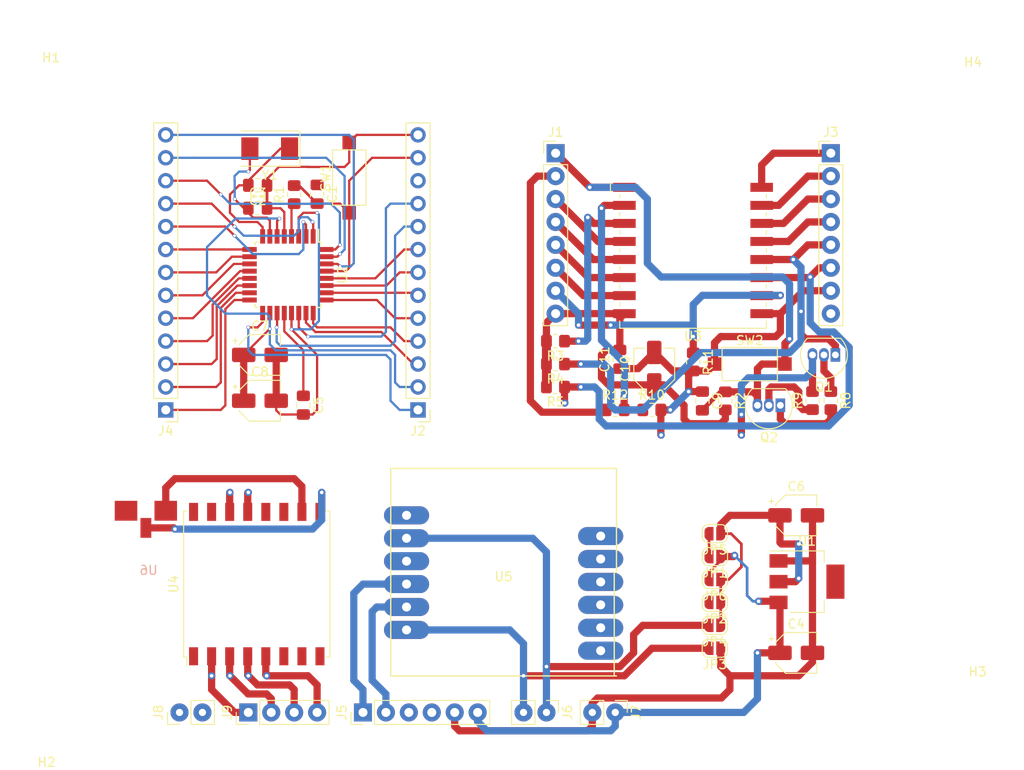
<source format=kicad_pcb>
(kicad_pcb (version 20171130) (host pcbnew "(5.1.9)-1")

  (general
    (thickness 1.6)
    (drawings 0)
    (tracks 562)
    (zones 0)
    (modules 51)
    (nets 59)
  )

  (page A4)
  (layers
    (0 F.Cu signal)
    (31 B.Cu signal)
    (32 B.Adhes user)
    (33 F.Adhes user)
    (34 B.Paste user)
    (35 F.Paste user)
    (36 B.SilkS user)
    (37 F.SilkS user)
    (38 B.Mask user)
    (39 F.Mask user)
    (40 Dwgs.User user)
    (41 Cmts.User user)
    (42 Eco1.User user)
    (43 Eco2.User user)
    (44 Edge.Cuts user)
    (45 Margin user)
    (46 B.CrtYd user)
    (47 F.CrtYd user)
    (48 B.Fab user)
    (49 F.Fab user)
  )

  (setup
    (last_trace_width 0.25)
    (user_trace_width 0.3)
    (user_trace_width 0.5)
    (user_trace_width 0.8)
    (user_trace_width 1)
    (user_trace_width 1.2)
    (user_trace_width 2)
    (trace_clearance 0.2)
    (zone_clearance 0.508)
    (zone_45_only no)
    (trace_min 0.2)
    (via_size 0.8)
    (via_drill 0.4)
    (via_min_size 0.4)
    (via_min_drill 0.3)
    (user_via 0.4 0.3)
    (uvia_size 0.3)
    (uvia_drill 0.1)
    (uvias_allowed no)
    (uvia_min_size 0.2)
    (uvia_min_drill 0.1)
    (edge_width 0.05)
    (segment_width 0.2)
    (pcb_text_width 0.3)
    (pcb_text_size 1.5 1.5)
    (mod_edge_width 0.12)
    (mod_text_size 1 1)
    (mod_text_width 0.15)
    (pad_size 1.524 1.524)
    (pad_drill 0.762)
    (pad_to_mask_clearance 0)
    (aux_axis_origin 0 0)
    (visible_elements 7FFFFFFF)
    (pcbplotparams
      (layerselection 0x010fc_ffffffff)
      (usegerberextensions false)
      (usegerberattributes true)
      (usegerberadvancedattributes true)
      (creategerberjobfile true)
      (excludeedgelayer true)
      (linewidth 0.100000)
      (plotframeref false)
      (viasonmask false)
      (mode 1)
      (useauxorigin false)
      (hpglpennumber 1)
      (hpglpenspeed 20)
      (hpglpendiameter 15.000000)
      (psnegative false)
      (psa4output false)
      (plotreference true)
      (plotvalue true)
      (plotinvisibletext false)
      (padsonsilk false)
      (subtractmaskfromsilk false)
      (outputformat 1)
      (mirror false)
      (drillshape 1)
      (scaleselection 1)
      (outputdirectory ""))
  )

  (net 0 "")
  (net 1 /DTR)
  (net 2 /RESET)
  (net 3 GND)
  (net 4 /XTAL1)
  (net 5 /XTAL2)
  (net 6 +5V)
  (net 7 "Net-(C5-Pad1)")
  (net 8 +3V3)
  (net 9 VCC)
  (net 10 /RST)
  (net 11 VDD)
  (net 12 /ADCIN)
  (net 13 /GPIO16)
  (net 14 /D13)
  (net 15 /D12)
  (net 16 /D11)
  (net 17 /CS)
  (net 18 GND1)
  (net 19 /A7)
  (net 20 /A6)
  (net 21 /A5)
  (net 22 /A4)
  (net 23 /A3)
  (net 24 /A2)
  (net 25 /A1)
  (net 26 /A0)
  (net 27 /GPIO0)
  (net 28 /D2)
  (net 29 /D0)
  (net 30 /D1)
  (net 31 /D9)
  (net 32 /D8)
  (net 33 /D7)
  (net 34 /D6)
  (net 35 /D5)
  (net 36 /D4)
  (net 37 /D3)
  (net 38 /RTS)
  (net 39 +4V)
  (net 40 "Net-(Q1-Pad2)")
  (net 41 "Net-(Q2-Pad2)")
  (net 42 /EN)
  (net 43 /ADC)
  (net 44 "Net-(U4-Pad6)")
  (net 45 "Net-(U4-Pad7)")
  (net 46 "Net-(U4-Pad9)")
  (net 47 "Net-(U4-Pad11)")
  (net 48 "Net-(U4-Pad12)")
  (net 49 "Net-(U4-Pad15)")
  (net 50 "Net-(U4-Pad16)")
  (net 51 "Net-(U5-Pad7)")
  (net 52 "Net-(U5-Pad8)")
  (net 53 "Net-(U5-Pad9)")
  (net 54 "Net-(U5-Pad10)")
  (net 55 "Net-(U5-Pad11)")
  (net 56 "Net-(U5-Pad12)")
  (net 57 "Net-(U5-Pad1)")
  (net 58 /RST_GSM)

  (net_class Default "This is the default net class."
    (clearance 0.2)
    (trace_width 0.25)
    (via_dia 0.8)
    (via_drill 0.4)
    (uvia_dia 0.3)
    (uvia_drill 0.1)
    (add_net +3V3)
    (add_net +4V)
    (add_net +5V)
    (add_net /A0)
    (add_net /A1)
    (add_net /A2)
    (add_net /A3)
    (add_net /A4)
    (add_net /A5)
    (add_net /A6)
    (add_net /A7)
    (add_net /ADC)
    (add_net /ADCIN)
    (add_net /CS)
    (add_net /D0)
    (add_net /D1)
    (add_net /D11)
    (add_net /D12)
    (add_net /D13)
    (add_net /D2)
    (add_net /D3)
    (add_net /D4)
    (add_net /D5)
    (add_net /D6)
    (add_net /D7)
    (add_net /D8)
    (add_net /D9)
    (add_net /DTR)
    (add_net /EN)
    (add_net /GPIO0)
    (add_net /GPIO16)
    (add_net /RESET)
    (add_net /RST)
    (add_net /RST_GSM)
    (add_net /RTS)
    (add_net /XTAL1)
    (add_net /XTAL2)
    (add_net GND)
    (add_net GND1)
    (add_net "Net-(C5-Pad1)")
    (add_net "Net-(Q1-Pad2)")
    (add_net "Net-(Q2-Pad2)")
    (add_net "Net-(U4-Pad11)")
    (add_net "Net-(U4-Pad12)")
    (add_net "Net-(U4-Pad15)")
    (add_net "Net-(U4-Pad16)")
    (add_net "Net-(U4-Pad6)")
    (add_net "Net-(U4-Pad7)")
    (add_net "Net-(U4-Pad9)")
    (add_net "Net-(U5-Pad1)")
    (add_net "Net-(U5-Pad10)")
    (add_net "Net-(U5-Pad11)")
    (add_net "Net-(U5-Pad12)")
    (add_net "Net-(U5-Pad7)")
    (add_net "Net-(U5-Pad8)")
    (add_net "Net-(U5-Pad9)")
    (add_net VCC)
    (add_net VDD)
  )

  (module "DC-DC converter:sim800l" (layer F.Cu) (tedit 612251CF) (tstamp 6122C466)
    (at 86.696 103.836)
    (path /60FC7C60)
    (fp_text reference U5 (at 0 0.5) (layer F.SilkS)
      (effects (font (size 1 1) (thickness 0.15)))
    )
    (fp_text value SIM800 (at 0 -0.5) (layer F.Fab)
      (effects (font (size 1 1) (thickness 0.15)))
    )
    (fp_line (start 12.25 11.5) (end 12.25 0) (layer F.SilkS) (width 0.15))
    (fp_line (start -12.5 11.5) (end 12.5 11.5) (layer F.SilkS) (width 0.15))
    (fp_line (start -12.5 -11.5) (end -12.5 11.5) (layer F.SilkS) (width 0.15))
    (fp_line (start 12.5 -11.5) (end -12.5 -11.5) (layer F.SilkS) (width 0.15))
    (fp_line (start 12.5 0) (end 12.5 -11.5) (layer F.SilkS) (width 0.15))
    (pad 7 thru_hole oval (at 10.75 -4) (size 5 2) (drill 1) (layers *.Cu *.Mask)
      (net 51 "Net-(U5-Pad7)"))
    (pad 8 thru_hole oval (at 10.75 -1.46) (size 5 2) (drill 1) (layers *.Cu *.Mask)
      (net 52 "Net-(U5-Pad8)"))
    (pad 9 thru_hole oval (at 10.75 1.08) (size 5 2) (drill 1) (layers *.Cu *.Mask)
      (net 53 "Net-(U5-Pad9)"))
    (pad 10 thru_hole oval (at 10.75 3.62) (size 5 2) (drill 1) (layers *.Cu *.Mask)
      (net 54 "Net-(U5-Pad10)"))
    (pad 11 thru_hole oval (at 10.75 6.16) (size 5 2) (drill 1) (layers *.Cu *.Mask)
      (net 55 "Net-(U5-Pad11)"))
    (pad 12 thru_hole oval (at 10.75 8.7) (size 5 2) (drill 1) (layers *.Cu *.Mask)
      (net 56 "Net-(U5-Pad12)"))
    (pad 1 thru_hole oval (at -10.75 -6.3) (size 5 2) (drill 1) (layers *.Cu *.Mask)
      (net 57 "Net-(U5-Pad1)"))
    (pad 2 thru_hole oval (at -10.75 -3.76) (size 5 2) (drill 1) (layers *.Cu *.Mask)
      (net 39 +4V))
    (pad 3 thru_hole oval (at -10.75 -1.22) (size 5 2) (drill 1) (layers *.Cu *.Mask)
      (net 58 /RST_GSM))
    (pad 4 thru_hole oval (at -10.75 1.32) (size 5 2) (drill 1) (layers *.Cu *.Mask)
      (net 30 /D1))
    (pad 5 thru_hole oval (at -10.75 3.86) (size 5 2) (drill 1) (layers *.Cu *.Mask)
      (net 29 /D0))
    (pad 6 thru_hole oval (at -10.75 6.4) (size 5 2) (drill 1) (layers *.Cu *.Mask)
      (net 18 GND1))
  )

  (module Package_TO_SOT_THT:TO-92_Inline (layer F.Cu) (tedit 5A1DD157) (tstamp 6124B100)
    (at 117.348 85.344 180)
    (descr "TO-92 leads in-line, narrow, oval pads, drill 0.75mm (see NXP sot054_po.pdf)")
    (tags "to-92 sc-43 sc-43a sot54 PA33 transistor")
    (path /612C63A6)
    (fp_text reference Q2 (at 1.27 -3.56) (layer F.SilkS)
      (effects (font (size 1 1) (thickness 0.15)))
    )
    (fp_text value S8050 (at 1.27 2.79) (layer F.Fab)
      (effects (font (size 1 1) (thickness 0.15)))
    )
    (fp_line (start -0.53 1.85) (end 3.07 1.85) (layer F.SilkS) (width 0.12))
    (fp_line (start -0.5 1.75) (end 3 1.75) (layer F.Fab) (width 0.1))
    (fp_line (start -1.46 -2.73) (end 4 -2.73) (layer F.CrtYd) (width 0.05))
    (fp_line (start -1.46 -2.73) (end -1.46 2.01) (layer F.CrtYd) (width 0.05))
    (fp_line (start 4 2.01) (end 4 -2.73) (layer F.CrtYd) (width 0.05))
    (fp_line (start 4 2.01) (end -1.46 2.01) (layer F.CrtYd) (width 0.05))
    (fp_text user %R (at 1.27 0) (layer F.Fab)
      (effects (font (size 1 1) (thickness 0.15)))
    )
    (fp_arc (start 1.27 0) (end 1.27 -2.48) (angle 135) (layer F.Fab) (width 0.1))
    (fp_arc (start 1.27 0) (end 1.27 -2.6) (angle -135) (layer F.SilkS) (width 0.12))
    (fp_arc (start 1.27 0) (end 1.27 -2.48) (angle -135) (layer F.Fab) (width 0.1))
    (fp_arc (start 1.27 0) (end 1.27 -2.6) (angle 135) (layer F.SilkS) (width 0.12))
    (pad 2 thru_hole oval (at 1.27 0 180) (size 1.05 1.5) (drill 0.75) (layers *.Cu *.Mask)
      (net 41 "Net-(Q2-Pad2)"))
    (pad 3 thru_hole oval (at 2.54 0 180) (size 1.05 1.5) (drill 0.75) (layers *.Cu *.Mask)
      (net 10 /RST))
    (pad 1 thru_hole rect (at 0 0 180) (size 1.05 1.5) (drill 0.75) (layers *.Cu *.Mask)
      (net 1 /DTR))
    (model ${KISYS3DMOD}/Package_TO_SOT_THT.3dshapes/TO-92_Inline.wrl
      (at (xyz 0 0 0))
      (scale (xyz 1 1 1))
      (rotate (xyz 0 0 0))
    )
  )

  (module Resistor_SMD:R_0805_2012Metric_Pad1.20x1.40mm_HandSolder (layer F.Cu) (tedit 5F68FEEE) (tstamp 6124B1CB)
    (at 120.904 84.82 90)
    (descr "Resistor SMD 0805 (2012 Metric), square (rectangular) end terminal, IPC_7351 nominal with elongated pad for handsoldering. (Body size source: IPC-SM-782 page 72, https://www.pcb-3d.com/wordpress/wp-content/uploads/ipc-sm-782a_amendment_1_and_2.pdf), generated with kicad-footprint-generator")
    (tags "resistor handsolder")
    (path /6135A212)
    (attr smd)
    (fp_text reference R9 (at 0 -1.65 90) (layer F.SilkS)
      (effects (font (size 1 1) (thickness 0.15)))
    )
    (fp_text value 10K (at 0 1.65 90) (layer F.Fab)
      (effects (font (size 1 1) (thickness 0.15)))
    )
    (fp_line (start -1 0.625) (end -1 -0.625) (layer F.Fab) (width 0.1))
    (fp_line (start -1 -0.625) (end 1 -0.625) (layer F.Fab) (width 0.1))
    (fp_line (start 1 -0.625) (end 1 0.625) (layer F.Fab) (width 0.1))
    (fp_line (start 1 0.625) (end -1 0.625) (layer F.Fab) (width 0.1))
    (fp_line (start -0.227064 -0.735) (end 0.227064 -0.735) (layer F.SilkS) (width 0.12))
    (fp_line (start -0.227064 0.735) (end 0.227064 0.735) (layer F.SilkS) (width 0.12))
    (fp_line (start -1.85 0.95) (end -1.85 -0.95) (layer F.CrtYd) (width 0.05))
    (fp_line (start -1.85 -0.95) (end 1.85 -0.95) (layer F.CrtYd) (width 0.05))
    (fp_line (start 1.85 -0.95) (end 1.85 0.95) (layer F.CrtYd) (width 0.05))
    (fp_line (start 1.85 0.95) (end -1.85 0.95) (layer F.CrtYd) (width 0.05))
    (fp_text user %R (at 0 0 90) (layer F.Fab)
      (effects (font (size 0.5 0.5) (thickness 0.08)))
    )
    (pad 1 smd roundrect (at -1 0 90) (size 1.2 1.4) (layers F.Cu F.Paste F.Mask) (roundrect_rratio 0.208333)
      (net 41 "Net-(Q2-Pad2)"))
    (pad 2 smd roundrect (at 1 0 90) (size 1.2 1.4) (layers F.Cu F.Paste F.Mask) (roundrect_rratio 0.208333)
      (net 38 /RTS))
    (model ${KISYS3DMOD}/Resistor_SMD.3dshapes/R_0805_2012Metric.wrl
      (at (xyz 0 0 0))
      (scale (xyz 1 1 1))
      (rotate (xyz 0 0 0))
    )
  )

  (module Package_TO_SOT_THT:TO-92_Inline (layer F.Cu) (tedit 5A1DD157) (tstamp 612494F5)
    (at 123.444 79.756 180)
    (descr "TO-92 leads in-line, narrow, oval pads, drill 0.75mm (see NXP sot054_po.pdf)")
    (tags "to-92 sc-43 sc-43a sot54 PA33 transistor")
    (path /612C865C)
    (fp_text reference Q1 (at 1.27 -3.56) (layer F.SilkS)
      (effects (font (size 1 1) (thickness 0.15)))
    )
    (fp_text value S8050 (at 1.27 2.79) (layer F.Fab)
      (effects (font (size 1 1) (thickness 0.15)))
    )
    (fp_line (start 4 2.01) (end -1.46 2.01) (layer F.CrtYd) (width 0.05))
    (fp_line (start 4 2.01) (end 4 -2.73) (layer F.CrtYd) (width 0.05))
    (fp_line (start -1.46 -2.73) (end -1.46 2.01) (layer F.CrtYd) (width 0.05))
    (fp_line (start -1.46 -2.73) (end 4 -2.73) (layer F.CrtYd) (width 0.05))
    (fp_line (start -0.5 1.75) (end 3 1.75) (layer F.Fab) (width 0.1))
    (fp_line (start -0.53 1.85) (end 3.07 1.85) (layer F.SilkS) (width 0.12))
    (fp_arc (start 1.27 0) (end 1.27 -2.6) (angle 135) (layer F.SilkS) (width 0.12))
    (fp_arc (start 1.27 0) (end 1.27 -2.48) (angle -135) (layer F.Fab) (width 0.1))
    (fp_arc (start 1.27 0) (end 1.27 -2.6) (angle -135) (layer F.SilkS) (width 0.12))
    (fp_arc (start 1.27 0) (end 1.27 -2.48) (angle 135) (layer F.Fab) (width 0.1))
    (fp_text user %R (at 1.27 0) (layer F.Fab)
      (effects (font (size 1 1) (thickness 0.15)))
    )
    (pad 1 thru_hole rect (at 0 0 180) (size 1.05 1.5) (drill 0.75) (layers *.Cu *.Mask)
      (net 27 /GPIO0))
    (pad 3 thru_hole oval (at 2.54 0 180) (size 1.05 1.5) (drill 0.75) (layers *.Cu *.Mask)
      (net 38 /RTS))
    (pad 2 thru_hole oval (at 1.27 0 180) (size 1.05 1.5) (drill 0.75) (layers *.Cu *.Mask)
      (net 40 "Net-(Q1-Pad2)"))
    (model ${KISYS3DMOD}/Package_TO_SOT_THT.3dshapes/TO-92_Inline.wrl
      (at (xyz 0 0 0))
      (scale (xyz 1 1 1))
      (rotate (xyz 0 0 0))
    )
  )

  (module Resistor_SMD:R_0805_2012Metric_Pad1.20x1.40mm_HandSolder (layer F.Cu) (tedit 5F68FEEE) (tstamp 61249DB1)
    (at 122.936 84.82 270)
    (descr "Resistor SMD 0805 (2012 Metric), square (rectangular) end terminal, IPC_7351 nominal with elongated pad for handsoldering. (Body size source: IPC-SM-782 page 72, https://www.pcb-3d.com/wordpress/wp-content/uploads/ipc-sm-782a_amendment_1_and_2.pdf), generated with kicad-footprint-generator")
    (tags "resistor handsolder")
    (path /61312357)
    (attr smd)
    (fp_text reference R8 (at 0 -1.65 90) (layer F.SilkS)
      (effects (font (size 1 1) (thickness 0.15)))
    )
    (fp_text value 10K (at 0 1.65 90) (layer F.Fab)
      (effects (font (size 1 1) (thickness 0.15)))
    )
    (fp_line (start 1.85 0.95) (end -1.85 0.95) (layer F.CrtYd) (width 0.05))
    (fp_line (start 1.85 -0.95) (end 1.85 0.95) (layer F.CrtYd) (width 0.05))
    (fp_line (start -1.85 -0.95) (end 1.85 -0.95) (layer F.CrtYd) (width 0.05))
    (fp_line (start -1.85 0.95) (end -1.85 -0.95) (layer F.CrtYd) (width 0.05))
    (fp_line (start -0.227064 0.735) (end 0.227064 0.735) (layer F.SilkS) (width 0.12))
    (fp_line (start -0.227064 -0.735) (end 0.227064 -0.735) (layer F.SilkS) (width 0.12))
    (fp_line (start 1 0.625) (end -1 0.625) (layer F.Fab) (width 0.1))
    (fp_line (start 1 -0.625) (end 1 0.625) (layer F.Fab) (width 0.1))
    (fp_line (start -1 -0.625) (end 1 -0.625) (layer F.Fab) (width 0.1))
    (fp_line (start -1 0.625) (end -1 -0.625) (layer F.Fab) (width 0.1))
    (fp_text user %R (at 0 0 90) (layer F.Fab)
      (effects (font (size 0.5 0.5) (thickness 0.08)))
    )
    (pad 2 smd roundrect (at 1 0 270) (size 1.2 1.4) (layers F.Cu F.Paste F.Mask) (roundrect_rratio 0.208333)
      (net 1 /DTR))
    (pad 1 smd roundrect (at -1 0 270) (size 1.2 1.4) (layers F.Cu F.Paste F.Mask) (roundrect_rratio 0.208333)
      (net 40 "Net-(Q1-Pad2)"))
    (model ${KISYS3DMOD}/Resistor_SMD.3dshapes/R_0805_2012Metric.wrl
      (at (xyz 0 0 0))
      (scale (xyz 1 1 1))
      (rotate (xyz 0 0 0))
    )
  )

  (module RF_Module:ESP-07 (layer F.Cu) (tedit 5B1D6972) (tstamp 612357E2)
    (at 107.676 66.084)
    (descr "Wi-Fi Module, http://wiki.ai-thinker.com/_media/esp8266/docs/a007ps01a2_esp-07_product_specification_v1.2.pdf")
    (tags "Wi-Fi Module")
    (path /62160F20)
    (attr smd)
    (fp_text reference U3 (at 0 11.6) (layer F.SilkS)
      (effects (font (size 1 1) (thickness 0.15)))
    )
    (fp_text value ESP-07 (at 0 9.6) (layer F.Fab)
      (effects (font (size 1 1) (thickness 0.15)))
    )
    (fp_line (start 8.12 -3.7) (end 8.12 -4.1) (layer F.SilkS) (width 0.12))
    (fp_line (start -8.12 -3.7) (end -8.12 -4.1) (layer F.SilkS) (width 0.12))
    (fp_line (start 8.12 -1.7) (end 8.12 -2.1) (layer F.SilkS) (width 0.12))
    (fp_line (start -8.12 -1.7) (end -8.12 -2.1) (layer F.SilkS) (width 0.12))
    (fp_line (start 8.12 0.3) (end 8.12 -0.1) (layer F.SilkS) (width 0.12))
    (fp_line (start -8.12 0.3) (end -8.12 -0.1) (layer F.SilkS) (width 0.12))
    (fp_line (start 8.12 2.3) (end 8.12 1.9) (layer F.SilkS) (width 0.12))
    (fp_line (start -8.12 2.3) (end -8.12 1.9) (layer F.SilkS) (width 0.12))
    (fp_line (start 8.12 4.3) (end 8.12 3.9) (layer F.SilkS) (width 0.12))
    (fp_line (start -8.12 4.3) (end -8.12 3.9) (layer F.SilkS) (width 0.12))
    (fp_line (start 8.12 6.3) (end 8.12 5.9) (layer F.SilkS) (width 0.12))
    (fp_line (start -8.12 6.3) (end -8.12 5.9) (layer F.SilkS) (width 0.12))
    (fp_line (start 8.12 8.3) (end 8.12 7.9) (layer F.SilkS) (width 0.12))
    (fp_line (start -8.12 8.3) (end -8.12 7.9) (layer F.SilkS) (width 0.12))
    (fp_line (start 23 -8.6) (end 20.4 -6) (layer Dwgs.User) (width 0.12))
    (fp_line (start 23 -11.6) (end 17.4 -6) (layer Dwgs.User) (width 0.12))
    (fp_line (start 23 -14.6) (end 14.4 -6) (layer Dwgs.User) (width 0.12))
    (fp_line (start 23 -17.6) (end 11.4 -6) (layer Dwgs.User) (width 0.12))
    (fp_line (start 23 -20.6) (end 8.4 -6) (layer Dwgs.User) (width 0.12))
    (fp_line (start 5.4 -6) (end 23 -23.6) (layer Dwgs.User) (width 0.12))
    (fp_line (start 19 -25.6) (end -0.6 -6) (layer Dwgs.User) (width 0.12))
    (fp_line (start 16 -25.6) (end -3.6 -6) (layer Dwgs.User) (width 0.12))
    (fp_line (start 2.4 -6) (end 22 -25.6) (layer Dwgs.User) (width 0.12))
    (fp_line (start 7 -25.6) (end -12.6 -6) (layer Dwgs.User) (width 0.12))
    (fp_line (start 10 -25.6) (end -9.6 -6) (layer Dwgs.User) (width 0.12))
    (fp_line (start -6.6 -6) (end 13 -25.6) (layer Dwgs.User) (width 0.12))
    (fp_line (start -15.6 -6) (end 4 -25.6) (layer Dwgs.User) (width 0.12))
    (fp_line (start 1 -25.6) (end -18.6 -6) (layer Dwgs.User) (width 0.12))
    (fp_line (start -2 -25.6) (end -21.6 -6) (layer Dwgs.User) (width 0.12))
    (fp_line (start -5 -25.6) (end -23 -7.6) (layer Dwgs.User) (width 0.12))
    (fp_line (start -8 -25.6) (end -23 -10.6) (layer Dwgs.User) (width 0.12))
    (fp_line (start -11 -25.6) (end -23 -13.6) (layer Dwgs.User) (width 0.12))
    (fp_line (start -14 -25.6) (end -23 -16.6) (layer Dwgs.User) (width 0.12))
    (fp_line (start -17 -25.6) (end -23 -19.6) (layer Dwgs.User) (width 0.12))
    (fp_line (start -20 -25.6) (end -23 -22.6) (layer Dwgs.User) (width 0.12))
    (fp_line (start 23 -6) (end 23 -25.6) (layer Dwgs.User) (width 0.12))
    (fp_line (start 23 -6) (end -23 -6) (layer Dwgs.User) (width 0.12))
    (fp_line (start -23 -25.6) (end -23 -6) (layer Dwgs.User) (width 0.12))
    (fp_line (start -23 -25.6) (end 23 -25.6) (layer Dwgs.User) (width 0.12))
    (fp_line (start -9.15 -5.4) (end -9.15 -4.4) (layer F.SilkS) (width 0.12))
    (fp_line (start -8.12 10.72) (end -8.12 9.9) (layer F.SilkS) (width 0.12))
    (fp_line (start 8.12 10.72) (end -8.12 10.72) (layer F.SilkS) (width 0.12))
    (fp_line (start 8.12 9.9) (end 8.12 10.72) (layer F.SilkS) (width 0.12))
    (fp_line (start -9.1 10.85) (end -9.1 -10.85) (layer F.CrtYd) (width 0.05))
    (fp_line (start 9.1 10.85) (end -9.1 10.85) (layer F.CrtYd) (width 0.05))
    (fp_line (start 9.1 -10.85) (end 9.1 10.85) (layer F.CrtYd) (width 0.05))
    (fp_line (start -9.1 -10.85) (end 9.1 -10.85) (layer F.CrtYd) (width 0.05))
    (fp_line (start -8 -5.4) (end -8 -10.6) (layer F.Fab) (width 0.1))
    (fp_line (start -7.5 -4.9) (end -8 -5.4) (layer F.Fab) (width 0.1))
    (fp_line (start -8 -4.4) (end -7.5 -4.9) (layer F.Fab) (width 0.1))
    (fp_line (start -8 10.6) (end -8 -4.4) (layer F.Fab) (width 0.1))
    (fp_line (start 8 10.6) (end -8 10.6) (layer F.Fab) (width 0.1))
    (fp_line (start 8 -10.6) (end 8 10.6) (layer F.Fab) (width 0.1))
    (fp_line (start -8 -10.6) (end 8 -10.6) (layer F.Fab) (width 0.1))
    (fp_text user %R (at 0 0) (layer F.Fab)
      (effects (font (size 1 1) (thickness 0.15)))
    )
    (fp_text user "KEEP-OUT ZONE" (at 0 -17.3 180) (layer Cmts.User)
      (effects (font (size 1 1) (thickness 0.15)))
    )
    (fp_text user "No metal, traces, or components\non any PCB layer if using on-board antenna" (at 0 -14.3 180) (layer Cmts.User)
      (effects (font (size 0.8 0.8) (thickness 0.12)))
    )
    (pad 16 smd rect (at 7.6 -4.9) (size 2.5 1) (layers F.Cu F.Paste F.Mask)
      (net 30 /D1))
    (pad 15 smd rect (at 7.6 -2.9) (size 2.5 1) (layers F.Cu F.Paste F.Mask)
      (net 29 /D0))
    (pad 14 smd rect (at 7.6 -0.9) (size 2.5 1) (layers F.Cu F.Paste F.Mask)
      (net 21 /A5))
    (pad 13 smd rect (at 7.6 1.1) (size 2.5 1) (layers F.Cu F.Paste F.Mask)
      (net 22 /A4))
    (pad 12 smd rect (at 7.6 3.1) (size 2.5 1) (layers F.Cu F.Paste F.Mask)
      (net 27 /GPIO0))
    (pad 11 smd rect (at 7.6 5.1) (size 2.5 1) (layers F.Cu F.Paste F.Mask)
      (net 28 /D2))
    (pad 10 smd rect (at 7.6 7.1) (size 2.5 1) (layers F.Cu F.Paste F.Mask)
      (net 17 /CS))
    (pad 9 smd rect (at 7.6 9.1) (size 2.5 1) (layers F.Cu F.Paste F.Mask)
      (net 3 GND))
    (pad 8 smd rect (at -7.6 9.1) (size 2.5 1) (layers F.Cu F.Paste F.Mask)
      (net 11 VDD))
    (pad 7 smd rect (at -7.6 7.1) (size 2.5 1) (layers F.Cu F.Paste F.Mask)
      (net 16 /D11))
    (pad 6 smd rect (at -7.6 5.1) (size 2.5 1) (layers F.Cu F.Paste F.Mask)
      (net 15 /D12))
    (pad 5 smd rect (at -7.6 3.1) (size 2.5 1) (layers F.Cu F.Paste F.Mask)
      (net 14 /D13))
    (pad 4 smd rect (at -7.6 1.1) (size 2.5 1) (layers F.Cu F.Paste F.Mask)
      (net 13 /GPIO16))
    (pad 3 smd rect (at -7.6 -0.9) (size 2.5 1) (layers F.Cu F.Paste F.Mask)
      (net 42 /EN))
    (pad 2 smd rect (at -7.6 -2.9) (size 2.5 1) (layers F.Cu F.Paste F.Mask)
      (net 43 /ADC))
    (pad 1 smd rect (at -7.6 -4.9) (size 2.5 1) (layers F.Cu F.Paste F.Mask)
      (net 10 /RST))
    (model ${KISYS3DMOD}/RF_Module.3dshapes/ESP-07.wrl
      (at (xyz 0 0 0))
      (scale (xyz 1 1 1))
      (rotate (xyz 0 0 0))
    )
  )

  (module Capacitor_SMD:C_0805_2012Metric_Pad1.18x1.45mm_HandSolder (layer F.Cu) (tedit 5F68FEEF) (tstamp 6122F65C)
    (at 66.04 61.9545 270)
    (descr "Capacitor SMD 0805 (2012 Metric), square (rectangular) end terminal, IPC_7351 nominal with elongated pad for handsoldering. (Body size source: IPC-SM-782 page 76, https://www.pcb-3d.com/wordpress/wp-content/uploads/ipc-sm-782a_amendment_1_and_2.pdf, https://docs.google.com/spreadsheets/d/1BsfQQcO9C6DZCsRaXUlFlo91Tg2WpOkGARC1WS5S8t0/edit?usp=sharing), generated with kicad-footprint-generator")
    (tags "capacitor handsolder")
    (path /6117D8B2)
    (attr smd)
    (fp_text reference C1 (at 0 -1.68 90) (layer F.SilkS)
      (effects (font (size 1 1) (thickness 0.15)))
    )
    (fp_text value 100nF (at 0 1.68 90) (layer F.Fab)
      (effects (font (size 1 1) (thickness 0.15)))
    )
    (fp_line (start -1 0.625) (end -1 -0.625) (layer F.Fab) (width 0.1))
    (fp_line (start -1 -0.625) (end 1 -0.625) (layer F.Fab) (width 0.1))
    (fp_line (start 1 -0.625) (end 1 0.625) (layer F.Fab) (width 0.1))
    (fp_line (start 1 0.625) (end -1 0.625) (layer F.Fab) (width 0.1))
    (fp_line (start -0.261252 -0.735) (end 0.261252 -0.735) (layer F.SilkS) (width 0.12))
    (fp_line (start -0.261252 0.735) (end 0.261252 0.735) (layer F.SilkS) (width 0.12))
    (fp_line (start -1.88 0.98) (end -1.88 -0.98) (layer F.CrtYd) (width 0.05))
    (fp_line (start -1.88 -0.98) (end 1.88 -0.98) (layer F.CrtYd) (width 0.05))
    (fp_line (start 1.88 -0.98) (end 1.88 0.98) (layer F.CrtYd) (width 0.05))
    (fp_line (start 1.88 0.98) (end -1.88 0.98) (layer F.CrtYd) (width 0.05))
    (fp_text user %R (at 0 0 180) (layer F.Fab)
      (effects (font (size 0.5 0.5) (thickness 0.08)))
    )
    (pad 1 smd roundrect (at -1.0375 0 270) (size 1.175 1.45) (layers F.Cu F.Paste F.Mask) (roundrect_rratio 0.212766)
      (net 1 /DTR))
    (pad 2 smd roundrect (at 1.0375 0 270) (size 1.175 1.45) (layers F.Cu F.Paste F.Mask) (roundrect_rratio 0.212766)
      (net 2 /RESET))
    (model ${KISYS3DMOD}/Capacitor_SMD.3dshapes/C_0805_2012Metric.wrl
      (at (xyz 0 0 0))
      (scale (xyz 1 1 1))
      (rotate (xyz 0 0 0))
    )
  )

  (module Capacitor_SMD:C_0805_2012Metric_Pad1.18x1.45mm_HandSolder (layer F.Cu) (tedit 5F68FEEF) (tstamp 6122FC08)
    (at 59.4575 60.96 180)
    (descr "Capacitor SMD 0805 (2012 Metric), square (rectangular) end terminal, IPC_7351 nominal with elongated pad for handsoldering. (Body size source: IPC-SM-782 page 76, https://www.pcb-3d.com/wordpress/wp-content/uploads/ipc-sm-782a_amendment_1_and_2.pdf, https://docs.google.com/spreadsheets/d/1BsfQQcO9C6DZCsRaXUlFlo91Tg2WpOkGARC1WS5S8t0/edit?usp=sharing), generated with kicad-footprint-generator")
    (tags "capacitor handsolder")
    (path /6115671C)
    (attr smd)
    (fp_text reference C2 (at 0 -1.68) (layer F.SilkS)
      (effects (font (size 1 1) (thickness 0.15)))
    )
    (fp_text value 22pF (at 0 1.68) (layer F.Fab)
      (effects (font (size 1 1) (thickness 0.15)))
    )
    (fp_line (start -1 0.625) (end -1 -0.625) (layer F.Fab) (width 0.1))
    (fp_line (start -1 -0.625) (end 1 -0.625) (layer F.Fab) (width 0.1))
    (fp_line (start 1 -0.625) (end 1 0.625) (layer F.Fab) (width 0.1))
    (fp_line (start 1 0.625) (end -1 0.625) (layer F.Fab) (width 0.1))
    (fp_line (start -0.261252 -0.735) (end 0.261252 -0.735) (layer F.SilkS) (width 0.12))
    (fp_line (start -0.261252 0.735) (end 0.261252 0.735) (layer F.SilkS) (width 0.12))
    (fp_line (start -1.88 0.98) (end -1.88 -0.98) (layer F.CrtYd) (width 0.05))
    (fp_line (start -1.88 -0.98) (end 1.88 -0.98) (layer F.CrtYd) (width 0.05))
    (fp_line (start 1.88 -0.98) (end 1.88 0.98) (layer F.CrtYd) (width 0.05))
    (fp_line (start 1.88 0.98) (end -1.88 0.98) (layer F.CrtYd) (width 0.05))
    (fp_text user %R (at 0 0) (layer F.Fab)
      (effects (font (size 0.5 0.5) (thickness 0.08)))
    )
    (pad 1 smd roundrect (at -1.0375 0 180) (size 1.175 1.45) (layers F.Cu F.Paste F.Mask) (roundrect_rratio 0.212766)
      (net 3 GND))
    (pad 2 smd roundrect (at 1.0375 0 180) (size 1.175 1.45) (layers F.Cu F.Paste F.Mask) (roundrect_rratio 0.212766)
      (net 5 /XTAL2))
    (model ${KISYS3DMOD}/Capacitor_SMD.3dshapes/C_0805_2012Metric.wrl
      (at (xyz 0 0 0))
      (scale (xyz 1 1 1))
      (rotate (xyz 0 0 0))
    )
  )

  (module Capacitor_SMD:C_0805_2012Metric_Pad1.18x1.45mm_HandSolder (layer F.Cu) (tedit 5F68FEEF) (tstamp 6122FC38)
    (at 59.4575 63.5)
    (descr "Capacitor SMD 0805 (2012 Metric), square (rectangular) end terminal, IPC_7351 nominal with elongated pad for handsoldering. (Body size source: IPC-SM-782 page 76, https://www.pcb-3d.com/wordpress/wp-content/uploads/ipc-sm-782a_amendment_1_and_2.pdf, https://docs.google.com/spreadsheets/d/1BsfQQcO9C6DZCsRaXUlFlo91Tg2WpOkGARC1WS5S8t0/edit?usp=sharing), generated with kicad-footprint-generator")
    (tags "capacitor handsolder")
    (path /61156A1E)
    (attr smd)
    (fp_text reference C3 (at 0 -1.68) (layer F.SilkS)
      (effects (font (size 1 1) (thickness 0.15)))
    )
    (fp_text value 22pF (at 0 1.68) (layer F.Fab)
      (effects (font (size 1 1) (thickness 0.15)))
    )
    (fp_line (start 1.88 0.98) (end -1.88 0.98) (layer F.CrtYd) (width 0.05))
    (fp_line (start 1.88 -0.98) (end 1.88 0.98) (layer F.CrtYd) (width 0.05))
    (fp_line (start -1.88 -0.98) (end 1.88 -0.98) (layer F.CrtYd) (width 0.05))
    (fp_line (start -1.88 0.98) (end -1.88 -0.98) (layer F.CrtYd) (width 0.05))
    (fp_line (start -0.261252 0.735) (end 0.261252 0.735) (layer F.SilkS) (width 0.12))
    (fp_line (start -0.261252 -0.735) (end 0.261252 -0.735) (layer F.SilkS) (width 0.12))
    (fp_line (start 1 0.625) (end -1 0.625) (layer F.Fab) (width 0.1))
    (fp_line (start 1 -0.625) (end 1 0.625) (layer F.Fab) (width 0.1))
    (fp_line (start -1 -0.625) (end 1 -0.625) (layer F.Fab) (width 0.1))
    (fp_line (start -1 0.625) (end -1 -0.625) (layer F.Fab) (width 0.1))
    (fp_text user %R (at 0 0) (layer F.Fab)
      (effects (font (size 0.5 0.5) (thickness 0.08)))
    )
    (pad 2 smd roundrect (at 1.0375 0) (size 1.175 1.45) (layers F.Cu F.Paste F.Mask) (roundrect_rratio 0.212766)
      (net 3 GND))
    (pad 1 smd roundrect (at -1.0375 0) (size 1.175 1.45) (layers F.Cu F.Paste F.Mask) (roundrect_rratio 0.212766)
      (net 4 /XTAL1))
    (model ${KISYS3DMOD}/Capacitor_SMD.3dshapes/C_0805_2012Metric.wrl
      (at (xyz 0 0 0))
      (scale (xyz 1 1 1))
      (rotate (xyz 0 0 0))
    )
  )

  (module Capacitor_SMD:CP_Elec_4x5.4 (layer F.Cu) (tedit 5BCA39CF) (tstamp 6123C420)
    (at 119.104 112.776)
    (descr "SMD capacitor, aluminum electrolytic, Panasonic A5 / Nichicon, 4.0x5.4mm")
    (tags "capacitor electrolytic")
    (path /614D8993)
    (attr smd)
    (fp_text reference C4 (at 0 -3.2) (layer F.SilkS)
      (effects (font (size 1 1) (thickness 0.15)))
    )
    (fp_text value 10uF (at 0 3.2) (layer F.Fab)
      (effects (font (size 1 1) (thickness 0.15)))
    )
    (fp_circle (center 0 0) (end 2 0) (layer F.Fab) (width 0.1))
    (fp_line (start 2.15 -2.15) (end 2.15 2.15) (layer F.Fab) (width 0.1))
    (fp_line (start -1.15 -2.15) (end 2.15 -2.15) (layer F.Fab) (width 0.1))
    (fp_line (start -1.15 2.15) (end 2.15 2.15) (layer F.Fab) (width 0.1))
    (fp_line (start -2.15 -1.15) (end -2.15 1.15) (layer F.Fab) (width 0.1))
    (fp_line (start -2.15 -1.15) (end -1.15 -2.15) (layer F.Fab) (width 0.1))
    (fp_line (start -2.15 1.15) (end -1.15 2.15) (layer F.Fab) (width 0.1))
    (fp_line (start -1.574773 -1) (end -1.174773 -1) (layer F.Fab) (width 0.1))
    (fp_line (start -1.374773 -1.2) (end -1.374773 -0.8) (layer F.Fab) (width 0.1))
    (fp_line (start 2.26 2.26) (end 2.26 1.06) (layer F.SilkS) (width 0.12))
    (fp_line (start 2.26 -2.26) (end 2.26 -1.06) (layer F.SilkS) (width 0.12))
    (fp_line (start -1.195563 -2.26) (end 2.26 -2.26) (layer F.SilkS) (width 0.12))
    (fp_line (start -1.195563 2.26) (end 2.26 2.26) (layer F.SilkS) (width 0.12))
    (fp_line (start -2.26 1.195563) (end -2.26 1.06) (layer F.SilkS) (width 0.12))
    (fp_line (start -2.26 -1.195563) (end -2.26 -1.06) (layer F.SilkS) (width 0.12))
    (fp_line (start -2.26 -1.195563) (end -1.195563 -2.26) (layer F.SilkS) (width 0.12))
    (fp_line (start -2.26 1.195563) (end -1.195563 2.26) (layer F.SilkS) (width 0.12))
    (fp_line (start -3 -1.56) (end -2.5 -1.56) (layer F.SilkS) (width 0.12))
    (fp_line (start -2.75 -1.81) (end -2.75 -1.31) (layer F.SilkS) (width 0.12))
    (fp_line (start 2.4 -2.4) (end 2.4 -1.05) (layer F.CrtYd) (width 0.05))
    (fp_line (start 2.4 -1.05) (end 3.35 -1.05) (layer F.CrtYd) (width 0.05))
    (fp_line (start 3.35 -1.05) (end 3.35 1.05) (layer F.CrtYd) (width 0.05))
    (fp_line (start 3.35 1.05) (end 2.4 1.05) (layer F.CrtYd) (width 0.05))
    (fp_line (start 2.4 1.05) (end 2.4 2.4) (layer F.CrtYd) (width 0.05))
    (fp_line (start -1.25 2.4) (end 2.4 2.4) (layer F.CrtYd) (width 0.05))
    (fp_line (start -1.25 -2.4) (end 2.4 -2.4) (layer F.CrtYd) (width 0.05))
    (fp_line (start -2.4 1.25) (end -1.25 2.4) (layer F.CrtYd) (width 0.05))
    (fp_line (start -2.4 -1.25) (end -1.25 -2.4) (layer F.CrtYd) (width 0.05))
    (fp_line (start -2.4 -1.25) (end -2.4 -1.05) (layer F.CrtYd) (width 0.05))
    (fp_line (start -2.4 1.05) (end -2.4 1.25) (layer F.CrtYd) (width 0.05))
    (fp_line (start -2.4 -1.05) (end -3.35 -1.05) (layer F.CrtYd) (width 0.05))
    (fp_line (start -3.35 -1.05) (end -3.35 1.05) (layer F.CrtYd) (width 0.05))
    (fp_line (start -3.35 1.05) (end -2.4 1.05) (layer F.CrtYd) (width 0.05))
    (fp_text user %R (at 0 0) (layer F.Fab)
      (effects (font (size 0.8 0.8) (thickness 0.12)))
    )
    (pad 1 smd roundrect (at -1.8 0) (size 2.6 1.6) (layers F.Cu F.Paste F.Mask) (roundrect_rratio 0.15625)
      (net 6 +5V))
    (pad 2 smd roundrect (at 1.8 0) (size 2.6 1.6) (layers F.Cu F.Paste F.Mask) (roundrect_rratio 0.15625)
      (net 3 GND))
    (model ${KISYS3DMOD}/Capacitor_SMD.3dshapes/CP_Elec_4x5.4.wrl
      (at (xyz 0 0 0))
      (scale (xyz 1 1 1))
      (rotate (xyz 0 0 0))
    )
  )

  (module Capacitor_SMD:C_0805_2012Metric_Pad1.18x1.45mm_HandSolder (layer F.Cu) (tedit 5F68FEEF) (tstamp 6122D22F)
    (at 64.516 85.3225 270)
    (descr "Capacitor SMD 0805 (2012 Metric), square (rectangular) end terminal, IPC_7351 nominal with elongated pad for handsoldering. (Body size source: IPC-SM-782 page 76, https://www.pcb-3d.com/wordpress/wp-content/uploads/ipc-sm-782a_amendment_1_and_2.pdf, https://docs.google.com/spreadsheets/d/1BsfQQcO9C6DZCsRaXUlFlo91Tg2WpOkGARC1WS5S8t0/edit?usp=sharing), generated with kicad-footprint-generator")
    (tags "capacitor handsolder")
    (path /61152D70)
    (attr smd)
    (fp_text reference C5 (at 0 -1.68 90) (layer F.SilkS)
      (effects (font (size 1 1) (thickness 0.15)))
    )
    (fp_text value 10nF (at 0 1.68 90) (layer F.Fab)
      (effects (font (size 1 1) (thickness 0.15)))
    )
    (fp_line (start 1.88 0.98) (end -1.88 0.98) (layer F.CrtYd) (width 0.05))
    (fp_line (start 1.88 -0.98) (end 1.88 0.98) (layer F.CrtYd) (width 0.05))
    (fp_line (start -1.88 -0.98) (end 1.88 -0.98) (layer F.CrtYd) (width 0.05))
    (fp_line (start -1.88 0.98) (end -1.88 -0.98) (layer F.CrtYd) (width 0.05))
    (fp_line (start -0.261252 0.735) (end 0.261252 0.735) (layer F.SilkS) (width 0.12))
    (fp_line (start -0.261252 -0.735) (end 0.261252 -0.735) (layer F.SilkS) (width 0.12))
    (fp_line (start 1 0.625) (end -1 0.625) (layer F.Fab) (width 0.1))
    (fp_line (start 1 -0.625) (end 1 0.625) (layer F.Fab) (width 0.1))
    (fp_line (start -1 -0.625) (end 1 -0.625) (layer F.Fab) (width 0.1))
    (fp_line (start -1 0.625) (end -1 -0.625) (layer F.Fab) (width 0.1))
    (fp_text user %R (at 0 0 90) (layer F.Fab)
      (effects (font (size 0.5 0.5) (thickness 0.08)))
    )
    (pad 2 smd roundrect (at 1.0375 0 270) (size 1.175 1.45) (layers F.Cu F.Paste F.Mask) (roundrect_rratio 0.212766)
      (net 3 GND))
    (pad 1 smd roundrect (at -1.0375 0 270) (size 1.175 1.45) (layers F.Cu F.Paste F.Mask) (roundrect_rratio 0.212766)
      (net 7 "Net-(C5-Pad1)"))
    (model ${KISYS3DMOD}/Capacitor_SMD.3dshapes/C_0805_2012Metric.wrl
      (at (xyz 0 0 0))
      (scale (xyz 1 1 1))
      (rotate (xyz 0 0 0))
    )
  )

  (module Capacitor_SMD:CP_Elec_4x5.4 (layer F.Cu) (tedit 5BCA39CF) (tstamp 6123C4E4)
    (at 119.104 97.536)
    (descr "SMD capacitor, aluminum electrolytic, Panasonic A5 / Nichicon, 4.0x5.4mm")
    (tags "capacitor electrolytic")
    (path /61181317)
    (attr smd)
    (fp_text reference C6 (at 0 -3.2) (layer F.SilkS)
      (effects (font (size 1 1) (thickness 0.15)))
    )
    (fp_text value 10uF (at 0 3.2) (layer F.Fab)
      (effects (font (size 1 1) (thickness 0.15)))
    )
    (fp_line (start -3.35 1.05) (end -2.4 1.05) (layer F.CrtYd) (width 0.05))
    (fp_line (start -3.35 -1.05) (end -3.35 1.05) (layer F.CrtYd) (width 0.05))
    (fp_line (start -2.4 -1.05) (end -3.35 -1.05) (layer F.CrtYd) (width 0.05))
    (fp_line (start -2.4 1.05) (end -2.4 1.25) (layer F.CrtYd) (width 0.05))
    (fp_line (start -2.4 -1.25) (end -2.4 -1.05) (layer F.CrtYd) (width 0.05))
    (fp_line (start -2.4 -1.25) (end -1.25 -2.4) (layer F.CrtYd) (width 0.05))
    (fp_line (start -2.4 1.25) (end -1.25 2.4) (layer F.CrtYd) (width 0.05))
    (fp_line (start -1.25 -2.4) (end 2.4 -2.4) (layer F.CrtYd) (width 0.05))
    (fp_line (start -1.25 2.4) (end 2.4 2.4) (layer F.CrtYd) (width 0.05))
    (fp_line (start 2.4 1.05) (end 2.4 2.4) (layer F.CrtYd) (width 0.05))
    (fp_line (start 3.35 1.05) (end 2.4 1.05) (layer F.CrtYd) (width 0.05))
    (fp_line (start 3.35 -1.05) (end 3.35 1.05) (layer F.CrtYd) (width 0.05))
    (fp_line (start 2.4 -1.05) (end 3.35 -1.05) (layer F.CrtYd) (width 0.05))
    (fp_line (start 2.4 -2.4) (end 2.4 -1.05) (layer F.CrtYd) (width 0.05))
    (fp_line (start -2.75 -1.81) (end -2.75 -1.31) (layer F.SilkS) (width 0.12))
    (fp_line (start -3 -1.56) (end -2.5 -1.56) (layer F.SilkS) (width 0.12))
    (fp_line (start -2.26 1.195563) (end -1.195563 2.26) (layer F.SilkS) (width 0.12))
    (fp_line (start -2.26 -1.195563) (end -1.195563 -2.26) (layer F.SilkS) (width 0.12))
    (fp_line (start -2.26 -1.195563) (end -2.26 -1.06) (layer F.SilkS) (width 0.12))
    (fp_line (start -2.26 1.195563) (end -2.26 1.06) (layer F.SilkS) (width 0.12))
    (fp_line (start -1.195563 2.26) (end 2.26 2.26) (layer F.SilkS) (width 0.12))
    (fp_line (start -1.195563 -2.26) (end 2.26 -2.26) (layer F.SilkS) (width 0.12))
    (fp_line (start 2.26 -2.26) (end 2.26 -1.06) (layer F.SilkS) (width 0.12))
    (fp_line (start 2.26 2.26) (end 2.26 1.06) (layer F.SilkS) (width 0.12))
    (fp_line (start -1.374773 -1.2) (end -1.374773 -0.8) (layer F.Fab) (width 0.1))
    (fp_line (start -1.574773 -1) (end -1.174773 -1) (layer F.Fab) (width 0.1))
    (fp_line (start -2.15 1.15) (end -1.15 2.15) (layer F.Fab) (width 0.1))
    (fp_line (start -2.15 -1.15) (end -1.15 -2.15) (layer F.Fab) (width 0.1))
    (fp_line (start -2.15 -1.15) (end -2.15 1.15) (layer F.Fab) (width 0.1))
    (fp_line (start -1.15 2.15) (end 2.15 2.15) (layer F.Fab) (width 0.1))
    (fp_line (start -1.15 -2.15) (end 2.15 -2.15) (layer F.Fab) (width 0.1))
    (fp_line (start 2.15 -2.15) (end 2.15 2.15) (layer F.Fab) (width 0.1))
    (fp_circle (center 0 0) (end 2 0) (layer F.Fab) (width 0.1))
    (fp_text user %R (at 0 0) (layer F.Fab)
      (effects (font (size 0.8 0.8) (thickness 0.12)))
    )
    (pad 2 smd roundrect (at 1.8 0) (size 2.6 1.6) (layers F.Cu F.Paste F.Mask) (roundrect_rratio 0.15625)
      (net 3 GND))
    (pad 1 smd roundrect (at -1.8 0) (size 2.6 1.6) (layers F.Cu F.Paste F.Mask) (roundrect_rratio 0.15625)
      (net 8 +3V3))
    (model ${KISYS3DMOD}/Capacitor_SMD.3dshapes/CP_Elec_4x5.4.wrl
      (at (xyz 0 0 0))
      (scale (xyz 1 1 1))
      (rotate (xyz 0 0 0))
    )
  )

  (module Capacitor_SMD:CP_Elec_4x5.4 (layer F.Cu) (tedit 5BCA39CF) (tstamp 61230813)
    (at 59.712 79.756)
    (descr "SMD capacitor, aluminum electrolytic, Panasonic A5 / Nichicon, 4.0x5.4mm")
    (tags "capacitor electrolytic")
    (path /6115173E)
    (attr smd)
    (fp_text reference C7 (at 0 -3.2) (layer F.SilkS)
      (effects (font (size 1 1) (thickness 0.15)))
    )
    (fp_text value 10uF (at 0 3.2) (layer F.Fab)
      (effects (font (size 1 1) (thickness 0.15)))
    )
    (fp_circle (center 0 0) (end 2 0) (layer F.Fab) (width 0.1))
    (fp_line (start 2.15 -2.15) (end 2.15 2.15) (layer F.Fab) (width 0.1))
    (fp_line (start -1.15 -2.15) (end 2.15 -2.15) (layer F.Fab) (width 0.1))
    (fp_line (start -1.15 2.15) (end 2.15 2.15) (layer F.Fab) (width 0.1))
    (fp_line (start -2.15 -1.15) (end -2.15 1.15) (layer F.Fab) (width 0.1))
    (fp_line (start -2.15 -1.15) (end -1.15 -2.15) (layer F.Fab) (width 0.1))
    (fp_line (start -2.15 1.15) (end -1.15 2.15) (layer F.Fab) (width 0.1))
    (fp_line (start -1.574773 -1) (end -1.174773 -1) (layer F.Fab) (width 0.1))
    (fp_line (start -1.374773 -1.2) (end -1.374773 -0.8) (layer F.Fab) (width 0.1))
    (fp_line (start 2.26 2.26) (end 2.26 1.06) (layer F.SilkS) (width 0.12))
    (fp_line (start 2.26 -2.26) (end 2.26 -1.06) (layer F.SilkS) (width 0.12))
    (fp_line (start -1.195563 -2.26) (end 2.26 -2.26) (layer F.SilkS) (width 0.12))
    (fp_line (start -1.195563 2.26) (end 2.26 2.26) (layer F.SilkS) (width 0.12))
    (fp_line (start -2.26 1.195563) (end -2.26 1.06) (layer F.SilkS) (width 0.12))
    (fp_line (start -2.26 -1.195563) (end -2.26 -1.06) (layer F.SilkS) (width 0.12))
    (fp_line (start -2.26 -1.195563) (end -1.195563 -2.26) (layer F.SilkS) (width 0.12))
    (fp_line (start -2.26 1.195563) (end -1.195563 2.26) (layer F.SilkS) (width 0.12))
    (fp_line (start -3 -1.56) (end -2.5 -1.56) (layer F.SilkS) (width 0.12))
    (fp_line (start -2.75 -1.81) (end -2.75 -1.31) (layer F.SilkS) (width 0.12))
    (fp_line (start 2.4 -2.4) (end 2.4 -1.05) (layer F.CrtYd) (width 0.05))
    (fp_line (start 2.4 -1.05) (end 3.35 -1.05) (layer F.CrtYd) (width 0.05))
    (fp_line (start 3.35 -1.05) (end 3.35 1.05) (layer F.CrtYd) (width 0.05))
    (fp_line (start 3.35 1.05) (end 2.4 1.05) (layer F.CrtYd) (width 0.05))
    (fp_line (start 2.4 1.05) (end 2.4 2.4) (layer F.CrtYd) (width 0.05))
    (fp_line (start -1.25 2.4) (end 2.4 2.4) (layer F.CrtYd) (width 0.05))
    (fp_line (start -1.25 -2.4) (end 2.4 -2.4) (layer F.CrtYd) (width 0.05))
    (fp_line (start -2.4 1.25) (end -1.25 2.4) (layer F.CrtYd) (width 0.05))
    (fp_line (start -2.4 -1.25) (end -1.25 -2.4) (layer F.CrtYd) (width 0.05))
    (fp_line (start -2.4 -1.25) (end -2.4 -1.05) (layer F.CrtYd) (width 0.05))
    (fp_line (start -2.4 1.05) (end -2.4 1.25) (layer F.CrtYd) (width 0.05))
    (fp_line (start -2.4 -1.05) (end -3.35 -1.05) (layer F.CrtYd) (width 0.05))
    (fp_line (start -3.35 -1.05) (end -3.35 1.05) (layer F.CrtYd) (width 0.05))
    (fp_line (start -3.35 1.05) (end -2.4 1.05) (layer F.CrtYd) (width 0.05))
    (fp_text user %R (at 0 0) (layer F.Fab)
      (effects (font (size 0.8 0.8) (thickness 0.12)))
    )
    (pad 1 smd roundrect (at -1.8 0) (size 2.6 1.6) (layers F.Cu F.Paste F.Mask) (roundrect_rratio 0.15625)
      (net 9 VCC))
    (pad 2 smd roundrect (at 1.8 0) (size 2.6 1.6) (layers F.Cu F.Paste F.Mask) (roundrect_rratio 0.15625)
      (net 3 GND))
    (model ${KISYS3DMOD}/Capacitor_SMD.3dshapes/CP_Elec_4x5.4.wrl
      (at (xyz 0 0 0))
      (scale (xyz 1 1 1))
      (rotate (xyz 0 0 0))
    )
  )

  (module Capacitor_SMD:CP_Elec_4x5.4 (layer F.Cu) (tedit 5BCA39CF) (tstamp 6122D9A6)
    (at 59.712 84.836)
    (descr "SMD capacitor, aluminum electrolytic, Panasonic A5 / Nichicon, 4.0x5.4mm")
    (tags "capacitor electrolytic")
    (path /6120FD08)
    (attr smd)
    (fp_text reference C8 (at 0 -3.2) (layer F.SilkS)
      (effects (font (size 1 1) (thickness 0.15)))
    )
    (fp_text value 10uF (at 0 3.2) (layer F.Fab)
      (effects (font (size 1 1) (thickness 0.15)))
    )
    (fp_line (start -3.35 1.05) (end -2.4 1.05) (layer F.CrtYd) (width 0.05))
    (fp_line (start -3.35 -1.05) (end -3.35 1.05) (layer F.CrtYd) (width 0.05))
    (fp_line (start -2.4 -1.05) (end -3.35 -1.05) (layer F.CrtYd) (width 0.05))
    (fp_line (start -2.4 1.05) (end -2.4 1.25) (layer F.CrtYd) (width 0.05))
    (fp_line (start -2.4 -1.25) (end -2.4 -1.05) (layer F.CrtYd) (width 0.05))
    (fp_line (start -2.4 -1.25) (end -1.25 -2.4) (layer F.CrtYd) (width 0.05))
    (fp_line (start -2.4 1.25) (end -1.25 2.4) (layer F.CrtYd) (width 0.05))
    (fp_line (start -1.25 -2.4) (end 2.4 -2.4) (layer F.CrtYd) (width 0.05))
    (fp_line (start -1.25 2.4) (end 2.4 2.4) (layer F.CrtYd) (width 0.05))
    (fp_line (start 2.4 1.05) (end 2.4 2.4) (layer F.CrtYd) (width 0.05))
    (fp_line (start 3.35 1.05) (end 2.4 1.05) (layer F.CrtYd) (width 0.05))
    (fp_line (start 3.35 -1.05) (end 3.35 1.05) (layer F.CrtYd) (width 0.05))
    (fp_line (start 2.4 -1.05) (end 3.35 -1.05) (layer F.CrtYd) (width 0.05))
    (fp_line (start 2.4 -2.4) (end 2.4 -1.05) (layer F.CrtYd) (width 0.05))
    (fp_line (start -2.75 -1.81) (end -2.75 -1.31) (layer F.SilkS) (width 0.12))
    (fp_line (start -3 -1.56) (end -2.5 -1.56) (layer F.SilkS) (width 0.12))
    (fp_line (start -2.26 1.195563) (end -1.195563 2.26) (layer F.SilkS) (width 0.12))
    (fp_line (start -2.26 -1.195563) (end -1.195563 -2.26) (layer F.SilkS) (width 0.12))
    (fp_line (start -2.26 -1.195563) (end -2.26 -1.06) (layer F.SilkS) (width 0.12))
    (fp_line (start -2.26 1.195563) (end -2.26 1.06) (layer F.SilkS) (width 0.12))
    (fp_line (start -1.195563 2.26) (end 2.26 2.26) (layer F.SilkS) (width 0.12))
    (fp_line (start -1.195563 -2.26) (end 2.26 -2.26) (layer F.SilkS) (width 0.12))
    (fp_line (start 2.26 -2.26) (end 2.26 -1.06) (layer F.SilkS) (width 0.12))
    (fp_line (start 2.26 2.26) (end 2.26 1.06) (layer F.SilkS) (width 0.12))
    (fp_line (start -1.374773 -1.2) (end -1.374773 -0.8) (layer F.Fab) (width 0.1))
    (fp_line (start -1.574773 -1) (end -1.174773 -1) (layer F.Fab) (width 0.1))
    (fp_line (start -2.15 1.15) (end -1.15 2.15) (layer F.Fab) (width 0.1))
    (fp_line (start -2.15 -1.15) (end -1.15 -2.15) (layer F.Fab) (width 0.1))
    (fp_line (start -2.15 -1.15) (end -2.15 1.15) (layer F.Fab) (width 0.1))
    (fp_line (start -1.15 2.15) (end 2.15 2.15) (layer F.Fab) (width 0.1))
    (fp_line (start -1.15 -2.15) (end 2.15 -2.15) (layer F.Fab) (width 0.1))
    (fp_line (start 2.15 -2.15) (end 2.15 2.15) (layer F.Fab) (width 0.1))
    (fp_circle (center 0 0) (end 2 0) (layer F.Fab) (width 0.1))
    (fp_text user %R (at 0 0) (layer F.Fab)
      (effects (font (size 0.8 0.8) (thickness 0.12)))
    )
    (pad 2 smd roundrect (at 1.8 0) (size 2.6 1.6) (layers F.Cu F.Paste F.Mask) (roundrect_rratio 0.15625)
      (net 3 GND))
    (pad 1 smd roundrect (at -1.8 0) (size 2.6 1.6) (layers F.Cu F.Paste F.Mask) (roundrect_rratio 0.15625)
      (net 9 VCC))
    (model ${KISYS3DMOD}/Capacitor_SMD.3dshapes/CP_Elec_4x5.4.wrl
      (at (xyz 0 0 0))
      (scale (xyz 1 1 1))
      (rotate (xyz 0 0 0))
    )
  )

  (module Capacitor_SMD:C_0805_2012Metric_Pad1.18x1.45mm_HandSolder (layer F.Cu) (tedit 5F68FEEF) (tstamp 6124B2AC)
    (at 108.712 84.8575 270)
    (descr "Capacitor SMD 0805 (2012 Metric), square (rectangular) end terminal, IPC_7351 nominal with elongated pad for handsoldering. (Body size source: IPC-SM-782 page 76, https://www.pcb-3d.com/wordpress/wp-content/uploads/ipc-sm-782a_amendment_1_and_2.pdf, https://docs.google.com/spreadsheets/d/1BsfQQcO9C6DZCsRaXUlFlo91Tg2WpOkGARC1WS5S8t0/edit?usp=sharing), generated with kicad-footprint-generator")
    (tags "capacitor handsolder")
    (path /61315418)
    (attr smd)
    (fp_text reference C9 (at 0 -1.68 90) (layer F.SilkS)
      (effects (font (size 1 1) (thickness 0.15)))
    )
    (fp_text value 10nF (at 0 1.68 90) (layer F.Fab)
      (effects (font (size 1 1) (thickness 0.15)))
    )
    (fp_line (start 1.88 0.98) (end -1.88 0.98) (layer F.CrtYd) (width 0.05))
    (fp_line (start 1.88 -0.98) (end 1.88 0.98) (layer F.CrtYd) (width 0.05))
    (fp_line (start -1.88 -0.98) (end 1.88 -0.98) (layer F.CrtYd) (width 0.05))
    (fp_line (start -1.88 0.98) (end -1.88 -0.98) (layer F.CrtYd) (width 0.05))
    (fp_line (start -0.261252 0.735) (end 0.261252 0.735) (layer F.SilkS) (width 0.12))
    (fp_line (start -0.261252 -0.735) (end 0.261252 -0.735) (layer F.SilkS) (width 0.12))
    (fp_line (start 1 0.625) (end -1 0.625) (layer F.Fab) (width 0.1))
    (fp_line (start 1 -0.625) (end 1 0.625) (layer F.Fab) (width 0.1))
    (fp_line (start -1 -0.625) (end 1 -0.625) (layer F.Fab) (width 0.1))
    (fp_line (start -1 0.625) (end -1 -0.625) (layer F.Fab) (width 0.1))
    (fp_text user %R (at 0 0 90) (layer F.Fab)
      (effects (font (size 0.5 0.5) (thickness 0.08)))
    )
    (pad 2 smd roundrect (at 1.0375 0 270) (size 1.175 1.45) (layers F.Cu F.Paste F.Mask) (roundrect_rratio 0.212766)
      (net 10 /RST))
    (pad 1 smd roundrect (at -1.0375 0 270) (size 1.175 1.45) (layers F.Cu F.Paste F.Mask) (roundrect_rratio 0.212766)
      (net 3 GND))
    (model ${KISYS3DMOD}/Capacitor_SMD.3dshapes/C_0805_2012Metric.wrl
      (at (xyz 0 0 0))
      (scale (xyz 1 1 1))
      (rotate (xyz 0 0 0))
    )
  )

  (module Capacitor_SMD:CP_Elec_4x5.4 (layer F.Cu) (tedit 5BCA39CF) (tstamp 612343DA)
    (at 103.378 81.28 90)
    (descr "SMD capacitor, aluminum electrolytic, Panasonic A5 / Nichicon, 4.0x5.4mm")
    (tags "capacitor electrolytic")
    (path /61300993)
    (attr smd)
    (fp_text reference C10 (at 0 -3.2 90) (layer F.SilkS)
      (effects (font (size 1 1) (thickness 0.15)))
    )
    (fp_text value 10uF (at 0 3.2 90) (layer F.Fab)
      (effects (font (size 1 1) (thickness 0.15)))
    )
    (fp_circle (center 0 0) (end 2 0) (layer F.Fab) (width 0.1))
    (fp_line (start 2.15 -2.15) (end 2.15 2.15) (layer F.Fab) (width 0.1))
    (fp_line (start -1.15 -2.15) (end 2.15 -2.15) (layer F.Fab) (width 0.1))
    (fp_line (start -1.15 2.15) (end 2.15 2.15) (layer F.Fab) (width 0.1))
    (fp_line (start -2.15 -1.15) (end -2.15 1.15) (layer F.Fab) (width 0.1))
    (fp_line (start -2.15 -1.15) (end -1.15 -2.15) (layer F.Fab) (width 0.1))
    (fp_line (start -2.15 1.15) (end -1.15 2.15) (layer F.Fab) (width 0.1))
    (fp_line (start -1.574773 -1) (end -1.174773 -1) (layer F.Fab) (width 0.1))
    (fp_line (start -1.374773 -1.2) (end -1.374773 -0.8) (layer F.Fab) (width 0.1))
    (fp_line (start 2.26 2.26) (end 2.26 1.06) (layer F.SilkS) (width 0.12))
    (fp_line (start 2.26 -2.26) (end 2.26 -1.06) (layer F.SilkS) (width 0.12))
    (fp_line (start -1.195563 -2.26) (end 2.26 -2.26) (layer F.SilkS) (width 0.12))
    (fp_line (start -1.195563 2.26) (end 2.26 2.26) (layer F.SilkS) (width 0.12))
    (fp_line (start -2.26 1.195563) (end -2.26 1.06) (layer F.SilkS) (width 0.12))
    (fp_line (start -2.26 -1.195563) (end -2.26 -1.06) (layer F.SilkS) (width 0.12))
    (fp_line (start -2.26 -1.195563) (end -1.195563 -2.26) (layer F.SilkS) (width 0.12))
    (fp_line (start -2.26 1.195563) (end -1.195563 2.26) (layer F.SilkS) (width 0.12))
    (fp_line (start -3 -1.56) (end -2.5 -1.56) (layer F.SilkS) (width 0.12))
    (fp_line (start -2.75 -1.81) (end -2.75 -1.31) (layer F.SilkS) (width 0.12))
    (fp_line (start 2.4 -2.4) (end 2.4 -1.05) (layer F.CrtYd) (width 0.05))
    (fp_line (start 2.4 -1.05) (end 3.35 -1.05) (layer F.CrtYd) (width 0.05))
    (fp_line (start 3.35 -1.05) (end 3.35 1.05) (layer F.CrtYd) (width 0.05))
    (fp_line (start 3.35 1.05) (end 2.4 1.05) (layer F.CrtYd) (width 0.05))
    (fp_line (start 2.4 1.05) (end 2.4 2.4) (layer F.CrtYd) (width 0.05))
    (fp_line (start -1.25 2.4) (end 2.4 2.4) (layer F.CrtYd) (width 0.05))
    (fp_line (start -1.25 -2.4) (end 2.4 -2.4) (layer F.CrtYd) (width 0.05))
    (fp_line (start -2.4 1.25) (end -1.25 2.4) (layer F.CrtYd) (width 0.05))
    (fp_line (start -2.4 -1.25) (end -1.25 -2.4) (layer F.CrtYd) (width 0.05))
    (fp_line (start -2.4 -1.25) (end -2.4 -1.05) (layer F.CrtYd) (width 0.05))
    (fp_line (start -2.4 1.05) (end -2.4 1.25) (layer F.CrtYd) (width 0.05))
    (fp_line (start -2.4 -1.05) (end -3.35 -1.05) (layer F.CrtYd) (width 0.05))
    (fp_line (start -3.35 -1.05) (end -3.35 1.05) (layer F.CrtYd) (width 0.05))
    (fp_line (start -3.35 1.05) (end -2.4 1.05) (layer F.CrtYd) (width 0.05))
    (fp_text user %R (at 0 0 90) (layer F.Fab)
      (effects (font (size 0.8 0.8) (thickness 0.12)))
    )
    (pad 1 smd roundrect (at -1.8 0 90) (size 2.6 1.6) (layers F.Cu F.Paste F.Mask) (roundrect_rratio 0.15625)
      (net 11 VDD))
    (pad 2 smd roundrect (at 1.8 0 90) (size 2.6 1.6) (layers F.Cu F.Paste F.Mask) (roundrect_rratio 0.15625)
      (net 3 GND))
    (model ${KISYS3DMOD}/Capacitor_SMD.3dshapes/CP_Elec_4x5.4.wrl
      (at (xyz 0 0 0))
      (scale (xyz 1 1 1))
      (rotate (xyz 0 0 0))
    )
  )

  (module Capacitor_SMD:C_0805_2012Metric_Pad1.18x1.45mm_HandSolder (layer F.Cu) (tedit 5F68FEEF) (tstamp 61234393)
    (at 99.568 80.2425 90)
    (descr "Capacitor SMD 0805 (2012 Metric), square (rectangular) end terminal, IPC_7351 nominal with elongated pad for handsoldering. (Body size source: IPC-SM-782 page 76, https://www.pcb-3d.com/wordpress/wp-content/uploads/ipc-sm-782a_amendment_1_and_2.pdf, https://docs.google.com/spreadsheets/d/1BsfQQcO9C6DZCsRaXUlFlo91Tg2WpOkGARC1WS5S8t0/edit?usp=sharing), generated with kicad-footprint-generator")
    (tags "capacitor handsolder")
    (path /61301D1C)
    (attr smd)
    (fp_text reference C11 (at 0 -1.68 90) (layer F.SilkS)
      (effects (font (size 1 1) (thickness 0.15)))
    )
    (fp_text value 10nF (at 0 1.68 90) (layer F.Fab)
      (effects (font (size 1 1) (thickness 0.15)))
    )
    (fp_line (start -1 0.625) (end -1 -0.625) (layer F.Fab) (width 0.1))
    (fp_line (start -1 -0.625) (end 1 -0.625) (layer F.Fab) (width 0.1))
    (fp_line (start 1 -0.625) (end 1 0.625) (layer F.Fab) (width 0.1))
    (fp_line (start 1 0.625) (end -1 0.625) (layer F.Fab) (width 0.1))
    (fp_line (start -0.261252 -0.735) (end 0.261252 -0.735) (layer F.SilkS) (width 0.12))
    (fp_line (start -0.261252 0.735) (end 0.261252 0.735) (layer F.SilkS) (width 0.12))
    (fp_line (start -1.88 0.98) (end -1.88 -0.98) (layer F.CrtYd) (width 0.05))
    (fp_line (start -1.88 -0.98) (end 1.88 -0.98) (layer F.CrtYd) (width 0.05))
    (fp_line (start 1.88 -0.98) (end 1.88 0.98) (layer F.CrtYd) (width 0.05))
    (fp_line (start 1.88 0.98) (end -1.88 0.98) (layer F.CrtYd) (width 0.05))
    (fp_text user %R (at 0 0 90) (layer F.Fab)
      (effects (font (size 0.5 0.5) (thickness 0.08)))
    )
    (pad 1 smd roundrect (at -1.0375 0 90) (size 1.175 1.45) (layers F.Cu F.Paste F.Mask) (roundrect_rratio 0.212766)
      (net 3 GND))
    (pad 2 smd roundrect (at 1.0375 0 90) (size 1.175 1.45) (layers F.Cu F.Paste F.Mask) (roundrect_rratio 0.212766)
      (net 11 VDD))
    (model ${KISYS3DMOD}/Capacitor_SMD.3dshapes/C_0805_2012Metric.wrl
      (at (xyz 0 0 0))
      (scale (xyz 1 1 1))
      (rotate (xyz 0 0 0))
    )
  )

  (module MountingHole:MountingHole_3.5mm (layer F.Cu) (tedit 56D1B4CB) (tstamp 61224981)
    (at 36.576 51.308)
    (descr "Mounting Hole 3.5mm, no annular")
    (tags "mounting hole 3.5mm no annular")
    (path /626B347A)
    (attr virtual)
    (fp_text reference H1 (at 0 -4.5) (layer F.SilkS)
      (effects (font (size 1 1) (thickness 0.15)))
    )
    (fp_text value MountingHole (at 0 4.5) (layer F.Fab)
      (effects (font (size 1 1) (thickness 0.15)))
    )
    (fp_circle (center 0 0) (end 3.75 0) (layer F.CrtYd) (width 0.05))
    (fp_circle (center 0 0) (end 3.5 0) (layer Cmts.User) (width 0.15))
    (fp_text user %R (at 0.3 0) (layer F.Fab)
      (effects (font (size 1 1) (thickness 0.15)))
    )
    (pad 1 np_thru_hole circle (at 0 0) (size 3.5 3.5) (drill 3.5) (layers *.Cu *.Mask))
  )

  (module MountingHole:MountingHole_3.5mm (layer F.Cu) (tedit 56D1B4CB) (tstamp 6122496C)
    (at 36.068 120.396 180)
    (descr "Mounting Hole 3.5mm, no annular")
    (tags "mounting hole 3.5mm no annular")
    (path /626B237B)
    (attr virtual)
    (fp_text reference H2 (at 0 -4.5) (layer F.SilkS)
      (effects (font (size 1 1) (thickness 0.15)))
    )
    (fp_text value MountingHole (at 0 4.5) (layer F.Fab)
      (effects (font (size 1 1) (thickness 0.15)))
    )
    (fp_circle (center 0 0) (end 3.5 0) (layer Cmts.User) (width 0.15))
    (fp_circle (center 0 0) (end 3.75 0) (layer F.CrtYd) (width 0.05))
    (fp_text user %R (at 0.3 0) (layer F.Fab)
      (effects (font (size 1 1) (thickness 0.15)))
    )
    (pad 1 np_thru_hole circle (at 0 0 180) (size 3.5 3.5) (drill 3.5) (layers *.Cu *.Mask))
  )

  (module MountingHole:MountingHole_3.5mm (layer F.Cu) (tedit 56D1B4CB) (tstamp 61224942)
    (at 139.192 119.38)
    (descr "Mounting Hole 3.5mm, no annular")
    (tags "mounting hole 3.5mm no annular")
    (path /626B5132)
    (attr virtual)
    (fp_text reference H3 (at 0 -4.5) (layer F.SilkS)
      (effects (font (size 1 1) (thickness 0.15)))
    )
    (fp_text value MountingHole (at 0 4.5) (layer F.Fab)
      (effects (font (size 1 1) (thickness 0.15)))
    )
    (fp_circle (center 0 0) (end 3.75 0) (layer F.CrtYd) (width 0.05))
    (fp_circle (center 0 0) (end 3.5 0) (layer Cmts.User) (width 0.15))
    (fp_text user %R (at 0.3 0) (layer F.Fab)
      (effects (font (size 1 1) (thickness 0.15)))
    )
    (pad 1 np_thru_hole circle (at 0 0) (size 3.5 3.5) (drill 3.5) (layers *.Cu *.Mask))
  )

  (module MountingHole:MountingHole_3.5mm (layer F.Cu) (tedit 56D1B4CB) (tstamp 61224957)
    (at 138.684 51.816)
    (descr "Mounting Hole 3.5mm, no annular")
    (tags "mounting hole 3.5mm no annular")
    (path /626B41A5)
    (attr virtual)
    (fp_text reference H4 (at 0 -4.5) (layer F.SilkS)
      (effects (font (size 1 1) (thickness 0.15)))
    )
    (fp_text value MountingHole (at 0 4.5) (layer F.Fab)
      (effects (font (size 1 1) (thickness 0.15)))
    )
    (fp_circle (center 0 0) (end 3.5 0) (layer Cmts.User) (width 0.15))
    (fp_circle (center 0 0) (end 3.75 0) (layer F.CrtYd) (width 0.05))
    (fp_text user %R (at 0.3 0) (layer F.Fab)
      (effects (font (size 1 1) (thickness 0.15)))
    )
    (pad 1 np_thru_hole circle (at 0 0) (size 3.5 3.5) (drill 3.5) (layers *.Cu *.Mask))
  )

  (module "DC-DC converter:PinHeader_1x08_P2.54mm_Vertical" (layer F.Cu) (tedit 611BC0D1) (tstamp 611BF632)
    (at 92.456 57.404)
    (descr "Through hole straight pin header, 1x08, 2.54mm pitch, single row")
    (tags "Through hole pin header THT 1x08 2.54mm single row")
    (path /61295135)
    (fp_text reference J1 (at 0 -2.33) (layer F.SilkS)
      (effects (font (size 1 1) (thickness 0.15)))
    )
    (fp_text value Conn_ESP (at 0 20.11) (layer F.Fab)
      (effects (font (size 1 1) (thickness 0.15)))
    )
    (fp_line (start 1.8 -1.8) (end -1.8 -1.8) (layer F.CrtYd) (width 0.05))
    (fp_line (start 1.8 19.55) (end 1.8 -1.8) (layer F.CrtYd) (width 0.05))
    (fp_line (start -1.8 19.55) (end 1.8 19.55) (layer F.CrtYd) (width 0.05))
    (fp_line (start -1.8 -1.8) (end -1.8 19.55) (layer F.CrtYd) (width 0.05))
    (fp_line (start -1.33 -1.33) (end 0 -1.33) (layer F.SilkS) (width 0.12))
    (fp_line (start -1.33 0) (end -1.33 -1.33) (layer F.SilkS) (width 0.12))
    (fp_line (start -1.33 1.27) (end 1.33 1.27) (layer F.SilkS) (width 0.12))
    (fp_line (start 1.33 1.27) (end 1.33 19.11) (layer F.SilkS) (width 0.12))
    (fp_line (start -1.33 1.27) (end -1.33 19.11) (layer F.SilkS) (width 0.12))
    (fp_line (start -1.33 19.11) (end 1.33 19.11) (layer F.SilkS) (width 0.12))
    (fp_line (start -1.27 -0.635) (end -0.635 -1.27) (layer F.Fab) (width 0.1))
    (fp_line (start -1.27 19.05) (end -1.27 -0.635) (layer F.Fab) (width 0.1))
    (fp_line (start 1.27 19.05) (end -1.27 19.05) (layer F.Fab) (width 0.1))
    (fp_line (start 1.27 -1.27) (end 1.27 19.05) (layer F.Fab) (width 0.1))
    (fp_line (start -0.635 -1.27) (end 1.27 -1.27) (layer F.Fab) (width 0.1))
    (fp_text user %R (at 0 8.89 90) (layer F.Fab)
      (effects (font (size 1 1) (thickness 0.15)))
    )
    (pad 1 thru_hole rect (at 0 0) (size 2 2) (drill 1) (layers *.Cu *.Mask)
      (net 10 /RST))
    (pad 2 thru_hole oval (at 0 2.54) (size 2 2) (drill 1) (layers *.Cu *.Mask)
      (net 12 /ADCIN))
    (pad 3 thru_hole oval (at 0 5.08) (size 2 2) (drill 1) (layers *.Cu *.Mask)
      (net 13 /GPIO16))
    (pad 4 thru_hole oval (at 0 7.62) (size 2 2) (drill 1) (layers *.Cu *.Mask)
      (net 14 /D13))
    (pad 5 thru_hole oval (at 0 10.16) (size 2 2) (drill 1) (layers *.Cu *.Mask)
      (net 15 /D12))
    (pad 6 thru_hole oval (at 0 12.7) (size 2 2) (drill 1) (layers *.Cu *.Mask)
      (net 16 /D11))
    (pad 7 thru_hole oval (at 0 15.24) (size 2 2) (drill 1) (layers *.Cu *.Mask)
      (net 17 /CS))
    (pad 8 thru_hole oval (at 0 17.78) (size 2 2) (drill 1) (layers *.Cu *.Mask)
      (net 11 VDD))
    (model ${KISYS3DMOD}/Connector_PinHeader_2.54mm.3dshapes/PinHeader_1x08_P2.54mm_Vertical.wrl
      (at (xyz 0 0 0))
      (scale (xyz 1 1 1))
      (rotate (xyz 0 0 0))
    )
  )

  (module "DC-DC converter:PinHeader_1x08_P2.54mm_Vertical" (layer F.Cu) (tedit 611BC0D1) (tstamp 611BF671)
    (at 122.936 57.404)
    (descr "Through hole straight pin header, 1x08, 2.54mm pitch, single row")
    (tags "Through hole pin header THT 1x08 2.54mm single row")
    (path /6129FCBD)
    (fp_text reference J3 (at 0 -2.33) (layer F.SilkS)
      (effects (font (size 1 1) (thickness 0.15)))
    )
    (fp_text value Conn_ESP (at 0 20.11) (layer F.Fab)
      (effects (font (size 1 1) (thickness 0.15)))
    )
    (fp_line (start -0.635 -1.27) (end 1.27 -1.27) (layer F.Fab) (width 0.1))
    (fp_line (start 1.27 -1.27) (end 1.27 19.05) (layer F.Fab) (width 0.1))
    (fp_line (start 1.27 19.05) (end -1.27 19.05) (layer F.Fab) (width 0.1))
    (fp_line (start -1.27 19.05) (end -1.27 -0.635) (layer F.Fab) (width 0.1))
    (fp_line (start -1.27 -0.635) (end -0.635 -1.27) (layer F.Fab) (width 0.1))
    (fp_line (start -1.33 19.11) (end 1.33 19.11) (layer F.SilkS) (width 0.12))
    (fp_line (start -1.33 1.27) (end -1.33 19.11) (layer F.SilkS) (width 0.12))
    (fp_line (start 1.33 1.27) (end 1.33 19.11) (layer F.SilkS) (width 0.12))
    (fp_line (start -1.33 1.27) (end 1.33 1.27) (layer F.SilkS) (width 0.12))
    (fp_line (start -1.33 0) (end -1.33 -1.33) (layer F.SilkS) (width 0.12))
    (fp_line (start -1.33 -1.33) (end 0 -1.33) (layer F.SilkS) (width 0.12))
    (fp_line (start -1.8 -1.8) (end -1.8 19.55) (layer F.CrtYd) (width 0.05))
    (fp_line (start -1.8 19.55) (end 1.8 19.55) (layer F.CrtYd) (width 0.05))
    (fp_line (start 1.8 19.55) (end 1.8 -1.8) (layer F.CrtYd) (width 0.05))
    (fp_line (start 1.8 -1.8) (end -1.8 -1.8) (layer F.CrtYd) (width 0.05))
    (fp_text user %R (at 0 8.89 90) (layer F.Fab)
      (effects (font (size 1 1) (thickness 0.15)))
    )
    (pad 8 thru_hole oval (at 0 17.78) (size 2 2) (drill 1) (layers *.Cu *.Mask)
      (net 6 +5V))
    (pad 7 thru_hole oval (at 0 15.24) (size 2 2) (drill 1) (layers *.Cu *.Mask)
      (net 3 GND))
    (pad 6 thru_hole oval (at 0 12.7) (size 2 2) (drill 1) (layers *.Cu *.Mask)
      (net 28 /D2))
    (pad 5 thru_hole oval (at 0 10.16) (size 2 2) (drill 1) (layers *.Cu *.Mask)
      (net 27 /GPIO0))
    (pad 4 thru_hole oval (at 0 7.62) (size 2 2) (drill 1) (layers *.Cu *.Mask)
      (net 22 /A4))
    (pad 3 thru_hole oval (at 0 5.08) (size 2 2) (drill 1) (layers *.Cu *.Mask)
      (net 21 /A5))
    (pad 2 thru_hole oval (at 0 2.54) (size 2 2) (drill 1) (layers *.Cu *.Mask)
      (net 29 /D0))
    (pad 1 thru_hole rect (at 0 0) (size 2 2) (drill 1) (layers *.Cu *.Mask)
      (net 30 /D1))
    (model ${KISYS3DMOD}/Connector_PinHeader_2.54mm.3dshapes/PinHeader_1x08_P2.54mm_Vertical.wrl
      (at (xyz 0 0 0))
      (scale (xyz 1 1 1))
      (rotate (xyz 0 0 0))
    )
  )

  (module "DC-DC converter:PinHeader_1x06_P2.54mm_Vertical" (layer F.Cu) (tedit 611BC15B) (tstamp 6123CBEC)
    (at 71.12 119.38 90)
    (descr "Through hole straight pin header, 1x06, 2.54mm pitch, single row")
    (tags "Through hole pin header THT 1x06 2.54mm single row")
    (path /611898CA)
    (fp_text reference J5 (at 0 -2.33 90) (layer F.SilkS)
      (effects (font (size 1 1) (thickness 0.15)))
    )
    (fp_text value Conn_FT232 (at 0 15.03 90) (layer F.Fab)
      (effects (font (size 1 1) (thickness 0.15)))
    )
    (fp_line (start -0.635 -1.27) (end 1.27 -1.27) (layer F.Fab) (width 0.1))
    (fp_line (start 1.27 -1.27) (end 1.27 13.97) (layer F.Fab) (width 0.1))
    (fp_line (start 1.27 13.97) (end -1.27 13.97) (layer F.Fab) (width 0.1))
    (fp_line (start -1.27 13.97) (end -1.27 -0.635) (layer F.Fab) (width 0.1))
    (fp_line (start -1.27 -0.635) (end -0.635 -1.27) (layer F.Fab) (width 0.1))
    (fp_line (start -1.33 14.03) (end 1.33 14.03) (layer F.SilkS) (width 0.12))
    (fp_line (start -1.33 1.27) (end -1.33 14.03) (layer F.SilkS) (width 0.12))
    (fp_line (start 1.33 1.27) (end 1.33 14.03) (layer F.SilkS) (width 0.12))
    (fp_line (start -1.33 1.27) (end 1.33 1.27) (layer F.SilkS) (width 0.12))
    (fp_line (start -1.33 0) (end -1.33 -1.33) (layer F.SilkS) (width 0.12))
    (fp_line (start -1.33 -1.33) (end 0 -1.33) (layer F.SilkS) (width 0.12))
    (fp_line (start -1.8 -1.8) (end -1.8 14.5) (layer F.CrtYd) (width 0.05))
    (fp_line (start -1.8 14.5) (end 1.8 14.5) (layer F.CrtYd) (width 0.05))
    (fp_line (start 1.8 14.5) (end 1.8 -1.8) (layer F.CrtYd) (width 0.05))
    (fp_line (start 1.8 -1.8) (end -1.8 -1.8) (layer F.CrtYd) (width 0.05))
    (fp_text user %R (at 0 6.35) (layer F.Fab)
      (effects (font (size 1 1) (thickness 0.15)))
    )
    (pad 1 thru_hole rect (at 0 0 90) (size 2 2) (drill 1) (layers *.Cu *.Mask)
      (net 30 /D1))
    (pad 2 thru_hole oval (at 0 2.54 90) (size 2 2) (drill 1) (layers *.Cu *.Mask)
      (net 29 /D0))
    (pad 3 thru_hole oval (at 0 5.08 90) (size 2 2) (drill 1) (layers *.Cu *.Mask)
      (net 1 /DTR))
    (pad 4 thru_hole oval (at 0 7.62 90) (size 2 2) (drill 1) (layers *.Cu *.Mask)
      (net 38 /RTS))
    (pad 5 thru_hole oval (at 0 10.16 90) (size 2 2) (drill 1) (layers *.Cu *.Mask)
      (net 3 GND))
    (pad 6 thru_hole oval (at 0 12.7 90) (size 2 2) (drill 1) (layers *.Cu *.Mask)
      (net 6 +5V))
    (model ${KISYS3DMOD}/Connector_PinHeader_2.54mm.3dshapes/PinHeader_1x06_P2.54mm_Vertical.wrl
      (at (xyz 0 0 0))
      (scale (xyz 1 1 1))
      (rotate (xyz 0 0 0))
    )
  )

  (module "DC-DC converter:PinHeader_1x02_P2.54mm_Vertical" (layer F.Cu) (tedit 609A2795) (tstamp 6124D348)
    (at 91.44 119.38 270)
    (descr "Through hole straight pin header, 1x02, 2.54mm pitch, single row")
    (tags "Through hole pin header THT 1x02 2.54mm single row")
    (path /61929FDC)
    (fp_text reference J6 (at 0 -2.33 90) (layer F.SilkS)
      (effects (font (size 1 1) (thickness 0.15)))
    )
    (fp_text value CONN_SIM800l (at 0 4.87 90) (layer F.Fab)
      (effects (font (size 1 1) (thickness 0.15)))
    )
    (fp_line (start -0.635 -1.27) (end 1.27 -1.27) (layer F.Fab) (width 0.1))
    (fp_line (start 1.27 -1.27) (end 1.27 3.81) (layer F.Fab) (width 0.1))
    (fp_line (start 1.27 3.81) (end -1.27 3.81) (layer F.Fab) (width 0.1))
    (fp_line (start -1.27 3.81) (end -1.27 -0.635) (layer F.Fab) (width 0.1))
    (fp_line (start -1.27 -0.635) (end -0.635 -1.27) (layer F.Fab) (width 0.1))
    (fp_line (start -1.33 3.87) (end 1.33 3.87) (layer F.SilkS) (width 0.12))
    (fp_line (start -1.33 1.27) (end -1.33 3.87) (layer F.SilkS) (width 0.12))
    (fp_line (start 1.33 1.27) (end 1.33 3.87) (layer F.SilkS) (width 0.12))
    (fp_line (start -1.33 1.27) (end 1.33 1.27) (layer F.SilkS) (width 0.12))
    (fp_line (start -1.33 0) (end -1.33 -1.33) (layer F.SilkS) (width 0.12))
    (fp_line (start -1.33 -1.33) (end 0 -1.33) (layer F.SilkS) (width 0.12))
    (fp_line (start -1.8 -1.8) (end -1.8 4.35) (layer F.CrtYd) (width 0.05))
    (fp_line (start -1.8 4.35) (end 1.8 4.35) (layer F.CrtYd) (width 0.05))
    (fp_line (start 1.8 4.35) (end 1.8 -1.8) (layer F.CrtYd) (width 0.05))
    (fp_line (start 1.8 -1.8) (end -1.8 -1.8) (layer F.CrtYd) (width 0.05))
    (fp_text user %R (at 0 1.27) (layer F.Fab)
      (effects (font (size 1 1) (thickness 0.15)))
    )
    (pad 2 thru_hole oval (at 0 2.54 270) (size 2 2) (drill 0.8) (layers *.Cu *.Mask)
      (net 18 GND1))
    (pad 1 thru_hole oval (at 0 0 270) (size 2 2) (drill 0.8) (layers *.Cu *.Mask)
      (net 39 +4V))
    (model ${KISYS3DMOD}/Connector_PinHeader_2.54mm.3dshapes/PinHeader_1x02_P2.54mm_Vertical.wrl
      (at (xyz 0 0 0))
      (scale (xyz 1 1 1))
      (rotate (xyz 0 0 0))
    )
  )

  (module "DC-DC converter:PinHeader_1x02_P2.54mm_Vertical" (layer F.Cu) (tedit 609A2795) (tstamp 6123CCB1)
    (at 99.06 119.38 270)
    (descr "Through hole straight pin header, 1x02, 2.54mm pitch, single row")
    (tags "Through hole pin header THT 1x02 2.54mm single row")
    (path /612C6A75)
    (fp_text reference J7 (at 0 -2.33 90) (layer F.SilkS)
      (effects (font (size 1 1) (thickness 0.15)))
    )
    (fp_text value CONN_Power (at 0 4.87 90) (layer F.Fab)
      (effects (font (size 1 1) (thickness 0.15)))
    )
    (fp_line (start 1.8 -1.8) (end -1.8 -1.8) (layer F.CrtYd) (width 0.05))
    (fp_line (start 1.8 4.35) (end 1.8 -1.8) (layer F.CrtYd) (width 0.05))
    (fp_line (start -1.8 4.35) (end 1.8 4.35) (layer F.CrtYd) (width 0.05))
    (fp_line (start -1.8 -1.8) (end -1.8 4.35) (layer F.CrtYd) (width 0.05))
    (fp_line (start -1.33 -1.33) (end 0 -1.33) (layer F.SilkS) (width 0.12))
    (fp_line (start -1.33 0) (end -1.33 -1.33) (layer F.SilkS) (width 0.12))
    (fp_line (start -1.33 1.27) (end 1.33 1.27) (layer F.SilkS) (width 0.12))
    (fp_line (start 1.33 1.27) (end 1.33 3.87) (layer F.SilkS) (width 0.12))
    (fp_line (start -1.33 1.27) (end -1.33 3.87) (layer F.SilkS) (width 0.12))
    (fp_line (start -1.33 3.87) (end 1.33 3.87) (layer F.SilkS) (width 0.12))
    (fp_line (start -1.27 -0.635) (end -0.635 -1.27) (layer F.Fab) (width 0.1))
    (fp_line (start -1.27 3.81) (end -1.27 -0.635) (layer F.Fab) (width 0.1))
    (fp_line (start 1.27 3.81) (end -1.27 3.81) (layer F.Fab) (width 0.1))
    (fp_line (start 1.27 -1.27) (end 1.27 3.81) (layer F.Fab) (width 0.1))
    (fp_line (start -0.635 -1.27) (end 1.27 -1.27) (layer F.Fab) (width 0.1))
    (fp_text user %R (at 0 1.27) (layer F.Fab)
      (effects (font (size 1 1) (thickness 0.15)))
    )
    (pad 1 thru_hole oval (at 0 0 270) (size 2 2) (drill 0.8) (layers *.Cu *.Mask)
      (net 6 +5V))
    (pad 2 thru_hole oval (at 0 2.54 270) (size 2 2) (drill 0.8) (layers *.Cu *.Mask)
      (net 3 GND))
    (model ${KISYS3DMOD}/Connector_PinHeader_2.54mm.3dshapes/PinHeader_1x02_P2.54mm_Vertical.wrl
      (at (xyz 0 0 0))
      (scale (xyz 1 1 1))
      (rotate (xyz 0 0 0))
    )
  )

  (module "DC-DC converter:PinHeader_1x02_P2.54mm_Vertical" (layer F.Cu) (tedit 609A2795) (tstamp 6123CC33)
    (at 50.8 119.38 90)
    (descr "Through hole straight pin header, 1x02, 2.54mm pitch, single row")
    (tags "Through hole pin header THT 1x02 2.54mm single row")
    (path /62D9A9FC)
    (fp_text reference J8 (at 0 -2.33 90) (layer F.SilkS)
      (effects (font (size 1 1) (thickness 0.15)))
    )
    (fp_text value Conn_I2C (at 0 4.87 90) (layer F.Fab)
      (effects (font (size 1 1) (thickness 0.15)))
    )
    (fp_line (start 1.8 -1.8) (end -1.8 -1.8) (layer F.CrtYd) (width 0.05))
    (fp_line (start 1.8 4.35) (end 1.8 -1.8) (layer F.CrtYd) (width 0.05))
    (fp_line (start -1.8 4.35) (end 1.8 4.35) (layer F.CrtYd) (width 0.05))
    (fp_line (start -1.8 -1.8) (end -1.8 4.35) (layer F.CrtYd) (width 0.05))
    (fp_line (start -1.33 -1.33) (end 0 -1.33) (layer F.SilkS) (width 0.12))
    (fp_line (start -1.33 0) (end -1.33 -1.33) (layer F.SilkS) (width 0.12))
    (fp_line (start -1.33 1.27) (end 1.33 1.27) (layer F.SilkS) (width 0.12))
    (fp_line (start 1.33 1.27) (end 1.33 3.87) (layer F.SilkS) (width 0.12))
    (fp_line (start -1.33 1.27) (end -1.33 3.87) (layer F.SilkS) (width 0.12))
    (fp_line (start -1.33 3.87) (end 1.33 3.87) (layer F.SilkS) (width 0.12))
    (fp_line (start -1.27 -0.635) (end -0.635 -1.27) (layer F.Fab) (width 0.1))
    (fp_line (start -1.27 3.81) (end -1.27 -0.635) (layer F.Fab) (width 0.1))
    (fp_line (start 1.27 3.81) (end -1.27 3.81) (layer F.Fab) (width 0.1))
    (fp_line (start 1.27 -1.27) (end 1.27 3.81) (layer F.Fab) (width 0.1))
    (fp_line (start -0.635 -1.27) (end 1.27 -1.27) (layer F.Fab) (width 0.1))
    (fp_text user %R (at 0 1.27) (layer F.Fab)
      (effects (font (size 1 1) (thickness 0.15)))
    )
    (pad 1 thru_hole oval (at 0 0 90) (size 2 2) (drill 0.8) (layers *.Cu *.Mask)
      (net 21 /A5))
    (pad 2 thru_hole oval (at 0 2.54 90) (size 2 2) (drill 0.8) (layers *.Cu *.Mask)
      (net 22 /A4))
    (model ${KISYS3DMOD}/Connector_PinHeader_2.54mm.3dshapes/PinHeader_1x02_P2.54mm_Vertical.wrl
      (at (xyz 0 0 0))
      (scale (xyz 1 1 1))
      (rotate (xyz 0 0 0))
    )
  )

  (module "DC-DC converter:PinHeader_1x04_P2.54mm_Vertical" (layer F.Cu) (tedit 611BC10A) (tstamp 6124E45B)
    (at 58.42 119.38 90)
    (descr "Through hole straight pin header, 1x04, 2.54mm pitch, single row")
    (tags "Through hole pin header THT 1x04 2.54mm single row")
    (path /6148C3D5)
    (fp_text reference J9 (at 0 -2.33 90) (layer F.SilkS)
      (effects (font (size 1 1) (thickness 0.15)))
    )
    (fp_text value Conn_SPI (at 0 9.95 90) (layer F.Fab)
      (effects (font (size 1 1) (thickness 0.15)))
    )
    (fp_line (start -0.635 -1.27) (end 1.27 -1.27) (layer F.Fab) (width 0.1))
    (fp_line (start 1.27 -1.27) (end 1.27 8.89) (layer F.Fab) (width 0.1))
    (fp_line (start 1.27 8.89) (end -1.27 8.89) (layer F.Fab) (width 0.1))
    (fp_line (start -1.27 8.89) (end -1.27 -0.635) (layer F.Fab) (width 0.1))
    (fp_line (start -1.27 -0.635) (end -0.635 -1.27) (layer F.Fab) (width 0.1))
    (fp_line (start -1.33 8.95) (end 1.33 8.95) (layer F.SilkS) (width 0.12))
    (fp_line (start -1.33 1.27) (end -1.33 8.95) (layer F.SilkS) (width 0.12))
    (fp_line (start 1.33 1.27) (end 1.33 8.95) (layer F.SilkS) (width 0.12))
    (fp_line (start -1.33 1.27) (end 1.33 1.27) (layer F.SilkS) (width 0.12))
    (fp_line (start -1.33 0) (end -1.33 -1.33) (layer F.SilkS) (width 0.12))
    (fp_line (start -1.33 -1.33) (end 0 -1.33) (layer F.SilkS) (width 0.12))
    (fp_line (start -1.8 -1.8) (end -1.8 9.4) (layer F.CrtYd) (width 0.05))
    (fp_line (start -1.8 9.4) (end 1.8 9.4) (layer F.CrtYd) (width 0.05))
    (fp_line (start 1.8 9.4) (end 1.8 -1.8) (layer F.CrtYd) (width 0.05))
    (fp_line (start 1.8 -1.8) (end -1.8 -1.8) (layer F.CrtYd) (width 0.05))
    (fp_text user %R (at 0 3.81) (layer F.Fab)
      (effects (font (size 1 1) (thickness 0.15)))
    )
    (pad 1 thru_hole rect (at 0 0 90) (size 2 2) (drill 1) (layers *.Cu *.Mask)
      (net 15 /D12))
    (pad 2 thru_hole oval (at 0 2.54 90) (size 2 2) (drill 1) (layers *.Cu *.Mask)
      (net 16 /D11))
    (pad 3 thru_hole oval (at 0 5.08 90) (size 2 2) (drill 1) (layers *.Cu *.Mask)
      (net 14 /D13))
    (pad 4 thru_hole oval (at 0 7.62 90) (size 2 2) (drill 1) (layers *.Cu *.Mask)
      (net 17 /CS))
    (model ${KISYS3DMOD}/Connector_PinHeader_2.54mm.3dshapes/PinHeader_1x04_P2.54mm_Vertical.wrl
      (at (xyz 0 0 0))
      (scale (xyz 1 1 1))
      (rotate (xyz 0 0 0))
    )
  )

  (module Jumper:SolderJumper-2_P1.3mm_Open_RoundedPad1.0x1.5mm (layer F.Cu) (tedit 5B391E66) (tstamp 6123126E)
    (at 110.094 102.108 180)
    (descr "SMD Solder Jumper, 1x1.5mm, rounded Pads, 0.3mm gap, open")
    (tags "solder jumper open")
    (path /613C1252)
    (attr virtual)
    (fp_text reference JP1 (at 0 -1.8) (layer F.SilkS)
      (effects (font (size 1 1) (thickness 0.15)))
    )
    (fp_text value SolderJumper_Arduino+ (at 0 1.9) (layer F.Fab)
      (effects (font (size 1 1) (thickness 0.15)))
    )
    (fp_line (start 1.65 1.25) (end -1.65 1.25) (layer F.CrtYd) (width 0.05))
    (fp_line (start 1.65 1.25) (end 1.65 -1.25) (layer F.CrtYd) (width 0.05))
    (fp_line (start -1.65 -1.25) (end -1.65 1.25) (layer F.CrtYd) (width 0.05))
    (fp_line (start -1.65 -1.25) (end 1.65 -1.25) (layer F.CrtYd) (width 0.05))
    (fp_line (start -0.7 -1) (end 0.7 -1) (layer F.SilkS) (width 0.12))
    (fp_line (start 1.4 -0.3) (end 1.4 0.3) (layer F.SilkS) (width 0.12))
    (fp_line (start 0.7 1) (end -0.7 1) (layer F.SilkS) (width 0.12))
    (fp_line (start -1.4 0.3) (end -1.4 -0.3) (layer F.SilkS) (width 0.12))
    (fp_arc (start -0.7 -0.3) (end -0.7 -1) (angle -90) (layer F.SilkS) (width 0.12))
    (fp_arc (start -0.7 0.3) (end -1.4 0.3) (angle -90) (layer F.SilkS) (width 0.12))
    (fp_arc (start 0.7 0.3) (end 0.7 1) (angle -90) (layer F.SilkS) (width 0.12))
    (fp_arc (start 0.7 -0.3) (end 1.4 -0.3) (angle -90) (layer F.SilkS) (width 0.12))
    (pad 2 smd custom (at 0.65 0 180) (size 1 0.5) (layers F.Cu F.Mask)
      (net 9 VCC) (zone_connect 2)
      (options (clearance outline) (anchor rect))
      (primitives
        (gr_circle (center 0 0.25) (end 0.5 0.25) (width 0))
        (gr_circle (center 0 -0.25) (end 0.5 -0.25) (width 0))
        (gr_poly (pts
           (xy 0 -0.75) (xy -0.5 -0.75) (xy -0.5 0.75) (xy 0 0.75)) (width 0))
      ))
    (pad 1 smd custom (at -0.65 0 180) (size 1 0.5) (layers F.Cu F.Mask)
      (net 6 +5V) (zone_connect 2)
      (options (clearance outline) (anchor rect))
      (primitives
        (gr_circle (center 0 0.25) (end 0.5 0.25) (width 0))
        (gr_circle (center 0 -0.25) (end 0.5 -0.25) (width 0))
        (gr_poly (pts
           (xy 0 -0.75) (xy 0.5 -0.75) (xy 0.5 0.75) (xy 0 0.75)) (width 0))
      ))
  )

  (module Jumper:SolderJumper-2_P1.3mm_Open_RoundedPad1.0x1.5mm (layer F.Cu) (tedit 5B391E66) (tstamp 612313AC)
    (at 110.094 107.188 180)
    (descr "SMD Solder Jumper, 1x1.5mm, rounded Pads, 0.3mm gap, open")
    (tags "solder jumper open")
    (path /613BFE5F)
    (attr virtual)
    (fp_text reference JP2 (at 0 -1.8) (layer F.SilkS)
      (effects (font (size 1 1) (thickness 0.15)))
    )
    (fp_text value SolderJumper_ESP+ (at 0 1.9) (layer F.Fab)
      (effects (font (size 1 1) (thickness 0.15)))
    )
    (fp_line (start -1.4 0.3) (end -1.4 -0.3) (layer F.SilkS) (width 0.12))
    (fp_line (start 0.7 1) (end -0.7 1) (layer F.SilkS) (width 0.12))
    (fp_line (start 1.4 -0.3) (end 1.4 0.3) (layer F.SilkS) (width 0.12))
    (fp_line (start -0.7 -1) (end 0.7 -1) (layer F.SilkS) (width 0.12))
    (fp_line (start -1.65 -1.25) (end 1.65 -1.25) (layer F.CrtYd) (width 0.05))
    (fp_line (start -1.65 -1.25) (end -1.65 1.25) (layer F.CrtYd) (width 0.05))
    (fp_line (start 1.65 1.25) (end 1.65 -1.25) (layer F.CrtYd) (width 0.05))
    (fp_line (start 1.65 1.25) (end -1.65 1.25) (layer F.CrtYd) (width 0.05))
    (fp_arc (start 0.7 -0.3) (end 1.4 -0.3) (angle -90) (layer F.SilkS) (width 0.12))
    (fp_arc (start 0.7 0.3) (end 0.7 1) (angle -90) (layer F.SilkS) (width 0.12))
    (fp_arc (start -0.7 0.3) (end -1.4 0.3) (angle -90) (layer F.SilkS) (width 0.12))
    (fp_arc (start -0.7 -0.3) (end -0.7 -1) (angle -90) (layer F.SilkS) (width 0.12))
    (pad 1 smd custom (at -0.65 0 180) (size 1 0.5) (layers F.Cu F.Mask)
      (net 8 +3V3) (zone_connect 2)
      (options (clearance outline) (anchor rect))
      (primitives
        (gr_circle (center 0 0.25) (end 0.5 0.25) (width 0))
        (gr_circle (center 0 -0.25) (end 0.5 -0.25) (width 0))
        (gr_poly (pts
           (xy 0 -0.75) (xy 0.5 -0.75) (xy 0.5 0.75) (xy 0 0.75)) (width 0))
      ))
    (pad 2 smd custom (at 0.65 0 180) (size 1 0.5) (layers F.Cu F.Mask)
      (net 11 VDD) (zone_connect 2)
      (options (clearance outline) (anchor rect))
      (primitives
        (gr_circle (center 0 0.25) (end 0.5 0.25) (width 0))
        (gr_circle (center 0 -0.25) (end 0.5 -0.25) (width 0))
        (gr_poly (pts
           (xy 0 -0.75) (xy -0.5 -0.75) (xy -0.5 0.75) (xy 0 0.75)) (width 0))
      ))
  )

  (module Jumper:SolderJumper-2_P1.3mm_Open_RoundedPad1.0x1.5mm (layer F.Cu) (tedit 5B391E66) (tstamp 61231346)
    (at 110.094 112.268 180)
    (descr "SMD Solder Jumper, 1x1.5mm, rounded Pads, 0.3mm gap, open")
    (tags "solder jumper open")
    (path /613A4ED0)
    (attr virtual)
    (fp_text reference JP3 (at 0 -1.8) (layer F.SilkS)
      (effects (font (size 1 1) (thickness 0.15)))
    )
    (fp_text value Bypass_GND_Sim800l (at 0 1.9) (layer F.Fab)
      (effects (font (size 1 1) (thickness 0.15)))
    )
    (fp_line (start 1.65 1.25) (end -1.65 1.25) (layer F.CrtYd) (width 0.05))
    (fp_line (start 1.65 1.25) (end 1.65 -1.25) (layer F.CrtYd) (width 0.05))
    (fp_line (start -1.65 -1.25) (end -1.65 1.25) (layer F.CrtYd) (width 0.05))
    (fp_line (start -1.65 -1.25) (end 1.65 -1.25) (layer F.CrtYd) (width 0.05))
    (fp_line (start -0.7 -1) (end 0.7 -1) (layer F.SilkS) (width 0.12))
    (fp_line (start 1.4 -0.3) (end 1.4 0.3) (layer F.SilkS) (width 0.12))
    (fp_line (start 0.7 1) (end -0.7 1) (layer F.SilkS) (width 0.12))
    (fp_line (start -1.4 0.3) (end -1.4 -0.3) (layer F.SilkS) (width 0.12))
    (fp_arc (start -0.7 -0.3) (end -0.7 -1) (angle -90) (layer F.SilkS) (width 0.12))
    (fp_arc (start -0.7 0.3) (end -1.4 0.3) (angle -90) (layer F.SilkS) (width 0.12))
    (fp_arc (start 0.7 0.3) (end 0.7 1) (angle -90) (layer F.SilkS) (width 0.12))
    (fp_arc (start 0.7 -0.3) (end 1.4 -0.3) (angle -90) (layer F.SilkS) (width 0.12))
    (pad 2 smd custom (at 0.65 0 180) (size 1 0.5) (layers F.Cu F.Mask)
      (net 18 GND1) (zone_connect 2)
      (options (clearance outline) (anchor rect))
      (primitives
        (gr_circle (center 0 0.25) (end 0.5 0.25) (width 0))
        (gr_circle (center 0 -0.25) (end 0.5 -0.25) (width 0))
        (gr_poly (pts
           (xy 0 -0.75) (xy -0.5 -0.75) (xy -0.5 0.75) (xy 0 0.75)) (width 0))
      ))
    (pad 1 smd custom (at -0.65 0 180) (size 1 0.5) (layers F.Cu F.Mask)
      (net 3 GND) (zone_connect 2)
      (options (clearance outline) (anchor rect))
      (primitives
        (gr_circle (center 0 0.25) (end 0.5 0.25) (width 0))
        (gr_circle (center 0 -0.25) (end 0.5 -0.25) (width 0))
        (gr_poly (pts
           (xy 0 -0.75) (xy 0.5 -0.75) (xy 0.5 0.75) (xy 0 0.75)) (width 0))
      ))
  )

  (module Jumper:SolderJumper-2_P1.3mm_Open_RoundedPad1.0x1.5mm (layer F.Cu) (tedit 5B391E66) (tstamp 61231379)
    (at 110.094 109.728 180)
    (descr "SMD Solder Jumper, 1x1.5mm, rounded Pads, 0.3mm gap, open")
    (tags "solder jumper open")
    (path /618CD7E9)
    (attr virtual)
    (fp_text reference JP4 (at 0 -1.8) (layer F.SilkS)
      (effects (font (size 1 1) (thickness 0.15)))
    )
    (fp_text value Bypass_Sim800l (at 0 1.9) (layer F.Fab)
      (effects (font (size 1 1) (thickness 0.15)))
    )
    (fp_line (start -1.4 0.3) (end -1.4 -0.3) (layer F.SilkS) (width 0.12))
    (fp_line (start 0.7 1) (end -0.7 1) (layer F.SilkS) (width 0.12))
    (fp_line (start 1.4 -0.3) (end 1.4 0.3) (layer F.SilkS) (width 0.12))
    (fp_line (start -0.7 -1) (end 0.7 -1) (layer F.SilkS) (width 0.12))
    (fp_line (start -1.65 -1.25) (end 1.65 -1.25) (layer F.CrtYd) (width 0.05))
    (fp_line (start -1.65 -1.25) (end -1.65 1.25) (layer F.CrtYd) (width 0.05))
    (fp_line (start 1.65 1.25) (end 1.65 -1.25) (layer F.CrtYd) (width 0.05))
    (fp_line (start 1.65 1.25) (end -1.65 1.25) (layer F.CrtYd) (width 0.05))
    (fp_arc (start 0.7 -0.3) (end 1.4 -0.3) (angle -90) (layer F.SilkS) (width 0.12))
    (fp_arc (start 0.7 0.3) (end 0.7 1) (angle -90) (layer F.SilkS) (width 0.12))
    (fp_arc (start -0.7 0.3) (end -1.4 0.3) (angle -90) (layer F.SilkS) (width 0.12))
    (fp_arc (start -0.7 -0.3) (end -0.7 -1) (angle -90) (layer F.SilkS) (width 0.12))
    (pad 1 smd custom (at -0.65 0 180) (size 1 0.5) (layers F.Cu F.Mask)
      (net 8 +3V3) (zone_connect 2)
      (options (clearance outline) (anchor rect))
      (primitives
        (gr_circle (center 0 0.25) (end 0.5 0.25) (width 0))
        (gr_circle (center 0 -0.25) (end 0.5 -0.25) (width 0))
        (gr_poly (pts
           (xy 0 -0.75) (xy 0.5 -0.75) (xy 0.5 0.75) (xy 0 0.75)) (width 0))
      ))
    (pad 2 smd custom (at 0.65 0 180) (size 1 0.5) (layers F.Cu F.Mask)
      (net 39 +4V) (zone_connect 2)
      (options (clearance outline) (anchor rect))
      (primitives
        (gr_circle (center 0 0.25) (end 0.5 0.25) (width 0))
        (gr_circle (center 0 -0.25) (end 0.5 -0.25) (width 0))
        (gr_poly (pts
           (xy 0 -0.75) (xy -0.5 -0.75) (xy -0.5 0.75) (xy 0 0.75)) (width 0))
      ))
  )

  (module Jumper:SolderJumper-2_P1.3mm_Open_RoundedPad1.0x1.5mm (layer F.Cu) (tedit 5B391E66) (tstamp 61231313)
    (at 110.094 99.568 180)
    (descr "SMD Solder Jumper, 1x1.5mm, rounded Pads, 0.3mm gap, open")
    (tags "solder jumper open")
    (path /617DFC2B)
    (attr virtual)
    (fp_text reference JP5 (at 0 -1.8) (layer F.SilkS)
      (effects (font (size 1 1) (thickness 0.15)))
    )
    (fp_text value Bypass_AtMega (at 0 1.9) (layer F.Fab)
      (effects (font (size 1 1) (thickness 0.15)))
    )
    (fp_line (start 1.65 1.25) (end -1.65 1.25) (layer F.CrtYd) (width 0.05))
    (fp_line (start 1.65 1.25) (end 1.65 -1.25) (layer F.CrtYd) (width 0.05))
    (fp_line (start -1.65 -1.25) (end -1.65 1.25) (layer F.CrtYd) (width 0.05))
    (fp_line (start -1.65 -1.25) (end 1.65 -1.25) (layer F.CrtYd) (width 0.05))
    (fp_line (start -0.7 -1) (end 0.7 -1) (layer F.SilkS) (width 0.12))
    (fp_line (start 1.4 -0.3) (end 1.4 0.3) (layer F.SilkS) (width 0.12))
    (fp_line (start 0.7 1) (end -0.7 1) (layer F.SilkS) (width 0.12))
    (fp_line (start -1.4 0.3) (end -1.4 -0.3) (layer F.SilkS) (width 0.12))
    (fp_arc (start -0.7 -0.3) (end -0.7 -1) (angle -90) (layer F.SilkS) (width 0.12))
    (fp_arc (start -0.7 0.3) (end -1.4 0.3) (angle -90) (layer F.SilkS) (width 0.12))
    (fp_arc (start 0.7 0.3) (end 0.7 1) (angle -90) (layer F.SilkS) (width 0.12))
    (fp_arc (start 0.7 -0.3) (end 1.4 -0.3) (angle -90) (layer F.SilkS) (width 0.12))
    (pad 2 smd custom (at 0.65 0 180) (size 1 0.5) (layers F.Cu F.Mask)
      (net 9 VCC) (zone_connect 2)
      (options (clearance outline) (anchor rect))
      (primitives
        (gr_circle (center 0 0.25) (end 0.5 0.25) (width 0))
        (gr_circle (center 0 -0.25) (end 0.5 -0.25) (width 0))
        (gr_poly (pts
           (xy 0 -0.75) (xy -0.5 -0.75) (xy -0.5 0.75) (xy 0 0.75)) (width 0))
      ))
    (pad 1 smd custom (at -0.65 0 180) (size 1 0.5) (layers F.Cu F.Mask)
      (net 8 +3V3) (zone_connect 2)
      (options (clearance outline) (anchor rect))
      (primitives
        (gr_circle (center 0 0.25) (end 0.5 0.25) (width 0))
        (gr_circle (center 0 -0.25) (end 0.5 -0.25) (width 0))
        (gr_poly (pts
           (xy 0 -0.75) (xy 0.5 -0.75) (xy 0.5 0.75) (xy 0 0.75)) (width 0))
      ))
  )

  (module Jumper:SolderJumper-2_P1.3mm_Open_RoundedPad1.0x1.5mm (layer F.Cu) (tedit 5B391E66) (tstamp 612312E0)
    (at 110.094 104.648 180)
    (descr "SMD Solder Jumper, 1x1.5mm, rounded Pads, 0.3mm gap, open")
    (tags "solder jumper open")
    (path /613C17AE)
    (attr virtual)
    (fp_text reference JP6 (at 0 -1.8) (layer F.SilkS)
      (effects (font (size 1 1) (thickness 0.15)))
    )
    (fp_text value Bypass_VoltReg (at 0 1.9) (layer F.Fab)
      (effects (font (size 1 1) (thickness 0.15)))
    )
    (fp_line (start -1.4 0.3) (end -1.4 -0.3) (layer F.SilkS) (width 0.12))
    (fp_line (start 0.7 1) (end -0.7 1) (layer F.SilkS) (width 0.12))
    (fp_line (start 1.4 -0.3) (end 1.4 0.3) (layer F.SilkS) (width 0.12))
    (fp_line (start -0.7 -1) (end 0.7 -1) (layer F.SilkS) (width 0.12))
    (fp_line (start -1.65 -1.25) (end 1.65 -1.25) (layer F.CrtYd) (width 0.05))
    (fp_line (start -1.65 -1.25) (end -1.65 1.25) (layer F.CrtYd) (width 0.05))
    (fp_line (start 1.65 1.25) (end 1.65 -1.25) (layer F.CrtYd) (width 0.05))
    (fp_line (start 1.65 1.25) (end -1.65 1.25) (layer F.CrtYd) (width 0.05))
    (fp_arc (start 0.7 -0.3) (end 1.4 -0.3) (angle -90) (layer F.SilkS) (width 0.12))
    (fp_arc (start 0.7 0.3) (end 0.7 1) (angle -90) (layer F.SilkS) (width 0.12))
    (fp_arc (start -0.7 0.3) (end -1.4 0.3) (angle -90) (layer F.SilkS) (width 0.12))
    (fp_arc (start -0.7 -0.3) (end -0.7 -1) (angle -90) (layer F.SilkS) (width 0.12))
    (pad 1 smd custom (at -0.65 0 180) (size 1 0.5) (layers F.Cu F.Mask)
      (net 8 +3V3) (zone_connect 2)
      (options (clearance outline) (anchor rect))
      (primitives
        (gr_circle (center 0 0.25) (end 0.5 0.25) (width 0))
        (gr_circle (center 0 -0.25) (end 0.5 -0.25) (width 0))
        (gr_poly (pts
           (xy 0 -0.75) (xy 0.5 -0.75) (xy 0.5 0.75) (xy 0 0.75)) (width 0))
      ))
    (pad 2 smd custom (at 0.65 0 180) (size 1 0.5) (layers F.Cu F.Mask)
      (net 6 +5V) (zone_connect 2)
      (options (clearance outline) (anchor rect))
      (primitives
        (gr_circle (center 0 0.25) (end 0.5 0.25) (width 0))
        (gr_circle (center 0 -0.25) (end 0.5 -0.25) (width 0))
        (gr_poly (pts
           (xy 0 -0.75) (xy -0.5 -0.75) (xy -0.5 0.75) (xy 0 0.75)) (width 0))
      ))
  )

  (module Resistor_SMD:R_0805_2012Metric_Pad1.20x1.40mm_HandSolder (layer F.Cu) (tedit 5F68FEEE) (tstamp 6122FDFD)
    (at 63.5 61.992 90)
    (descr "Resistor SMD 0805 (2012 Metric), square (rectangular) end terminal, IPC_7351 nominal with elongated pad for handsoldering. (Body size source: IPC-SM-782 page 72, https://www.pcb-3d.com/wordpress/wp-content/uploads/ipc-sm-782a_amendment_1_and_2.pdf), generated with kicad-footprint-generator")
    (tags "resistor handsolder")
    (path /611195E7)
    (attr smd)
    (fp_text reference R1 (at 0 -1.65 90) (layer F.SilkS)
      (effects (font (size 1 1) (thickness 0.15)))
    )
    (fp_text value 1K (at 0 1.65 90) (layer F.Fab)
      (effects (font (size 1 1) (thickness 0.15)))
    )
    (fp_line (start 1.85 0.95) (end -1.85 0.95) (layer F.CrtYd) (width 0.05))
    (fp_line (start 1.85 -0.95) (end 1.85 0.95) (layer F.CrtYd) (width 0.05))
    (fp_line (start -1.85 -0.95) (end 1.85 -0.95) (layer F.CrtYd) (width 0.05))
    (fp_line (start -1.85 0.95) (end -1.85 -0.95) (layer F.CrtYd) (width 0.05))
    (fp_line (start -0.227064 0.735) (end 0.227064 0.735) (layer F.SilkS) (width 0.12))
    (fp_line (start -0.227064 -0.735) (end 0.227064 -0.735) (layer F.SilkS) (width 0.12))
    (fp_line (start 1 0.625) (end -1 0.625) (layer F.Fab) (width 0.1))
    (fp_line (start 1 -0.625) (end 1 0.625) (layer F.Fab) (width 0.1))
    (fp_line (start -1 -0.625) (end 1 -0.625) (layer F.Fab) (width 0.1))
    (fp_line (start -1 0.625) (end -1 -0.625) (layer F.Fab) (width 0.1))
    (fp_text user %R (at 0 0 90) (layer F.Fab)
      (effects (font (size 0.5 0.5) (thickness 0.08)))
    )
    (pad 2 smd roundrect (at 1 0 90) (size 1.2 1.4) (layers F.Cu F.Paste F.Mask) (roundrect_rratio 0.208333)
      (net 2 /RESET))
    (pad 1 smd roundrect (at -1 0 90) (size 1.2 1.4) (layers F.Cu F.Paste F.Mask) (roundrect_rratio 0.208333)
      (net 9 VCC))
    (model ${KISYS3DMOD}/Resistor_SMD.3dshapes/R_0805_2012Metric.wrl
      (at (xyz 0 0 0))
      (scale (xyz 1 1 1))
      (rotate (xyz 0 0 0))
    )
  )

  (module Resistor_SMD:R_0805_2012Metric_Pad1.20x1.40mm_HandSolder (layer F.Cu) (tedit 5F68FEEE) (tstamp 61248D9A)
    (at 111.252 84.852 270)
    (descr "Resistor SMD 0805 (2012 Metric), square (rectangular) end terminal, IPC_7351 nominal with elongated pad for handsoldering. (Body size source: IPC-SM-782 page 72, https://www.pcb-3d.com/wordpress/wp-content/uploads/ipc-sm-782a_amendment_1_and_2.pdf), generated with kicad-footprint-generator")
    (tags "resistor handsolder")
    (path /60FFFF85)
    (attr smd)
    (fp_text reference R2 (at 0 -1.65 90) (layer F.SilkS)
      (effects (font (size 1 1) (thickness 0.15)))
    )
    (fp_text value 10K (at 0 1.65 90) (layer F.Fab)
      (effects (font (size 1 1) (thickness 0.15)))
    )
    (fp_line (start 1.85 0.95) (end -1.85 0.95) (layer F.CrtYd) (width 0.05))
    (fp_line (start 1.85 -0.95) (end 1.85 0.95) (layer F.CrtYd) (width 0.05))
    (fp_line (start -1.85 -0.95) (end 1.85 -0.95) (layer F.CrtYd) (width 0.05))
    (fp_line (start -1.85 0.95) (end -1.85 -0.95) (layer F.CrtYd) (width 0.05))
    (fp_line (start -0.227064 0.735) (end 0.227064 0.735) (layer F.SilkS) (width 0.12))
    (fp_line (start -0.227064 -0.735) (end 0.227064 -0.735) (layer F.SilkS) (width 0.12))
    (fp_line (start 1 0.625) (end -1 0.625) (layer F.Fab) (width 0.1))
    (fp_line (start 1 -0.625) (end 1 0.625) (layer F.Fab) (width 0.1))
    (fp_line (start -1 -0.625) (end 1 -0.625) (layer F.Fab) (width 0.1))
    (fp_line (start -1 0.625) (end -1 -0.625) (layer F.Fab) (width 0.1))
    (fp_text user %R (at 0 0 90) (layer F.Fab)
      (effects (font (size 0.5 0.5) (thickness 0.08)))
    )
    (pad 2 smd roundrect (at 1 0 270) (size 1.2 1.4) (layers F.Cu F.Paste F.Mask) (roundrect_rratio 0.208333)
      (net 11 VDD))
    (pad 1 smd roundrect (at -1 0 270) (size 1.2 1.4) (layers F.Cu F.Paste F.Mask) (roundrect_rratio 0.208333)
      (net 10 /RST))
    (model ${KISYS3DMOD}/Resistor_SMD.3dshapes/R_0805_2012Metric.wrl
      (at (xyz 0 0 0))
      (scale (xyz 1 1 1))
      (rotate (xyz 0 0 0))
    )
  )

  (module Resistor_SMD:R_0805_2012Metric_Pad1.20x1.40mm_HandSolder (layer F.Cu) (tedit 5F68FEEE) (tstamp 61233A39)
    (at 92.44 78.232 180)
    (descr "Resistor SMD 0805 (2012 Metric), square (rectangular) end terminal, IPC_7351 nominal with elongated pad for handsoldering. (Body size source: IPC-SM-782 page 72, https://www.pcb-3d.com/wordpress/wp-content/uploads/ipc-sm-782a_amendment_1_and_2.pdf), generated with kicad-footprint-generator")
    (tags "resistor handsolder")
    (path /60FF8C34)
    (attr smd)
    (fp_text reference R3 (at 0 -1.65) (layer F.SilkS)
      (effects (font (size 1 1) (thickness 0.15)))
    )
    (fp_text value 10K (at 0 1.65) (layer F.Fab)
      (effects (font (size 1 1) (thickness 0.15)))
    )
    (fp_line (start -1 0.625) (end -1 -0.625) (layer F.Fab) (width 0.1))
    (fp_line (start -1 -0.625) (end 1 -0.625) (layer F.Fab) (width 0.1))
    (fp_line (start 1 -0.625) (end 1 0.625) (layer F.Fab) (width 0.1))
    (fp_line (start 1 0.625) (end -1 0.625) (layer F.Fab) (width 0.1))
    (fp_line (start -0.227064 -0.735) (end 0.227064 -0.735) (layer F.SilkS) (width 0.12))
    (fp_line (start -0.227064 0.735) (end 0.227064 0.735) (layer F.SilkS) (width 0.12))
    (fp_line (start -1.85 0.95) (end -1.85 -0.95) (layer F.CrtYd) (width 0.05))
    (fp_line (start -1.85 -0.95) (end 1.85 -0.95) (layer F.CrtYd) (width 0.05))
    (fp_line (start 1.85 -0.95) (end 1.85 0.95) (layer F.CrtYd) (width 0.05))
    (fp_line (start 1.85 0.95) (end -1.85 0.95) (layer F.CrtYd) (width 0.05))
    (fp_text user %R (at 0 0) (layer F.Fab)
      (effects (font (size 0.5 0.5) (thickness 0.08)))
    )
    (pad 1 smd roundrect (at -1 0 180) (size 1.2 1.4) (layers F.Cu F.Paste F.Mask) (roundrect_rratio 0.208333)
      (net 42 /EN))
    (pad 2 smd roundrect (at 1 0 180) (size 1.2 1.4) (layers F.Cu F.Paste F.Mask) (roundrect_rratio 0.208333)
      (net 11 VDD))
    (model ${KISYS3DMOD}/Resistor_SMD.3dshapes/R_0805_2012Metric.wrl
      (at (xyz 0 0 0))
      (scale (xyz 1 1 1))
      (rotate (xyz 0 0 0))
    )
  )

  (module Resistor_SMD:R_0805_2012Metric_Pad1.20x1.40mm_HandSolder (layer F.Cu) (tedit 5F68FEEE) (tstamp 612339A9)
    (at 92.44 80.772 180)
    (descr "Resistor SMD 0805 (2012 Metric), square (rectangular) end terminal, IPC_7351 nominal with elongated pad for handsoldering. (Body size source: IPC-SM-782 page 72, https://www.pcb-3d.com/wordpress/wp-content/uploads/ipc-sm-782a_amendment_1_and_2.pdf), generated with kicad-footprint-generator")
    (tags "resistor handsolder")
    (path /61010905)
    (attr smd)
    (fp_text reference R4 (at 0 -1.65) (layer F.SilkS)
      (effects (font (size 1 1) (thickness 0.15)))
    )
    (fp_text value 10K (at 0 1.65) (layer F.Fab)
      (effects (font (size 1 1) (thickness 0.15)))
    )
    (fp_line (start -1 0.625) (end -1 -0.625) (layer F.Fab) (width 0.1))
    (fp_line (start -1 -0.625) (end 1 -0.625) (layer F.Fab) (width 0.1))
    (fp_line (start 1 -0.625) (end 1 0.625) (layer F.Fab) (width 0.1))
    (fp_line (start 1 0.625) (end -1 0.625) (layer F.Fab) (width 0.1))
    (fp_line (start -0.227064 -0.735) (end 0.227064 -0.735) (layer F.SilkS) (width 0.12))
    (fp_line (start -0.227064 0.735) (end 0.227064 0.735) (layer F.SilkS) (width 0.12))
    (fp_line (start -1.85 0.95) (end -1.85 -0.95) (layer F.CrtYd) (width 0.05))
    (fp_line (start -1.85 -0.95) (end 1.85 -0.95) (layer F.CrtYd) (width 0.05))
    (fp_line (start 1.85 -0.95) (end 1.85 0.95) (layer F.CrtYd) (width 0.05))
    (fp_line (start 1.85 0.95) (end -1.85 0.95) (layer F.CrtYd) (width 0.05))
    (fp_text user %R (at 0 0) (layer F.Fab)
      (effects (font (size 0.5 0.5) (thickness 0.08)))
    )
    (pad 1 smd roundrect (at -1 0 180) (size 1.2 1.4) (layers F.Cu F.Paste F.Mask) (roundrect_rratio 0.208333)
      (net 27 /GPIO0))
    (pad 2 smd roundrect (at 1 0 180) (size 1.2 1.4) (layers F.Cu F.Paste F.Mask) (roundrect_rratio 0.208333)
      (net 11 VDD))
    (model ${KISYS3DMOD}/Resistor_SMD.3dshapes/R_0805_2012Metric.wrl
      (at (xyz 0 0 0))
      (scale (xyz 1 1 1))
      (rotate (xyz 0 0 0))
    )
  )

  (module Resistor_SMD:R_0805_2012Metric_Pad1.20x1.40mm_HandSolder (layer F.Cu) (tedit 5F68FEEE) (tstamp 612339D9)
    (at 92.44 83.312 180)
    (descr "Resistor SMD 0805 (2012 Metric), square (rectangular) end terminal, IPC_7351 nominal with elongated pad for handsoldering. (Body size source: IPC-SM-782 page 72, https://www.pcb-3d.com/wordpress/wp-content/uploads/ipc-sm-782a_amendment_1_and_2.pdf), generated with kicad-footprint-generator")
    (tags "resistor handsolder")
    (path /6100DE5C)
    (attr smd)
    (fp_text reference R5 (at 0 -1.65) (layer F.SilkS)
      (effects (font (size 1 1) (thickness 0.15)))
    )
    (fp_text value 10K (at 0 1.65) (layer F.Fab)
      (effects (font (size 1 1) (thickness 0.15)))
    )
    (fp_line (start 1.85 0.95) (end -1.85 0.95) (layer F.CrtYd) (width 0.05))
    (fp_line (start 1.85 -0.95) (end 1.85 0.95) (layer F.CrtYd) (width 0.05))
    (fp_line (start -1.85 -0.95) (end 1.85 -0.95) (layer F.CrtYd) (width 0.05))
    (fp_line (start -1.85 0.95) (end -1.85 -0.95) (layer F.CrtYd) (width 0.05))
    (fp_line (start -0.227064 0.735) (end 0.227064 0.735) (layer F.SilkS) (width 0.12))
    (fp_line (start -0.227064 -0.735) (end 0.227064 -0.735) (layer F.SilkS) (width 0.12))
    (fp_line (start 1 0.625) (end -1 0.625) (layer F.Fab) (width 0.1))
    (fp_line (start 1 -0.625) (end 1 0.625) (layer F.Fab) (width 0.1))
    (fp_line (start -1 -0.625) (end 1 -0.625) (layer F.Fab) (width 0.1))
    (fp_line (start -1 0.625) (end -1 -0.625) (layer F.Fab) (width 0.1))
    (fp_text user %R (at 0 0) (layer F.Fab)
      (effects (font (size 0.5 0.5) (thickness 0.08)))
    )
    (pad 2 smd roundrect (at 1 0 180) (size 1.2 1.4) (layers F.Cu F.Paste F.Mask) (roundrect_rratio 0.208333)
      (net 11 VDD))
    (pad 1 smd roundrect (at -1 0 180) (size 1.2 1.4) (layers F.Cu F.Paste F.Mask) (roundrect_rratio 0.208333)
      (net 28 /D2))
    (model ${KISYS3DMOD}/Resistor_SMD.3dshapes/R_0805_2012Metric.wrl
      (at (xyz 0 0 0))
      (scale (xyz 1 1 1))
      (rotate (xyz 0 0 0))
    )
  )

  (module Resistor_SMD:R_0805_2012Metric_Pad1.20x1.40mm_HandSolder (layer F.Cu) (tedit 5F68FEEE) (tstamp 61248CEC)
    (at 103.108 85.852)
    (descr "Resistor SMD 0805 (2012 Metric), square (rectangular) end terminal, IPC_7351 nominal with elongated pad for handsoldering. (Body size source: IPC-SM-782 page 72, https://www.pcb-3d.com/wordpress/wp-content/uploads/ipc-sm-782a_amendment_1_and_2.pdf), generated with kicad-footprint-generator")
    (tags "resistor handsolder")
    (path /6132EE2D)
    (attr smd)
    (fp_text reference R10 (at 0 -1.65) (layer F.SilkS)
      (effects (font (size 1 1) (thickness 0.15)))
    )
    (fp_text value 10K (at 0 1.65) (layer F.Fab)
      (effects (font (size 1 1) (thickness 0.15)))
    )
    (fp_line (start 1.85 0.95) (end -1.85 0.95) (layer F.CrtYd) (width 0.05))
    (fp_line (start 1.85 -0.95) (end 1.85 0.95) (layer F.CrtYd) (width 0.05))
    (fp_line (start -1.85 -0.95) (end 1.85 -0.95) (layer F.CrtYd) (width 0.05))
    (fp_line (start -1.85 0.95) (end -1.85 -0.95) (layer F.CrtYd) (width 0.05))
    (fp_line (start -0.227064 0.735) (end 0.227064 0.735) (layer F.SilkS) (width 0.12))
    (fp_line (start -0.227064 -0.735) (end 0.227064 -0.735) (layer F.SilkS) (width 0.12))
    (fp_line (start 1 0.625) (end -1 0.625) (layer F.Fab) (width 0.1))
    (fp_line (start 1 -0.625) (end 1 0.625) (layer F.Fab) (width 0.1))
    (fp_line (start -1 -0.625) (end 1 -0.625) (layer F.Fab) (width 0.1))
    (fp_line (start -1 0.625) (end -1 -0.625) (layer F.Fab) (width 0.1))
    (fp_text user %R (at 0 0) (layer F.Fab)
      (effects (font (size 0.5 0.5) (thickness 0.08)))
    )
    (pad 2 smd roundrect (at 1 0) (size 1.2 1.4) (layers F.Cu F.Paste F.Mask) (roundrect_rratio 0.208333)
      (net 3 GND))
    (pad 1 smd roundrect (at -1 0) (size 1.2 1.4) (layers F.Cu F.Paste F.Mask) (roundrect_rratio 0.208333)
      (net 43 /ADC))
    (model ${KISYS3DMOD}/Resistor_SMD.3dshapes/R_0805_2012Metric.wrl
      (at (xyz 0 0 0))
      (scale (xyz 1 1 1))
      (rotate (xyz 0 0 0))
    )
  )

  (module Resistor_SMD:R_0805_2012Metric_Pad1.20x1.40mm_HandSolder (layer F.Cu) (tedit 5F68FEEE) (tstamp 61234469)
    (at 107.696 80.534 270)
    (descr "Resistor SMD 0805 (2012 Metric), square (rectangular) end terminal, IPC_7351 nominal with elongated pad for handsoldering. (Body size source: IPC-SM-782 page 72, https://www.pcb-3d.com/wordpress/wp-content/uploads/ipc-sm-782a_amendment_1_and_2.pdf), generated with kicad-footprint-generator")
    (tags "resistor handsolder")
    (path /6101C49E)
    (attr smd)
    (fp_text reference R11 (at 0 -1.65 90) (layer F.SilkS)
      (effects (font (size 1 1) (thickness 0.15)))
    )
    (fp_text value 10K (at 0 1.65 90) (layer F.Fab)
      (effects (font (size 1 1) (thickness 0.15)))
    )
    (fp_line (start -1 0.625) (end -1 -0.625) (layer F.Fab) (width 0.1))
    (fp_line (start -1 -0.625) (end 1 -0.625) (layer F.Fab) (width 0.1))
    (fp_line (start 1 -0.625) (end 1 0.625) (layer F.Fab) (width 0.1))
    (fp_line (start 1 0.625) (end -1 0.625) (layer F.Fab) (width 0.1))
    (fp_line (start -0.227064 -0.735) (end 0.227064 -0.735) (layer F.SilkS) (width 0.12))
    (fp_line (start -0.227064 0.735) (end 0.227064 0.735) (layer F.SilkS) (width 0.12))
    (fp_line (start -1.85 0.95) (end -1.85 -0.95) (layer F.CrtYd) (width 0.05))
    (fp_line (start -1.85 -0.95) (end 1.85 -0.95) (layer F.CrtYd) (width 0.05))
    (fp_line (start 1.85 -0.95) (end 1.85 0.95) (layer F.CrtYd) (width 0.05))
    (fp_line (start 1.85 0.95) (end -1.85 0.95) (layer F.CrtYd) (width 0.05))
    (fp_text user %R (at 0 0 90) (layer F.Fab)
      (effects (font (size 0.5 0.5) (thickness 0.08)))
    )
    (pad 1 smd roundrect (at -1 0 270) (size 1.2 1.4) (layers F.Cu F.Paste F.Mask) (roundrect_rratio 0.208333)
      (net 17 /CS))
    (pad 2 smd roundrect (at 1 0 270) (size 1.2 1.4) (layers F.Cu F.Paste F.Mask) (roundrect_rratio 0.208333)
      (net 3 GND))
    (model ${KISYS3DMOD}/Resistor_SMD.3dshapes/R_0805_2012Metric.wrl
      (at (xyz 0 0 0))
      (scale (xyz 1 1 1))
      (rotate (xyz 0 0 0))
    )
  )

  (module Resistor_SMD:R_0805_2012Metric_Pad1.20x1.40mm_HandSolder (layer F.Cu) (tedit 5F68FEEE) (tstamp 61248DFD)
    (at 99.044 85.852)
    (descr "Resistor SMD 0805 (2012 Metric), square (rectangular) end terminal, IPC_7351 nominal with elongated pad for handsoldering. (Body size source: IPC-SM-782 page 72, https://www.pcb-3d.com/wordpress/wp-content/uploads/ipc-sm-782a_amendment_1_and_2.pdf), generated with kicad-footprint-generator")
    (tags "resistor handsolder")
    (path /6132F1AB)
    (attr smd)
    (fp_text reference R12 (at 0 -1.65) (layer F.SilkS)
      (effects (font (size 1 1) (thickness 0.15)))
    )
    (fp_text value 10K (at 0 1.65) (layer F.Fab)
      (effects (font (size 1 1) (thickness 0.15)))
    )
    (fp_line (start -1 0.625) (end -1 -0.625) (layer F.Fab) (width 0.1))
    (fp_line (start -1 -0.625) (end 1 -0.625) (layer F.Fab) (width 0.1))
    (fp_line (start 1 -0.625) (end 1 0.625) (layer F.Fab) (width 0.1))
    (fp_line (start 1 0.625) (end -1 0.625) (layer F.Fab) (width 0.1))
    (fp_line (start -0.227064 -0.735) (end 0.227064 -0.735) (layer F.SilkS) (width 0.12))
    (fp_line (start -0.227064 0.735) (end 0.227064 0.735) (layer F.SilkS) (width 0.12))
    (fp_line (start -1.85 0.95) (end -1.85 -0.95) (layer F.CrtYd) (width 0.05))
    (fp_line (start -1.85 -0.95) (end 1.85 -0.95) (layer F.CrtYd) (width 0.05))
    (fp_line (start 1.85 -0.95) (end 1.85 0.95) (layer F.CrtYd) (width 0.05))
    (fp_line (start 1.85 0.95) (end -1.85 0.95) (layer F.CrtYd) (width 0.05))
    (fp_text user %R (at 0 0) (layer F.Fab)
      (effects (font (size 0.5 0.5) (thickness 0.08)))
    )
    (pad 1 smd roundrect (at -1 0) (size 1.2 1.4) (layers F.Cu F.Paste F.Mask) (roundrect_rratio 0.208333)
      (net 12 /ADCIN))
    (pad 2 smd roundrect (at 1 0) (size 1.2 1.4) (layers F.Cu F.Paste F.Mask) (roundrect_rratio 0.208333)
      (net 43 /ADC))
    (model ${KISYS3DMOD}/Resistor_SMD.3dshapes/R_0805_2012Metric.wrl
      (at (xyz 0 0 0))
      (scale (xyz 1 1 1))
      (rotate (xyz 0 0 0))
    )
  )

  (module Button_Switch_SMD:SW_SPST_CK_RS282G05A3 (layer F.Cu) (tedit 5A7A67D2) (tstamp 6122D492)
    (at 69.596 60.108 90)
    (descr https://www.mouser.com/ds/2/60/RS-282G05A-SM_RT-1159762.pdf)
    (tags "SPST button tactile switch")
    (path /6117DA51)
    (attr smd)
    (fp_text reference SW1 (at 0 -2.6 90) (layer F.SilkS)
      (effects (font (size 1 1) (thickness 0.15)))
    )
    (fp_text value SW_Reset (at 0 3 90) (layer F.Fab)
      (effects (font (size 1 1) (thickness 0.15)))
    )
    (fp_line (start -4.9 2.05) (end -4.9 -2.05) (layer F.CrtYd) (width 0.05))
    (fp_line (start 4.9 2.05) (end -4.9 2.05) (layer F.CrtYd) (width 0.05))
    (fp_line (start 4.9 -2.05) (end 4.9 2.05) (layer F.CrtYd) (width 0.05))
    (fp_line (start -4.9 -2.05) (end 4.9 -2.05) (layer F.CrtYd) (width 0.05))
    (fp_line (start -1.75 -1) (end 1.75 -1) (layer F.Fab) (width 0.1))
    (fp_line (start 1.75 -1) (end 1.75 1) (layer F.Fab) (width 0.1))
    (fp_line (start 1.75 1) (end -1.75 1) (layer F.Fab) (width 0.1))
    (fp_line (start -1.75 1) (end -1.75 -1) (layer F.Fab) (width 0.1))
    (fp_line (start -3.06 -1.85) (end 3.06 -1.85) (layer F.SilkS) (width 0.12))
    (fp_line (start 3.06 -1.85) (end 3.06 1.85) (layer F.SilkS) (width 0.12))
    (fp_line (start 3.06 1.85) (end -3.06 1.85) (layer F.SilkS) (width 0.12))
    (fp_line (start -3.06 1.85) (end -3.06 -1.85) (layer F.SilkS) (width 0.12))
    (fp_line (start -1.5 0.8) (end 1.5 0.8) (layer F.Fab) (width 0.1))
    (fp_line (start -1.5 -0.8) (end 1.5 -0.8) (layer F.Fab) (width 0.1))
    (fp_line (start 1.5 -0.8) (end 1.5 0.8) (layer F.Fab) (width 0.1))
    (fp_line (start -1.5 -0.8) (end -1.5 0.8) (layer F.Fab) (width 0.1))
    (fp_line (start -3 1.8) (end 3 1.8) (layer F.Fab) (width 0.1))
    (fp_line (start -3 -1.8) (end 3 -1.8) (layer F.Fab) (width 0.1))
    (fp_line (start -3 -1.8) (end -3 1.8) (layer F.Fab) (width 0.1))
    (fp_line (start 3 -1.8) (end 3 1.8) (layer F.Fab) (width 0.1))
    (fp_text user %R (at 0 -2.6 90) (layer F.Fab)
      (effects (font (size 1 1) (thickness 0.15)))
    )
    (pad 1 smd rect (at -3.9 0 90) (size 1.5 1.5) (layers F.Cu F.Paste F.Mask)
      (net 2 /RESET))
    (pad 2 smd rect (at 3.9 0 90) (size 1.5 1.5) (layers F.Cu F.Paste F.Mask)
      (net 3 GND))
    (model ${KISYS3DMOD}/Button_Switch_SMD.3dshapes/SW_SPST_CK_RS282G05A3.wrl
      (at (xyz 0 0 0))
      (scale (xyz 1 1 1))
      (rotate (xyz 0 0 0))
    )
  )

  (module Button_Switch_SMD:SW_SPST_CK_RS282G05A3 (layer F.Cu) (tedit 5A7A67D2) (tstamp 61248D26)
    (at 113.956 80.772)
    (descr https://www.mouser.com/ds/2/60/RS-282G05A-SM_RT-1159762.pdf)
    (tags "SPST button tactile switch")
    (path /61029505)
    (attr smd)
    (fp_text reference SW2 (at 0 -2.6) (layer F.SilkS)
      (effects (font (size 1 1) (thickness 0.15)))
    )
    (fp_text value SW_RESET (at 0 3) (layer F.Fab)
      (effects (font (size 1 1) (thickness 0.15)))
    )
    (fp_line (start 3 -1.8) (end 3 1.8) (layer F.Fab) (width 0.1))
    (fp_line (start -3 -1.8) (end -3 1.8) (layer F.Fab) (width 0.1))
    (fp_line (start -3 -1.8) (end 3 -1.8) (layer F.Fab) (width 0.1))
    (fp_line (start -3 1.8) (end 3 1.8) (layer F.Fab) (width 0.1))
    (fp_line (start -1.5 -0.8) (end -1.5 0.8) (layer F.Fab) (width 0.1))
    (fp_line (start 1.5 -0.8) (end 1.5 0.8) (layer F.Fab) (width 0.1))
    (fp_line (start -1.5 -0.8) (end 1.5 -0.8) (layer F.Fab) (width 0.1))
    (fp_line (start -1.5 0.8) (end 1.5 0.8) (layer F.Fab) (width 0.1))
    (fp_line (start -3.06 1.85) (end -3.06 -1.85) (layer F.SilkS) (width 0.12))
    (fp_line (start 3.06 1.85) (end -3.06 1.85) (layer F.SilkS) (width 0.12))
    (fp_line (start 3.06 -1.85) (end 3.06 1.85) (layer F.SilkS) (width 0.12))
    (fp_line (start -3.06 -1.85) (end 3.06 -1.85) (layer F.SilkS) (width 0.12))
    (fp_line (start -1.75 1) (end -1.75 -1) (layer F.Fab) (width 0.1))
    (fp_line (start 1.75 1) (end -1.75 1) (layer F.Fab) (width 0.1))
    (fp_line (start 1.75 -1) (end 1.75 1) (layer F.Fab) (width 0.1))
    (fp_line (start -1.75 -1) (end 1.75 -1) (layer F.Fab) (width 0.1))
    (fp_line (start -4.9 -2.05) (end 4.9 -2.05) (layer F.CrtYd) (width 0.05))
    (fp_line (start 4.9 -2.05) (end 4.9 2.05) (layer F.CrtYd) (width 0.05))
    (fp_line (start 4.9 2.05) (end -4.9 2.05) (layer F.CrtYd) (width 0.05))
    (fp_line (start -4.9 2.05) (end -4.9 -2.05) (layer F.CrtYd) (width 0.05))
    (fp_text user %R (at 0 -2.6) (layer F.Fab)
      (effects (font (size 1 1) (thickness 0.15)))
    )
    (pad 2 smd rect (at 3.9 0) (size 1.5 1.5) (layers F.Cu F.Paste F.Mask)
      (net 10 /RST))
    (pad 1 smd rect (at -3.9 0) (size 1.5 1.5) (layers F.Cu F.Paste F.Mask)
      (net 3 GND))
    (model ${KISYS3DMOD}/Button_Switch_SMD.3dshapes/SW_SPST_CK_RS282G05A3.wrl
      (at (xyz 0 0 0))
      (scale (xyz 1 1 1))
      (rotate (xyz 0 0 0))
    )
  )

  (module Package_TO_SOT_SMD:SOT-223-3_TabPin2 (layer F.Cu) (tedit 5A02FF57) (tstamp 612311F4)
    (at 120.294 104.888)
    (descr "module CMS SOT223 4 pins")
    (tags "CMS SOT")
    (path /617477D6)
    (attr smd)
    (fp_text reference U1 (at 0 -4.5) (layer F.SilkS)
      (effects (font (size 1 1) (thickness 0.15)))
    )
    (fp_text value AMS1117-3.3 (at 0 4.5) (layer F.Fab)
      (effects (font (size 1 1) (thickness 0.15)))
    )
    (fp_line (start 1.91 3.41) (end 1.91 2.15) (layer F.SilkS) (width 0.12))
    (fp_line (start 1.91 -3.41) (end 1.91 -2.15) (layer F.SilkS) (width 0.12))
    (fp_line (start 4.4 -3.6) (end -4.4 -3.6) (layer F.CrtYd) (width 0.05))
    (fp_line (start 4.4 3.6) (end 4.4 -3.6) (layer F.CrtYd) (width 0.05))
    (fp_line (start -4.4 3.6) (end 4.4 3.6) (layer F.CrtYd) (width 0.05))
    (fp_line (start -4.4 -3.6) (end -4.4 3.6) (layer F.CrtYd) (width 0.05))
    (fp_line (start -1.85 -2.35) (end -0.85 -3.35) (layer F.Fab) (width 0.1))
    (fp_line (start -1.85 -2.35) (end -1.85 3.35) (layer F.Fab) (width 0.1))
    (fp_line (start -1.85 3.41) (end 1.91 3.41) (layer F.SilkS) (width 0.12))
    (fp_line (start -0.85 -3.35) (end 1.85 -3.35) (layer F.Fab) (width 0.1))
    (fp_line (start -4.1 -3.41) (end 1.91 -3.41) (layer F.SilkS) (width 0.12))
    (fp_line (start -1.85 3.35) (end 1.85 3.35) (layer F.Fab) (width 0.1))
    (fp_line (start 1.85 -3.35) (end 1.85 3.35) (layer F.Fab) (width 0.1))
    (fp_text user %R (at 0 0 90) (layer F.Fab)
      (effects (font (size 0.8 0.8) (thickness 0.12)))
    )
    (pad 2 smd rect (at 3.15 0) (size 2 3.8) (layers F.Cu F.Paste F.Mask)
      (net 8 +3V3))
    (pad 2 smd rect (at -3.15 0) (size 2 1.5) (layers F.Cu F.Paste F.Mask)
      (net 8 +3V3))
    (pad 3 smd rect (at -3.15 2.3) (size 2 1.5) (layers F.Cu F.Paste F.Mask)
      (net 6 +5V))
    (pad 1 smd rect (at -3.15 -2.3) (size 2 1.5) (layers F.Cu F.Paste F.Mask)
      (net 3 GND))
    (model ${KISYS3DMOD}/Package_TO_SOT_SMD.3dshapes/SOT-223.wrl
      (at (xyz 0 0 0))
      (scale (xyz 1 1 1))
      (rotate (xyz 0 0 0))
    )
  )

  (module Package_QFP:TQFP-32_7x7mm_P0.8mm (layer F.Cu) (tedit 5A02F146) (tstamp 611BF8E7)
    (at 62.806 70.872 270)
    (descr "32-Lead Plastic Thin Quad Flatpack (PT) - 7x7x1.0 mm Body, 2.00 mm [TQFP] (see Microchip Packaging Specification 00000049BS.pdf)")
    (tags "QFP 0.8")
    (path /61116A06)
    (attr smd)
    (fp_text reference U2 (at 0 -6.05 90) (layer F.SilkS)
      (effects (font (size 1 1) (thickness 0.15)))
    )
    (fp_text value ATmega328-AU (at 0 6.05 90) (layer F.Fab)
      (effects (font (size 1 1) (thickness 0.15)))
    )
    (fp_line (start -2.5 -3.5) (end 3.5 -3.5) (layer F.Fab) (width 0.15))
    (fp_line (start 3.5 -3.5) (end 3.5 3.5) (layer F.Fab) (width 0.15))
    (fp_line (start 3.5 3.5) (end -3.5 3.5) (layer F.Fab) (width 0.15))
    (fp_line (start -3.5 3.5) (end -3.5 -2.5) (layer F.Fab) (width 0.15))
    (fp_line (start -3.5 -2.5) (end -2.5 -3.5) (layer F.Fab) (width 0.15))
    (fp_line (start -5.3 -5.3) (end -5.3 5.3) (layer F.CrtYd) (width 0.05))
    (fp_line (start 5.3 -5.3) (end 5.3 5.3) (layer F.CrtYd) (width 0.05))
    (fp_line (start -5.3 -5.3) (end 5.3 -5.3) (layer F.CrtYd) (width 0.05))
    (fp_line (start -5.3 5.3) (end 5.3 5.3) (layer F.CrtYd) (width 0.05))
    (fp_line (start -3.625 -3.625) (end -3.625 -3.4) (layer F.SilkS) (width 0.15))
    (fp_line (start 3.625 -3.625) (end 3.625 -3.3) (layer F.SilkS) (width 0.15))
    (fp_line (start 3.625 3.625) (end 3.625 3.3) (layer F.SilkS) (width 0.15))
    (fp_line (start -3.625 3.625) (end -3.625 3.3) (layer F.SilkS) (width 0.15))
    (fp_line (start -3.625 -3.625) (end -3.3 -3.625) (layer F.SilkS) (width 0.15))
    (fp_line (start -3.625 3.625) (end -3.3 3.625) (layer F.SilkS) (width 0.15))
    (fp_line (start 3.625 3.625) (end 3.3 3.625) (layer F.SilkS) (width 0.15))
    (fp_line (start 3.625 -3.625) (end 3.3 -3.625) (layer F.SilkS) (width 0.15))
    (fp_line (start -3.625 -3.4) (end -5.05 -3.4) (layer F.SilkS) (width 0.15))
    (fp_text user %R (at 0 0 90) (layer F.Fab)
      (effects (font (size 1 1) (thickness 0.15)))
    )
    (pad 1 smd rect (at -4.25 -2.8 270) (size 1.6 0.55) (layers F.Cu F.Paste F.Mask)
      (net 37 /D3))
    (pad 2 smd rect (at -4.25 -2 270) (size 1.6 0.55) (layers F.Cu F.Paste F.Mask)
      (net 36 /D4))
    (pad 3 smd rect (at -4.25 -1.2 270) (size 1.6 0.55) (layers F.Cu F.Paste F.Mask)
      (net 3 GND))
    (pad 4 smd rect (at -4.25 -0.4 270) (size 1.6 0.55) (layers F.Cu F.Paste F.Mask)
      (net 9 VCC))
    (pad 5 smd rect (at -4.25 0.4 270) (size 1.6 0.55) (layers F.Cu F.Paste F.Mask)
      (net 3 GND))
    (pad 6 smd rect (at -4.25 1.2 270) (size 1.6 0.55) (layers F.Cu F.Paste F.Mask)
      (net 9 VCC))
    (pad 7 smd rect (at -4.25 2 270) (size 1.6 0.55) (layers F.Cu F.Paste F.Mask)
      (net 4 /XTAL1))
    (pad 8 smd rect (at -4.25 2.8 270) (size 1.6 0.55) (layers F.Cu F.Paste F.Mask)
      (net 5 /XTAL2))
    (pad 9 smd rect (at -2.8 4.25) (size 1.6 0.55) (layers F.Cu F.Paste F.Mask)
      (net 35 /D5))
    (pad 10 smd rect (at -2 4.25) (size 1.6 0.55) (layers F.Cu F.Paste F.Mask)
      (net 34 /D6))
    (pad 11 smd rect (at -1.2 4.25) (size 1.6 0.55) (layers F.Cu F.Paste F.Mask)
      (net 33 /D7))
    (pad 12 smd rect (at -0.4 4.25) (size 1.6 0.55) (layers F.Cu F.Paste F.Mask)
      (net 32 /D8))
    (pad 13 smd rect (at 0.4 4.25) (size 1.6 0.55) (layers F.Cu F.Paste F.Mask)
      (net 31 /D9))
    (pad 14 smd rect (at 1.2 4.25) (size 1.6 0.55) (layers F.Cu F.Paste F.Mask)
      (net 17 /CS))
    (pad 15 smd rect (at 2 4.25) (size 1.6 0.55) (layers F.Cu F.Paste F.Mask)
      (net 16 /D11))
    (pad 16 smd rect (at 2.8 4.25) (size 1.6 0.55) (layers F.Cu F.Paste F.Mask)
      (net 15 /D12))
    (pad 17 smd rect (at 4.25 2.8 270) (size 1.6 0.55) (layers F.Cu F.Paste F.Mask)
      (net 14 /D13))
    (pad 18 smd rect (at 4.25 2 270) (size 1.6 0.55) (layers F.Cu F.Paste F.Mask)
      (net 9 VCC))
    (pad 19 smd rect (at 4.25 1.2 270) (size 1.6 0.55) (layers F.Cu F.Paste F.Mask)
      (net 20 /A6))
    (pad 20 smd rect (at 4.25 0.4 270) (size 1.6 0.55) (layers F.Cu F.Paste F.Mask)
      (net 7 "Net-(C5-Pad1)"))
    (pad 21 smd rect (at 4.25 -0.4 270) (size 1.6 0.55) (layers F.Cu F.Paste F.Mask)
      (net 3 GND))
    (pad 22 smd rect (at 4.25 -1.2 270) (size 1.6 0.55) (layers F.Cu F.Paste F.Mask)
      (net 19 /A7))
    (pad 23 smd rect (at 4.25 -2 270) (size 1.6 0.55) (layers F.Cu F.Paste F.Mask)
      (net 26 /A0))
    (pad 24 smd rect (at 4.25 -2.8 270) (size 1.6 0.55) (layers F.Cu F.Paste F.Mask)
      (net 25 /A1))
    (pad 25 smd rect (at 2.8 -4.25) (size 1.6 0.55) (layers F.Cu F.Paste F.Mask)
      (net 24 /A2))
    (pad 26 smd rect (at 2 -4.25) (size 1.6 0.55) (layers F.Cu F.Paste F.Mask)
      (net 23 /A3))
    (pad 27 smd rect (at 1.2 -4.25) (size 1.6 0.55) (layers F.Cu F.Paste F.Mask)
      (net 22 /A4))
    (pad 28 smd rect (at 0.4 -4.25) (size 1.6 0.55) (layers F.Cu F.Paste F.Mask)
      (net 21 /A5))
    (pad 29 smd rect (at -0.4 -4.25) (size 1.6 0.55) (layers F.Cu F.Paste F.Mask)
      (net 2 /RESET))
    (pad 30 smd rect (at -1.2 -4.25) (size 1.6 0.55) (layers F.Cu F.Paste F.Mask)
      (net 29 /D0))
    (pad 31 smd rect (at -2 -4.25) (size 1.6 0.55) (layers F.Cu F.Paste F.Mask)
      (net 30 /D1))
    (pad 32 smd rect (at -2.8 -4.25) (size 1.6 0.55) (layers F.Cu F.Paste F.Mask)
      (net 28 /D2))
    (model ${KISYS3DMOD}/Package_QFP.3dshapes/TQFP-32_7x7mm_P0.8mm.wrl
      (at (xyz 0 0 0))
      (scale (xyz 1 1 1))
      (rotate (xyz 0 0 0))
    )
  )

  (module RF_Module:HOPERF_RFM9XW_SMD (layer F.Cu) (tedit 5C227243) (tstamp 611BF959)
    (at 59.356 105.156 90)
    (descr "Low Power Long Range Transceiver Module SMD-16 (https://www.hoperf.com/data/upload/portal/20181127/5bfcbea20e9ef.pdf)")
    (tags "LoRa Low Power Long Range Transceiver Module")
    (path /60FC8E54)
    (attr smd)
    (fp_text reference U4 (at 0 -9.2 90) (layer F.SilkS)
      (effects (font (size 1 1) (thickness 0.15)))
    )
    (fp_text value RFM95W-868S2 (at 0 9.5 90) (layer F.Fab)
      (effects (font (size 1 1) (thickness 0.15)))
    )
    (fp_line (start -7 -8) (end -8 -7) (layer F.Fab) (width 0.1))
    (fp_line (start -8.1 -7.75) (end -9 -7.75) (layer F.SilkS) (width 0.12))
    (fp_line (start -8.1 -8.1) (end -8.1 -7.75) (layer F.SilkS) (width 0.12))
    (fp_line (start 8.1 8.1) (end 8.1 7.7) (layer F.SilkS) (width 0.12))
    (fp_line (start -8.1 8.1) (end 8.1 8.1) (layer F.SilkS) (width 0.12))
    (fp_line (start -8.1 7.7) (end -8.1 8.1) (layer F.SilkS) (width 0.12))
    (fp_line (start 8.1 -8.1) (end 8.1 -7.7) (layer F.SilkS) (width 0.12))
    (fp_line (start -8.1 -8.1) (end 8.1 -8.1) (layer F.SilkS) (width 0.12))
    (fp_line (start -9.25 8.25) (end -9.25 -8.25) (layer F.CrtYd) (width 0.05))
    (fp_line (start -9.25 8.25) (end 9.25 8.25) (layer F.CrtYd) (width 0.05))
    (fp_line (start 9.25 -8.25) (end 9.25 8.25) (layer F.CrtYd) (width 0.05))
    (fp_line (start -9.25 -8.25) (end 9.25 -8.25) (layer F.CrtYd) (width 0.05))
    (fp_line (start -8 8) (end -8 -7) (layer F.Fab) (width 0.1))
    (fp_line (start -8 8) (end 8 8) (layer F.Fab) (width 0.1))
    (fp_line (start 8 8) (end 8 -8) (layer F.Fab) (width 0.1))
    (fp_line (start -7 -8) (end 8 -8) (layer F.Fab) (width 0.1))
    (fp_text user %R (at 0 0 90) (layer F.Fab)
      (effects (font (size 1 1) (thickness 0.15)))
    )
    (pad 16 smd rect (at 8 -7 90) (size 2 1) (layers F.Cu F.Paste F.Mask)
      (net 50 "Net-(U4-Pad16)"))
    (pad 15 smd rect (at 8 -5 90) (size 2 1) (layers F.Cu F.Paste F.Mask)
      (net 49 "Net-(U4-Pad15)"))
    (pad 14 smd rect (at 8 -3 90) (size 2 1) (layers F.Cu F.Paste F.Mask)
      (net 28 /D2))
    (pad 13 smd rect (at 8 -1 90) (size 2 1) (layers F.Cu F.Paste F.Mask)
      (net 9 VCC))
    (pad 12 smd rect (at 8 1 90) (size 2 1) (layers F.Cu F.Paste F.Mask)
      (net 48 "Net-(U4-Pad12)"))
    (pad 11 smd rect (at 8 3 90) (size 2 1) (layers F.Cu F.Paste F.Mask)
      (net 47 "Net-(U4-Pad11)"))
    (pad 10 smd rect (at 8 5 90) (size 2 1) (layers F.Cu F.Paste F.Mask)
      (net 3 GND))
    (pad 9 smd rect (at 8 7 90) (size 2 1) (layers F.Cu F.Paste F.Mask)
      (net 46 "Net-(U4-Pad9)"))
    (pad 8 smd rect (at -8 7 90) (size 2 1) (layers F.Cu F.Paste F.Mask)
      (net 3 GND))
    (pad 7 smd rect (at -8 5 90) (size 2 1) (layers F.Cu F.Paste F.Mask)
      (net 45 "Net-(U4-Pad7)"))
    (pad 6 smd rect (at -8 3 90) (size 2 1) (layers F.Cu F.Paste F.Mask)
      (net 44 "Net-(U4-Pad6)"))
    (pad 5 smd rect (at -8 1 90) (size 2 1) (layers F.Cu F.Paste F.Mask)
      (net 17 /CS))
    (pad 4 smd rect (at -8 -1 90) (size 2 1) (layers F.Cu F.Paste F.Mask)
      (net 14 /D13))
    (pad 3 smd rect (at -8 -3 90) (size 2 1) (layers F.Cu F.Paste F.Mask)
      (net 16 /D11))
    (pad 2 smd rect (at -8 -5 90) (size 2 1) (layers F.Cu F.Paste F.Mask)
      (net 15 /D12))
    (pad 1 smd rect (at -8 -7 90) (size 2 1) (layers F.Cu F.Paste F.Mask)
      (net 3 GND))
    (model ${KISYS3DMOD}/RF_Module.3dshapes/HOPERF_RFM9XW_SMD.wrl
      (at (xyz 0 0 0))
      (scale (xyz 1 1 1))
      (rotate (xyz 0 0 0))
    )
  )

  (module "DC-DC converter:UFL-Male" (layer B.Cu) (tedit 60B489C5) (tstamp 611BF983)
    (at 47.076 97.928)
    (path /60FDBD81)
    (fp_text reference U6 (at 0.3 5.7) (layer B.SilkS)
      (effects (font (size 1 1) (thickness 0.15)) (justify mirror))
    )
    (fp_text value UFL-MALE (at 0.3 6.7) (layer B.Fab)
      (effects (font (size 1 1) (thickness 0.15)) (justify mirror))
    )
    (fp_line (start -2.1 0.2) (end -3.5 0.2) (layer B.Mask) (width 0.12))
    (fp_line (start -3.5 0.2) (end -3.5 -2) (layer B.Mask) (width 0.12))
    (fp_line (start -3.5 -2) (end -2.1 -2) (layer B.Mask) (width 0.12))
    (fp_line (start -2.1 0.2) (end -0.9 0.2) (layer B.Mask) (width 0.12))
    (fp_line (start -0.9 0.2) (end -0.9 -2) (layer B.Mask) (width 0.12))
    (fp_line (start -0.9 -2) (end -2.1 -2) (layer B.Mask) (width 0.12))
    (fp_line (start 0.9 0.2) (end 0.9 -2) (layer B.Mask) (width 0.12))
    (fp_line (start 0.9 -2) (end 3.5 -2) (layer B.Mask) (width 0.12))
    (fp_line (start 3.5 -2) (end 3.5 0.2) (layer B.Mask) (width 0.12))
    (fp_line (start 3.5 0.2) (end 0.9 0.2) (layer B.Mask) (width 0.12))
    (fp_line (start -0.6 2.1) (end 0.6 2.1) (layer B.Mask) (width 0.12))
    (fp_line (start -0.6 -0.1) (end 0.6 -0.1) (layer B.Mask) (width 0.12))
    (fp_line (start 0.6 2.1) (end 0.6 -0.1) (layer B.Mask) (width 0.12))
    (fp_line (start -0.6 -0.1) (end -0.6 2.1) (layer B.Mask) (width 0.12))
    (pad 2 smd rect (at 2.2 -0.9) (size 2.5 2.2) (layers F.Cu F.Paste F.Mask)
      (net 3 GND))
    (pad 3 smd rect (at -2.2 -0.9) (size 2.5 2.2) (layers F.Cu F.Paste F.Mask)
      (net 3 GND))
    (pad 1 smd rect (at 0 1) (size 1.2 2.2) (layers F.Cu F.Paste F.Mask)
      (net 46 "Net-(U4-Pad9)"))
  )

  (module Crystal:Crystal_SMD_0603-2Pin_6.0x3.5mm (layer F.Cu) (tedit 5A0FD1B2) (tstamp 611BF99E)
    (at 60.792 56.896 180)
    (descr "SMD Crystal SERIES SMD0603/2 http://www.petermann-technik.de/fileadmin/petermann/pdf/SMD0603-2.pdf, 6.0x3.5mm^2 package")
    (tags "SMD SMT crystal")
    (path /6114DFE7)
    (attr smd)
    (fp_text reference Y1 (at 0 -2.95) (layer F.SilkS)
      (effects (font (size 1 1) (thickness 0.15)))
    )
    (fp_text value 16MHz (at 0 2.95) (layer F.Fab)
      (effects (font (size 1 1) (thickness 0.15)))
    )
    (fp_line (start -2.9 -1.75) (end 2.9 -1.75) (layer F.Fab) (width 0.1))
    (fp_line (start 2.9 -1.75) (end 3 -1.65) (layer F.Fab) (width 0.1))
    (fp_line (start 3 -1.65) (end 3 1.65) (layer F.Fab) (width 0.1))
    (fp_line (start 3 1.65) (end 2.9 1.75) (layer F.Fab) (width 0.1))
    (fp_line (start 2.9 1.75) (end -2.9 1.75) (layer F.Fab) (width 0.1))
    (fp_line (start -2.9 1.75) (end -3 1.65) (layer F.Fab) (width 0.1))
    (fp_line (start -3 1.65) (end -3 -1.65) (layer F.Fab) (width 0.1))
    (fp_line (start -3 -1.65) (end -2.9 -1.75) (layer F.Fab) (width 0.1))
    (fp_line (start -3 0.75) (end -2 1.75) (layer F.Fab) (width 0.1))
    (fp_line (start 3.2 -1.95) (end -3.35 -1.95) (layer F.SilkS) (width 0.12))
    (fp_line (start -3.35 -1.95) (end -3.35 1.95) (layer F.SilkS) (width 0.12))
    (fp_line (start -3.35 1.95) (end 3.2 1.95) (layer F.SilkS) (width 0.12))
    (fp_line (start -3.4 -2) (end -3.4 2) (layer F.CrtYd) (width 0.05))
    (fp_line (start -3.4 2) (end 3.4 2) (layer F.CrtYd) (width 0.05))
    (fp_line (start 3.4 2) (end 3.4 -2) (layer F.CrtYd) (width 0.05))
    (fp_line (start 3.4 -2) (end -3.4 -2) (layer F.CrtYd) (width 0.05))
    (fp_circle (center 0 0) (end 0.4 0) (layer F.Adhes) (width 0.1))
    (fp_circle (center 0 0) (end 0.333333 0) (layer F.Adhes) (width 0.133333))
    (fp_circle (center 0 0) (end 0.213333 0) (layer F.Adhes) (width 0.133333))
    (fp_circle (center 0 0) (end 0.093333 0) (layer F.Adhes) (width 0.186667))
    (fp_text user %R (at 0 0) (layer F.Fab)
      (effects (font (size 1 1) (thickness 0.15)))
    )
    (pad 1 smd rect (at -2.2 0 180) (size 1.9 2.5) (layers F.Cu F.Paste F.Mask)
      (net 5 /XTAL2))
    (pad 2 smd rect (at 2.2 0 180) (size 1.9 2.5) (layers F.Cu F.Paste F.Mask)
      (net 4 /XTAL1))
    (model ${KISYS3DMOD}/Crystal.3dshapes/Crystal_SMD_0603-2Pin_6.0x3.5mm.wrl
      (at (xyz 0 0 0))
      (scale (xyz 1 1 1))
      (rotate (xyz 0 0 0))
    )
  )

  (module "DC-DC converter:PinHeader_1x13_P2.54mm_Vertical" (layer F.Cu) (tedit 59FED5CC) (tstamp 61266F8D)
    (at 77.216 85.852 180)
    (descr "Through hole straight pin header, 1x13, 2.54mm pitch, single row")
    (tags "Through hole pin header THT 1x13 2.54mm single row")
    (path /6139CB17)
    (fp_text reference J2 (at 0 -2.33) (layer F.SilkS)
      (effects (font (size 1 1) (thickness 0.15)))
    )
    (fp_text value Conn_Atmega (at 0 32.81) (layer F.Fab)
      (effects (font (size 1 1) (thickness 0.15)))
    )
    (fp_line (start -0.635 -1.27) (end 1.27 -1.27) (layer F.Fab) (width 0.1))
    (fp_line (start 1.27 -1.27) (end 1.27 31.75) (layer F.Fab) (width 0.1))
    (fp_line (start 1.27 31.75) (end -1.27 31.75) (layer F.Fab) (width 0.1))
    (fp_line (start -1.27 31.75) (end -1.27 -0.635) (layer F.Fab) (width 0.1))
    (fp_line (start -1.27 -0.635) (end -0.635 -1.27) (layer F.Fab) (width 0.1))
    (fp_line (start -1.33 31.81) (end 1.33 31.81) (layer F.SilkS) (width 0.12))
    (fp_line (start -1.33 1.27) (end -1.33 31.81) (layer F.SilkS) (width 0.12))
    (fp_line (start 1.33 1.27) (end 1.33 31.81) (layer F.SilkS) (width 0.12))
    (fp_line (start -1.33 1.27) (end 1.33 1.27) (layer F.SilkS) (width 0.12))
    (fp_line (start -1.33 0) (end -1.33 -1.33) (layer F.SilkS) (width 0.12))
    (fp_line (start -1.33 -1.33) (end 0 -1.33) (layer F.SilkS) (width 0.12))
    (fp_line (start -1.8 -1.8) (end -1.8 32.25) (layer F.CrtYd) (width 0.05))
    (fp_line (start -1.8 32.25) (end 1.8 32.25) (layer F.CrtYd) (width 0.05))
    (fp_line (start 1.8 32.25) (end 1.8 -1.8) (layer F.CrtYd) (width 0.05))
    (fp_line (start 1.8 -1.8) (end -1.8 -1.8) (layer F.CrtYd) (width 0.05))
    (fp_text user %R (at 0 15.24 90) (layer F.Fab)
      (effects (font (size 1 1) (thickness 0.15)))
    )
    (pad 1 thru_hole rect (at 0 0 180) (size 1.7 1.7) (drill 1) (layers *.Cu *.Mask)
      (net 14 /D13))
    (pad 2 thru_hole oval (at 0 2.54 180) (size 1.7 1.7) (drill 1) (layers *.Cu *.Mask)
      (net 9 VCC))
    (pad 3 thru_hole oval (at 0 5.08 180) (size 1.7 1.7) (drill 1) (layers *.Cu *.Mask)
      (net 26 /A0))
    (pad 4 thru_hole oval (at 0 7.62 180) (size 1.7 1.7) (drill 1) (layers *.Cu *.Mask)
      (net 25 /A1))
    (pad 5 thru_hole oval (at 0 10.16 180) (size 1.7 1.7) (drill 1) (layers *.Cu *.Mask)
      (net 24 /A2))
    (pad 6 thru_hole oval (at 0 12.7 180) (size 1.7 1.7) (drill 1) (layers *.Cu *.Mask)
      (net 23 /A3))
    (pad 7 thru_hole oval (at 0 15.24 180) (size 1.7 1.7) (drill 1) (layers *.Cu *.Mask)
      (net 22 /A4))
    (pad 8 thru_hole oval (at 0 17.78 180) (size 1.7 1.7) (drill 1) (layers *.Cu *.Mask)
      (net 21 /A5))
    (pad 9 thru_hole oval (at 0 20.32 180) (size 1.7 1.7) (drill 1) (layers *.Cu *.Mask)
      (net 20 /A6))
    (pad 10 thru_hole oval (at 0 22.86 180) (size 1.7 1.7) (drill 1) (layers *.Cu *.Mask)
      (net 19 /A7))
    (pad 11 thru_hole oval (at 0 25.4 180) (size 1.7 1.7) (drill 1) (layers *.Cu *.Mask)
      (net 6 +5V))
    (pad 12 thru_hole oval (at 0 27.94 180) (size 1.7 1.7) (drill 1) (layers *.Cu *.Mask)
      (net 2 /RESET))
    (pad 13 thru_hole oval (at 0 30.48 180) (size 1.7 1.7) (drill 1) (layers *.Cu *.Mask)
      (net 3 GND))
    (model ${KISYS3DMOD}/Connector_PinHeader_2.54mm.3dshapes/PinHeader_1x13_P2.54mm_Vertical.wrl
      (at (xyz 0 0 0))
      (scale (xyz 1 1 1))
      (rotate (xyz 0 0 0))
    )
  )

  (module "DC-DC converter:PinHeader_1x13_P2.54mm_Vertical" (layer F.Cu) (tedit 59FED5CC) (tstamp 61266E6B)
    (at 49.276 85.852 180)
    (descr "Through hole straight pin header, 1x13, 2.54mm pitch, single row")
    (tags "Through hole pin header THT 1x13 2.54mm single row")
    (path /613D27C7)
    (fp_text reference J4 (at 0 -2.33) (layer F.SilkS)
      (effects (font (size 1 1) (thickness 0.15)))
    )
    (fp_text value Conn_Atmega (at 0 32.81) (layer F.Fab)
      (effects (font (size 1 1) (thickness 0.15)))
    )
    (fp_text user %R (at 0 15.24 90) (layer F.Fab)
      (effects (font (size 1 1) (thickness 0.15)))
    )
    (fp_line (start 1.8 -1.8) (end -1.8 -1.8) (layer F.CrtYd) (width 0.05))
    (fp_line (start 1.8 32.25) (end 1.8 -1.8) (layer F.CrtYd) (width 0.05))
    (fp_line (start -1.8 32.25) (end 1.8 32.25) (layer F.CrtYd) (width 0.05))
    (fp_line (start -1.8 -1.8) (end -1.8 32.25) (layer F.CrtYd) (width 0.05))
    (fp_line (start -1.33 -1.33) (end 0 -1.33) (layer F.SilkS) (width 0.12))
    (fp_line (start -1.33 0) (end -1.33 -1.33) (layer F.SilkS) (width 0.12))
    (fp_line (start -1.33 1.27) (end 1.33 1.27) (layer F.SilkS) (width 0.12))
    (fp_line (start 1.33 1.27) (end 1.33 31.81) (layer F.SilkS) (width 0.12))
    (fp_line (start -1.33 1.27) (end -1.33 31.81) (layer F.SilkS) (width 0.12))
    (fp_line (start -1.33 31.81) (end 1.33 31.81) (layer F.SilkS) (width 0.12))
    (fp_line (start -1.27 -0.635) (end -0.635 -1.27) (layer F.Fab) (width 0.1))
    (fp_line (start -1.27 31.75) (end -1.27 -0.635) (layer F.Fab) (width 0.1))
    (fp_line (start 1.27 31.75) (end -1.27 31.75) (layer F.Fab) (width 0.1))
    (fp_line (start 1.27 -1.27) (end 1.27 31.75) (layer F.Fab) (width 0.1))
    (fp_line (start -0.635 -1.27) (end 1.27 -1.27) (layer F.Fab) (width 0.1))
    (pad 13 thru_hole oval (at 0 30.48 180) (size 1.7 1.7) (drill 1) (layers *.Cu *.Mask)
      (net 29 /D0))
    (pad 12 thru_hole oval (at 0 27.94 180) (size 1.7 1.7) (drill 1) (layers *.Cu *.Mask)
      (net 30 /D1))
    (pad 11 thru_hole oval (at 0 25.4 180) (size 1.7 1.7) (drill 1) (layers *.Cu *.Mask)
      (net 28 /D2))
    (pad 10 thru_hole oval (at 0 22.86 180) (size 1.7 1.7) (drill 1) (layers *.Cu *.Mask)
      (net 37 /D3))
    (pad 9 thru_hole oval (at 0 20.32 180) (size 1.7 1.7) (drill 1) (layers *.Cu *.Mask)
      (net 36 /D4))
    (pad 8 thru_hole oval (at 0 17.78 180) (size 1.7 1.7) (drill 1) (layers *.Cu *.Mask)
      (net 35 /D5))
    (pad 7 thru_hole oval (at 0 15.24 180) (size 1.7 1.7) (drill 1) (layers *.Cu *.Mask)
      (net 34 /D6))
    (pad 6 thru_hole oval (at 0 12.7 180) (size 1.7 1.7) (drill 1) (layers *.Cu *.Mask)
      (net 33 /D7))
    (pad 5 thru_hole oval (at 0 10.16 180) (size 1.7 1.7) (drill 1) (layers *.Cu *.Mask)
      (net 32 /D8))
    (pad 4 thru_hole oval (at 0 7.62 180) (size 1.7 1.7) (drill 1) (layers *.Cu *.Mask)
      (net 31 /D9))
    (pad 3 thru_hole oval (at 0 5.08 180) (size 1.7 1.7) (drill 1) (layers *.Cu *.Mask)
      (net 17 /CS))
    (pad 2 thru_hole oval (at 0 2.54 180) (size 1.7 1.7) (drill 1) (layers *.Cu *.Mask)
      (net 16 /D11))
    (pad 1 thru_hole rect (at 0 0 180) (size 1.7 1.7) (drill 1) (layers *.Cu *.Mask)
      (net 15 /D12))
    (model ${KISYS3DMOD}/Connector_PinHeader_2.54mm.3dshapes/PinHeader_1x13_P2.54mm_Vertical.wrl
      (at (xyz 0 0 0))
      (scale (xyz 1 1 1))
      (rotate (xyz 0 0 0))
    )
  )

  (segment (start 117.348 85.344) (end 117.348 86.868) (width 0.8) (layer F.Cu) (net 1))
  (segment (start 117.348 86.868) (end 117.856 87.376) (width 0.8) (layer F.Cu) (net 1))
  (segment (start 117.856 87.376) (end 122.428 87.376) (width 0.8) (layer F.Cu) (net 1))
  (segment (start 122.936 86.868) (end 122.936 85.82) (width 0.8) (layer F.Cu) (net 1))
  (segment (start 122.428 87.376) (end 122.936 86.868) (width 0.8) (layer F.Cu) (net 1))
  (segment (start 64.04 60.992) (end 66.04 62.992) (width 0.3) (layer F.Cu) (net 2))
  (segment (start 63.5 60.992) (end 64.04 60.992) (width 0.3) (layer F.Cu) (net 2))
  (segment (start 68.58 62.992) (end 69.596 64.008) (width 0.25) (layer F.Cu) (net 2))
  (segment (start 66.04 62.992) (end 68.58 62.992) (width 0.25) (layer F.Cu) (net 2))
  (segment (start 69.596 64.008) (end 69.596 70.104) (width 0.25) (layer F.Cu) (net 2))
  (segment (start 69.228 70.472) (end 67.056 70.472) (width 0.25) (layer F.Cu) (net 2))
  (segment (start 69.596 70.104) (end 69.228 70.472) (width 0.25) (layer F.Cu) (net 2))
  (segment (start 69.596 64.008) (end 69.596 60.452) (width 0.25) (layer F.Cu) (net 2))
  (segment (start 72.136 57.912) (end 77.216 57.912) (width 0.25) (layer F.Cu) (net 2))
  (segment (start 69.596 60.452) (end 72.136 57.912) (width 0.25) (layer F.Cu) (net 2))
  (segment (start 120.678 102.588) (end 120.904 102.362) (width 0.8) (layer F.Cu) (net 3))
  (segment (start 117.144 102.588) (end 120.678 102.588) (width 0.8) (layer F.Cu) (net 3))
  (segment (start 120.904 102.362) (end 120.904 97.536) (width 0.8) (layer F.Cu) (net 3))
  (segment (start 120.904 112.776) (end 120.904 102.362) (width 0.8) (layer F.Cu) (net 3))
  (segment (start 110.744 112.268) (end 110.744 114.3) (width 0.8) (layer F.Cu) (net 3))
  (segment (start 110.744 114.3) (end 111.76 115.316) (width 0.8) (layer F.Cu) (net 3))
  (segment (start 111.76 115.316) (end 117.566098 115.316) (width 0.8) (layer F.Cu) (net 3))
  (segment (start 117.566098 115.316) (end 119.38 115.316) (width 0.8) (layer F.Cu) (net 3))
  (segment (start 120.904 112.776) (end 120.904 113.792) (width 0.8) (layer F.Cu) (net 3))
  (segment (start 120.904 113.792) (end 119.38 115.316) (width 0.8) (layer F.Cu) (net 3))
  (segment (start 61.512 84.836) (end 61.512 79.756) (width 0.8) (layer F.Cu) (net 3))
  (segment (start 60.495 60.96) (end 60.495 63.5) (width 0.3) (layer F.Cu) (net 3))
  (segment (start 101.578 81.28) (end 103.378 79.48) (width 0.8) (layer F.Cu) (net 3))
  (segment (start 99.568 81.28) (end 101.578 81.28) (width 0.8) (layer F.Cu) (net 3))
  (via (at 105.156 85.852) (size 0.8) (drill 0.4) (layers F.Cu B.Cu) (net 3))
  (segment (start 104.108 85.852) (end 105.156 85.852) (width 0.8) (layer F.Cu) (net 3))
  (via (at 107.188 83.82) (size 0.8) (drill 0.4) (layers F.Cu B.Cu) (net 3))
  (segment (start 105.156 85.852) (end 107.188 83.82) (width 0.8) (layer B.Cu) (net 3))
  (segment (start 107.188 83.82) (end 108.712 83.82) (width 0.8) (layer F.Cu) (net 3))
  (segment (start 107.188 82.042) (end 107.696 81.534) (width 0.8) (layer F.Cu) (net 3))
  (segment (start 107.188 83.82) (end 107.188 82.042) (width 0.8) (layer F.Cu) (net 3))
  (segment (start 105.432 81.534) (end 107.696 81.534) (width 0.8) (layer F.Cu) (net 3))
  (segment (start 103.378 79.48) (end 105.432 81.534) (width 0.8) (layer F.Cu) (net 3))
  (segment (start 109.294 81.534) (end 110.056 80.772) (width 0.8) (layer F.Cu) (net 3))
  (segment (start 107.696 81.534) (end 109.294 81.534) (width 0.8) (layer F.Cu) (net 3))
  (segment (start 110.056 80.772) (end 110.056 78.412) (width 0.8) (layer F.Cu) (net 3))
  (segment (start 110.056 78.412) (end 110.744 77.724) (width 0.8) (layer F.Cu) (net 3))
  (segment (start 110.744 77.724) (end 116.84 77.724) (width 0.8) (layer F.Cu) (net 3))
  (segment (start 116.84 77.724) (end 117.348 77.216) (width 0.8) (layer F.Cu) (net 3))
  (segment (start 117.348 77.216) (end 117.348 75.184) (width 0.8) (layer F.Cu) (net 3))
  (segment (start 117.348 75.184) (end 115.276 75.184) (width 0.8) (layer F.Cu) (net 3))
  (segment (start 119.888 72.644) (end 117.348 75.184) (width 0.8) (layer F.Cu) (net 3))
  (segment (start 122.936 72.644) (end 119.888 72.644) (width 0.8) (layer F.Cu) (net 3))
  (via (at 104.14 88.646) (size 0.8) (drill 0.4) (layers F.Cu B.Cu) (net 3))
  (segment (start 104.108 88.614) (end 104.14 88.646) (width 0.8) (layer F.Cu) (net 3))
  (segment (start 104.108 85.852) (end 104.108 88.614) (width 0.8) (layer F.Cu) (net 3))
  (segment (start 49.276 97.028) (end 49.276 94.488) (width 0.8) (layer F.Cu) (net 3))
  (segment (start 49.276 94.488) (end 50.292 93.472) (width 0.8) (layer F.Cu) (net 3))
  (segment (start 50.292 93.472) (end 63.5 93.472) (width 0.8) (layer F.Cu) (net 3))
  (segment (start 64.356 94.328) (end 64.356 97.156) (width 0.8) (layer F.Cu) (net 3))
  (segment (start 63.5 93.472) (end 64.356 94.328) (width 0.8) (layer F.Cu) (net 3))
  (segment (start 96.52 119.38) (end 96.52 118.364) (width 0.8) (layer F.Cu) (net 3))
  (segment (start 97.104001 117.779999) (end 110.820001 117.779999) (width 0.8) (layer F.Cu) (net 3))
  (segment (start 96.52 118.364) (end 97.104001 117.779999) (width 0.8) (layer F.Cu) (net 3))
  (segment (start 111.76 116.84) (end 111.76 115.316) (width 0.8) (layer F.Cu) (net 3))
  (segment (start 110.820001 117.779999) (end 111.76 116.84) (width 0.8) (layer F.Cu) (net 3))
  (segment (start 96.52 120.904) (end 96.52 119.38) (width 0.8) (layer F.Cu) (net 3))
  (segment (start 81.788 121.412) (end 96.012 121.412) (width 0.8) (layer F.Cu) (net 3))
  (segment (start 81.28 120.904) (end 81.788 121.412) (width 0.8) (layer F.Cu) (net 3))
  (segment (start 96.012 121.412) (end 96.52 120.904) (width 0.8) (layer F.Cu) (net 3))
  (segment (start 81.28 119.38) (end 81.28 120.904) (width 0.8) (layer F.Cu) (net 3))
  (segment (start 61.512 84.836) (end 61.512 85.896) (width 0.25) (layer F.Cu) (net 3))
  (segment (start 61.976 86.36) (end 64.516 86.36) (width 0.25) (layer F.Cu) (net 3))
  (segment (start 61.512 85.896) (end 61.976 86.36) (width 0.25) (layer F.Cu) (net 3))
  (segment (start 63.206 76.922) (end 63.206 75.122) (width 0.25) (layer F.Cu) (net 3))
  (segment (start 66.04 79.756) (end 63.206 76.922) (width 0.25) (layer F.Cu) (net 3))
  (segment (start 65.532 86.36) (end 66.04 85.852) (width 0.25) (layer F.Cu) (net 3))
  (segment (start 66.04 85.852) (end 66.04 79.756) (width 0.25) (layer F.Cu) (net 3))
  (segment (start 64.516 86.36) (end 65.532 86.36) (width 0.25) (layer F.Cu) (net 3))
  (segment (start 60.495 63.5) (end 61.976 63.5) (width 0.25) (layer F.Cu) (net 3))
  (segment (start 62.406 63.93) (end 62.406 66.622) (width 0.25) (layer F.Cu) (net 3))
  (segment (start 61.976 63.5) (end 62.406 63.93) (width 0.25) (layer F.Cu) (net 3))
  (segment (start 61.819001 58.910999) (end 65.006999 58.910999) (width 0.25) (layer F.Cu) (net 3))
  (segment (start 60.495 60.235) (end 61.819001 58.910999) (width 0.25) (layer F.Cu) (net 3))
  (segment (start 60.495 60.96) (end 60.495 60.235) (width 0.25) (layer F.Cu) (net 3))
  (segment (start 65.006999 58.910999) (end 65.024 58.928) (width 0.25) (layer F.Cu) (net 3))
  (segment (start 65.024 58.928) (end 69.088 58.928) (width 0.25) (layer F.Cu) (net 3))
  (segment (start 69.596 58.42) (end 69.596 56.208) (width 0.25) (layer F.Cu) (net 3))
  (segment (start 69.088 58.928) (end 69.596 58.42) (width 0.25) (layer F.Cu) (net 3))
  (segment (start 70.432 55.372) (end 69.596 56.208) (width 0.25) (layer F.Cu) (net 3))
  (segment (start 77.216 55.372) (end 70.432 55.372) (width 0.25) (layer F.Cu) (net 3))
  (segment (start 63.990999 65.276001) (end 63.990999 64.533001) (width 0.25) (layer F.Cu) (net 3))
  (segment (start 64.006 65.291002) (end 63.990999 65.276001) (width 0.25) (layer F.Cu) (net 3))
  (segment (start 64.006 66.622) (end 64.006 65.291002) (width 0.25) (layer F.Cu) (net 3))
  (segment (start 63.990999 64.533001) (end 64.025001 64.498999) (width 0.25) (layer F.Cu) (net 3))
  (via (at 66.04 64.008) (size 0.4) (drill 0.3) (layers F.Cu B.Cu) (net 3))
  (segment (start 64.516 64.008) (end 66.04 64.008) (width 0.25) (layer F.Cu) (net 3))
  (segment (start 64.025001 64.498999) (end 64.516 64.008) (width 0.25) (layer F.Cu) (net 3))
  (segment (start 66.239999 64.207999) (end 66.239999 76.000001) (width 0.25) (layer B.Cu) (net 3))
  (segment (start 66.04 64.008) (end 66.239999 64.207999) (width 0.25) (layer B.Cu) (net 3))
  (via (at 63.206 76.922) (size 0.4) (drill 0.3) (layers F.Cu B.Cu) (net 3))
  (segment (start 65.318 76.922) (end 63.206 76.922) (width 0.25) (layer B.Cu) (net 3))
  (segment (start 66.239999 76.000001) (end 65.318 76.922) (width 0.25) (layer B.Cu) (net 3))
  (segment (start 58.42 63.5) (end 58.42 64.008) (width 0.25) (layer F.Cu) (net 4))
  (segment (start 58.42 64.008) (end 58.96201 64.55001) (width 0.25) (layer F.Cu) (net 4))
  (segment (start 58.96201 64.55001) (end 60.48601 64.55001) (width 0.25) (layer F.Cu) (net 4))
  (segment (start 60.806 64.87) (end 60.806 66.622) (width 0.25) (layer F.Cu) (net 4))
  (segment (start 60.48601 64.55001) (end 60.806 64.87) (width 0.25) (layer F.Cu) (net 4))
  (via (at 56.913 62.484) (size 0.4) (drill 0.3) (layers F.Cu B.Cu) (net 4))
  (segment (start 57.929 63.5) (end 56.913 62.484) (width 0.25) (layer F.Cu) (net 4))
  (segment (start 58.42 63.5) (end 57.929 63.5) (width 0.25) (layer F.Cu) (net 4))
  (segment (start 56.913 62.484) (end 56.913 60.469) (width 0.25) (layer B.Cu) (net 4))
  (segment (start 56.913 60.469) (end 56.896 60.452) (width 0.25) (layer B.Cu) (net 4))
  (segment (start 56.896 60.452) (end 56.896 59.944) (width 0.25) (layer B.Cu) (net 4))
  (via (at 58.42 59.436) (size 0.4) (drill 0.3) (layers F.Cu B.Cu) (net 4))
  (segment (start 57.404 59.436) (end 58.42 59.436) (width 0.25) (layer B.Cu) (net 4))
  (segment (start 56.896 59.944) (end 57.404 59.436) (width 0.25) (layer B.Cu) (net 4))
  (segment (start 58.592 59.264) (end 58.42 59.436) (width 0.25) (layer F.Cu) (net 4))
  (segment (start 58.592 56.896) (end 58.592 59.264) (width 0.25) (layer F.Cu) (net 4))
  (segment (start 58.42 60.96) (end 57.912 60.96) (width 0.25) (layer F.Cu) (net 5))
  (segment (start 58.42 60.96) (end 57.404 60.96) (width 0.25) (layer F.Cu) (net 5))
  (segment (start 57.404 60.96) (end 56.388 61.976) (width 0.25) (layer F.Cu) (net 5))
  (segment (start 56.388 61.976) (end 56.388 64.008) (width 0.25) (layer F.Cu) (net 5))
  (segment (start 56.388 64.008) (end 57.404 65.024) (width 0.25) (layer F.Cu) (net 5))
  (segment (start 57.404 65.024) (end 59.436 65.024) (width 0.25) (layer F.Cu) (net 5))
  (segment (start 60.006 65.594) (end 60.006 66.622) (width 0.25) (layer F.Cu) (net 5))
  (segment (start 59.436 65.024) (end 60.006 65.594) (width 0.25) (layer F.Cu) (net 5))
  (segment (start 58.42 60.96) (end 58.42 60.452) (width 0.25) (layer F.Cu) (net 5))
  (segment (start 58.42 60.452) (end 61.976 56.896) (width 0.25) (layer F.Cu) (net 5))
  (segment (start 61.976 56.896) (end 62.992 56.896) (width 0.25) (layer F.Cu) (net 5))
  (segment (start 117.304 112.776) (end 117.304 107.348) (width 0.8) (layer F.Cu) (net 6))
  (segment (start 109.444 103.852992) (end 109.444 104.648) (width 0.3) (layer F.Cu) (net 6))
  (segment (start 110.744 102.552992) (end 109.444 103.852992) (width 0.3) (layer F.Cu) (net 6))
  (segment (start 110.744 102.108) (end 110.744 102.552992) (width 0.3) (layer F.Cu) (net 6))
  (via (at 114.935 107.061) (size 0.8) (drill 0.4) (layers F.Cu B.Cu) (net 6))
  (via (at 112.28 101.981) (size 0.8) (drill 0.4) (layers F.Cu B.Cu) (net 6))
  (segment (start 114.3 107.061) (end 114.935 107.061) (width 0.3) (layer B.Cu) (net 6))
  (segment (start 113.665 106.426) (end 114.3 107.061) (width 0.3) (layer B.Cu) (net 6))
  (segment (start 112.28 101.981) (end 113.665 103.366) (width 0.3) (layer B.Cu) (net 6))
  (segment (start 113.665 103.366) (end 113.665 106.426) (width 0.3) (layer B.Cu) (net 6))
  (segment (start 117.017 107.061) (end 117.144 107.188) (width 0.8) (layer F.Cu) (net 6))
  (segment (start 114.935 107.061) (end 117.017 107.061) (width 0.8) (layer F.Cu) (net 6))
  (segment (start 112.153 102.108) (end 112.28 101.981) (width 0.8) (layer F.Cu) (net 6))
  (segment (start 110.744 102.108) (end 112.153 102.108) (width 0.8) (layer F.Cu) (net 6))
  (segment (start 99.06 119.38) (end 113.284 119.38) (width 0.8) (layer B.Cu) (net 6))
  (segment (start 113.284 119.38) (end 114.3 118.364) (width 0.8) (layer B.Cu) (net 6))
  (via (at 114.808 112.776) (size 0.8) (drill 0.4) (layers F.Cu B.Cu) (net 6))
  (segment (start 114.808 117.856) (end 114.808 112.776) (width 0.8) (layer B.Cu) (net 6))
  (segment (start 114.3 118.364) (end 114.808 117.856) (width 0.8) (layer B.Cu) (net 6))
  (segment (start 114.808 112.776) (end 117.304 112.776) (width 0.8) (layer F.Cu) (net 6))
  (segment (start 83.82 119.38) (end 83.82 120.396) (width 0.8) (layer B.Cu) (net 6))
  (segment (start 83.82 120.396) (end 84.836 121.412) (width 0.8) (layer B.Cu) (net 6))
  (segment (start 84.836 121.412) (end 98.552 121.412) (width 0.8) (layer B.Cu) (net 6))
  (segment (start 99.06 120.904) (end 99.06 119.38) (width 0.8) (layer B.Cu) (net 6))
  (segment (start 98.552 121.412) (end 99.06 120.904) (width 0.8) (layer B.Cu) (net 6))
  (segment (start 64.516 84.285) (end 64.516 79.248) (width 0.25) (layer F.Cu) (net 7))
  (segment (start 62.406 77.138) (end 62.406 75.122) (width 0.25) (layer F.Cu) (net 7))
  (segment (start 64.516 79.248) (end 62.406 77.138) (width 0.25) (layer F.Cu) (net 7))
  (segment (start 110.744 104.648) (end 110.744 109.728) (width 0.3) (layer F.Cu) (net 8) (tstamp 612311DD))
  (via (at 119.38 100.711) (size 0.8) (drill 0.4) (layers F.Cu B.Cu) (net 8))
  (via (at 119.38 104.521) (size 0.8) (drill 0.4) (layers F.Cu B.Cu) (net 8))
  (segment (start 119.38 100.711) (end 119.38 104.521) (width 0.8) (layer B.Cu) (net 8))
  (segment (start 119.013 104.888) (end 119.38 104.521) (width 0.8) (layer F.Cu) (net 8))
  (segment (start 117.144 104.888) (end 119.013 104.888) (width 0.8) (layer F.Cu) (net 8))
  (segment (start 117.475 100.711) (end 119.38 100.711) (width 0.8) (layer F.Cu) (net 8))
  (segment (start 117.304 100.54) (end 117.475 100.711) (width 0.8) (layer F.Cu) (net 8))
  (segment (start 117.304 97.536) (end 117.304 100.54) (width 0.8) (layer F.Cu) (net 8))
  (segment (start 110.744 99.568) (end 110.744 98.552) (width 0.8) (layer F.Cu) (net 8))
  (segment (start 111.76 97.536) (end 117.304 97.536) (width 0.8) (layer F.Cu) (net 8))
  (segment (start 110.744 98.552) (end 111.76 97.536) (width 0.8) (layer F.Cu) (net 8))
  (segment (start 110.744 99.568) (end 111.887 99.568) (width 0.3) (layer F.Cu) (net 8))
  (segment (start 111.887 99.568) (end 113.03 100.711) (width 0.3) (layer F.Cu) (net 8))
  (segment (start 113.03 100.711) (end 113.03 103.251) (width 0.3) (layer F.Cu) (net 8))
  (segment (start 111.633 104.648) (end 110.744 104.648) (width 0.3) (layer F.Cu) (net 8))
  (segment (start 113.03 103.251) (end 111.633 104.648) (width 0.3) (layer F.Cu) (net 8))
  (segment (start 109.444 100.060408) (end 109.444 99.568) (width 0.3) (layer F.Cu) (net 9) (tstamp 612311C8))
  (segment (start 109.444 99.568) (end 109.444 102.108) (width 0.3) (layer F.Cu) (net 9))
  (segment (start 57.912 84.836) (end 57.912 79.756) (width 0.8) (layer F.Cu) (net 9))
  (via (at 58.42 94.996) (size 0.8) (drill 0.4) (layers F.Cu B.Cu) (net 9))
  (segment (start 58.356 95.06) (end 58.42 94.996) (width 0.8) (layer F.Cu) (net 9))
  (segment (start 58.356 97.156) (end 58.356 95.06) (width 0.8) (layer F.Cu) (net 9))
  (segment (start 60.806 76.862) (end 57.912 79.756) (width 0.25) (layer F.Cu) (net 9))
  (segment (start 60.806 75.122) (end 60.806 76.862) (width 0.25) (layer F.Cu) (net 9))
  (via (at 61.867268 64.641732) (size 0.4) (drill 0.3) (layers F.Cu B.Cu) (net 9))
  (segment (start 61.606 64.903) (end 61.867268 64.641732) (width 0.25) (layer F.Cu) (net 9))
  (segment (start 61.606 66.622) (end 61.606 64.903) (width 0.25) (layer F.Cu) (net 9))
  (segment (start 63.206 63.286) (end 63.206 66.622) (width 0.25) (layer F.Cu) (net 9))
  (segment (start 63.5 62.992) (end 63.206 63.286) (width 0.25) (layer F.Cu) (net 9))
  (via (at 60.806 76.862) (size 0.4) (drill 0.3) (layers F.Cu B.Cu) (net 9))
  (segment (start 60.806 76.862) (end 60.806 78.586) (width 0.25) (layer B.Cu) (net 9))
  (segment (start 60.806 78.586) (end 61.468 79.248) (width 0.25) (layer B.Cu) (net 9))
  (segment (start 61.468 79.248) (end 74.168 79.248) (width 0.25) (layer B.Cu) (net 9))
  (segment (start 74.168 79.248) (end 74.676 79.756) (width 0.25) (layer B.Cu) (net 9))
  (segment (start 74.676 79.756) (end 74.676 82.804) (width 0.25) (layer B.Cu) (net 9))
  (segment (start 75.184 83.312) (end 77.216 83.312) (width 0.25) (layer B.Cu) (net 9))
  (segment (start 74.676 82.804) (end 75.184 83.312) (width 0.25) (layer B.Cu) (net 9))
  (segment (start 60.452 75.184) (end 60.806 75.538) (width 0.25) (layer B.Cu) (net 9))
  (segment (start 53.848 73.152) (end 55.88 75.184) (width 0.25) (layer B.Cu) (net 9))
  (segment (start 60.806 75.538) (end 60.806 76.862) (width 0.25) (layer B.Cu) (net 9))
  (segment (start 55.88 75.184) (end 60.452 75.184) (width 0.25) (layer B.Cu) (net 9))
  (segment (start 53.848 67.802998) (end 53.848 73.152) (width 0.25) (layer B.Cu) (net 9))
  (segment (start 57.009266 64.641732) (end 53.848 67.802998) (width 0.25) (layer B.Cu) (net 9))
  (segment (start 61.867268 64.641732) (end 57.009266 64.641732) (width 0.25) (layer B.Cu) (net 9))
  (segment (start 108.712 85.895) (end 108.712 85.852) (width 0.5) (layer F.Cu) (net 10))
  (segment (start 110.712 83.852) (end 111.252 83.852) (width 0.5) (layer F.Cu) (net 10))
  (segment (start 108.712 85.852) (end 110.712 83.852) (width 0.5) (layer F.Cu) (net 10))
  (segment (start 96.236 61.184) (end 92.456 57.404) (width 0.8) (layer F.Cu) (net 10))
  (segment (start 100.076 61.184) (end 96.236 61.184) (width 0.8) (layer F.Cu) (net 10))
  (segment (start 111.252 83.852) (end 114.332 83.852) (width 0.8) (layer F.Cu) (net 10))
  (segment (start 114.808 84.328) (end 114.808 85.344) (width 0.8) (layer F.Cu) (net 10))
  (segment (start 114.332 83.852) (end 114.808 84.328) (width 0.8) (layer F.Cu) (net 10))
  (segment (start 114.808 85.344) (end 114.808 81.28) (width 0.8) (layer F.Cu) (net 10))
  (segment (start 115.316 80.772) (end 117.856 80.772) (width 0.8) (layer F.Cu) (net 10))
  (segment (start 114.808 81.28) (end 115.316 80.772) (width 0.8) (layer F.Cu) (net 10))
  (via (at 96.236 61.184) (size 0.8) (drill 0.4) (layers F.Cu B.Cu) (net 10))
  (via (at 118.364 77.978) (size 0.8) (drill 0.4) (layers F.Cu B.Cu) (net 10))
  (segment (start 117.856 78.486) (end 118.364 77.978) (width 0.8) (layer F.Cu) (net 10))
  (segment (start 117.856 80.772) (end 117.856 78.486) (width 0.8) (layer F.Cu) (net 10))
  (segment (start 101.316 61.184) (end 96.236 61.184) (width 0.8) (layer B.Cu) (net 10))
  (segment (start 102.616 62.484) (end 101.316 61.184) (width 0.8) (layer B.Cu) (net 10))
  (segment (start 102.616 69.596) (end 102.616 62.484) (width 0.8) (layer B.Cu) (net 10))
  (segment (start 104.14 71.12) (end 102.616 69.596) (width 0.8) (layer B.Cu) (net 10))
  (segment (start 118.364 71.882) (end 117.602 71.12) (width 0.8) (layer B.Cu) (net 10))
  (segment (start 117.602 71.12) (end 104.14 71.12) (width 0.8) (layer B.Cu) (net 10))
  (segment (start 118.364 77.978) (end 118.364 71.882) (width 0.8) (layer B.Cu) (net 10))
  (segment (start 91.44 83.312) (end 91.44 80.772) (width 1) (layer F.Cu) (net 11))
  (segment (start 91.44 80.772) (end 91.44 78.232) (width 1) (layer F.Cu) (net 11))
  (segment (start 92.456 75.184) (end 100.076 75.184) (width 0.8) (layer F.Cu) (net 11))
  (segment (start 99.568 75.692) (end 100.076 75.184) (width 0.8) (layer F.Cu) (net 11))
  (segment (start 99.568 79.205) (end 99.568 75.692) (width 0.8) (layer F.Cu) (net 11))
  (segment (start 103.378 83.08) (end 98.32 83.08) (width 0.8) (layer F.Cu) (net 11))
  (segment (start 98.32 83.08) (end 97.536 82.296) (width 0.8) (layer F.Cu) (net 11))
  (segment (start 97.536 82.296) (end 97.536 79.756) (width 0.8) (layer F.Cu) (net 11))
  (segment (start 98.087 79.205) (end 99.568 79.205) (width 0.8) (layer F.Cu) (net 11))
  (segment (start 97.536 79.756) (end 98.087 79.205) (width 0.8) (layer F.Cu) (net 11))
  (segment (start 103.882402 83.08) (end 103.378 83.08) (width 0.8) (layer F.Cu) (net 11))
  (segment (start 104.416 83.08) (end 103.378 83.08) (width 0.8) (layer F.Cu) (net 11))
  (segment (start 106.68 85.344) (end 104.416 83.08) (width 0.8) (layer F.Cu) (net 11))
  (segment (start 106.68 86.868) (end 106.68 85.344) (width 0.8) (layer F.Cu) (net 11))
  (segment (start 107.188 87.376) (end 106.68 86.868) (width 0.8) (layer F.Cu) (net 11))
  (segment (start 110.744 87.376) (end 107.188 87.376) (width 0.8) (layer F.Cu) (net 11))
  (segment (start 111.252 86.868) (end 110.744 87.376) (width 0.8) (layer F.Cu) (net 11))
  (segment (start 111.252 85.852) (end 111.252 86.868) (width 0.8) (layer F.Cu) (net 11))
  (segment (start 91.44 76.2) (end 92.456 75.184) (width 0.8) (layer F.Cu) (net 11))
  (segment (start 91.44 78.232) (end 91.44 76.2) (width 0.8) (layer F.Cu) (net 11))
  (segment (start 98.044 85.852) (end 97.79 86.106) (width 0.8) (layer F.Cu) (net 12))
  (segment (start 97.79 86.106) (end 90.932 86.106) (width 0.8) (layer F.Cu) (net 12))
  (segment (start 90.932 86.106) (end 89.662 84.836) (width 0.8) (layer F.Cu) (net 12))
  (segment (start 89.662 84.836) (end 89.662 60.706) (width 0.8) (layer F.Cu) (net 12))
  (segment (start 90.424 59.944) (end 92.456 59.944) (width 0.8) (layer F.Cu) (net 12))
  (segment (start 89.662 60.706) (end 90.424 59.944) (width 0.8) (layer F.Cu) (net 12))
  (segment (start 97.156 67.184) (end 100.076 67.184) (width 0.8) (layer F.Cu) (net 13))
  (segment (start 92.456 62.484) (end 97.156 67.184) (width 0.8) (layer F.Cu) (net 13))
  (segment (start 96.616 69.184) (end 100.076 69.184) (width 0.8) (layer F.Cu) (net 14))
  (segment (start 92.456 65.024) (end 96.616 69.184) (width 0.8) (layer F.Cu) (net 14))
  (via (at 58.42 115.316) (size 0.8) (drill 0.4) (layers F.Cu B.Cu) (net 14))
  (segment (start 58.356 115.252) (end 58.42 115.316) (width 0.8) (layer F.Cu) (net 14))
  (segment (start 58.356 113.156) (end 58.356 115.252) (width 0.8) (layer F.Cu) (net 14))
  (segment (start 58.42 115.316) (end 59.436 116.332) (width 0.8) (layer F.Cu) (net 14))
  (segment (start 59.436 116.332) (end 62.992 116.332) (width 0.8) (layer F.Cu) (net 14))
  (segment (start 63.5 116.84) (end 63.5 119.38) (width 0.8) (layer F.Cu) (net 14))
  (segment (start 62.992 116.332) (end 63.5 116.84) (width 0.8) (layer F.Cu) (net 14))
  (segment (start 60.006 75.122) (end 60.006 76.138) (width 0.25) (layer F.Cu) (net 14))
  (via (at 58.42 76.708) (size 0.4) (drill 0.3) (layers F.Cu B.Cu) (net 14))
  (segment (start 59.436 76.708) (end 58.42 76.708) (width 0.25) (layer F.Cu) (net 14))
  (segment (start 60.006 76.138) (end 59.436 76.708) (width 0.25) (layer F.Cu) (net 14))
  (segment (start 58.42 76.708) (end 58.42 79.248) (width 0.25) (layer B.Cu) (net 14))
  (segment (start 58.42 79.248) (end 58.928 79.756) (width 0.25) (layer B.Cu) (net 14))
  (segment (start 58.928 79.756) (end 73.66 79.756) (width 0.25) (layer B.Cu) (net 14))
  (segment (start 73.66 79.756) (end 74.168 80.264) (width 0.25) (layer B.Cu) (net 14))
  (segment (start 74.168 80.264) (end 74.168 84.836) (width 0.25) (layer B.Cu) (net 14))
  (segment (start 75.184 85.852) (end 77.216 85.852) (width 0.25) (layer B.Cu) (net 14))
  (segment (start 74.168 84.836) (end 75.184 85.852) (width 0.25) (layer B.Cu) (net 14))
  (segment (start 96.076 71.184) (end 100.076 71.184) (width 0.8) (layer F.Cu) (net 15))
  (segment (start 92.456 67.564) (end 96.076 71.184) (width 0.8) (layer F.Cu) (net 15))
  (via (at 54.356 115.316) (size 0.8) (drill 0.4) (layers F.Cu B.Cu) (net 15))
  (segment (start 54.356 113.156) (end 54.356 115.316) (width 0.8) (layer F.Cu) (net 15))
  (segment (start 54.356 115.316) (end 54.356 116.84) (width 0.8) (layer F.Cu) (net 15))
  (segment (start 56.896 119.38) (end 58.42 119.38) (width 0.8) (layer F.Cu) (net 15))
  (segment (start 54.356 116.84) (end 56.896 119.38) (width 0.8) (layer F.Cu) (net 15))
  (segment (start 58.556 73.672) (end 56.884 73.672) (width 0.25) (layer F.Cu) (net 15))
  (segment (start 56.884 73.672) (end 55.88 74.676) (width 0.25) (layer F.Cu) (net 15))
  (segment (start 55.88 74.676) (end 55.88 85.344) (width 0.25) (layer F.Cu) (net 15))
  (segment (start 55.372 85.852) (end 49.276 85.852) (width 0.25) (layer F.Cu) (net 15))
  (segment (start 55.88 85.344) (end 55.372 85.852) (width 0.25) (layer F.Cu) (net 15))
  (segment (start 95.536 73.184) (end 100.076 73.184) (width 0.8) (layer F.Cu) (net 16))
  (segment (start 92.456 70.104) (end 95.536 73.184) (width 0.8) (layer F.Cu) (net 16))
  (via (at 56.388 115.316) (size 0.8) (drill 0.4) (layers F.Cu B.Cu) (net 16))
  (segment (start 56.356 115.284) (end 56.388 115.316) (width 0.8) (layer F.Cu) (net 16))
  (segment (start 56.356 113.156) (end 56.356 115.284) (width 0.8) (layer F.Cu) (net 16))
  (segment (start 58.404008 117.332008) (end 60.436008 117.332008) (width 0.8) (layer F.Cu) (net 16))
  (segment (start 56.388 115.316) (end 58.404008 117.332008) (width 0.8) (layer F.Cu) (net 16))
  (segment (start 60.96 117.856) (end 60.96 119.38) (width 0.8) (layer F.Cu) (net 16))
  (segment (start 60.436008 117.332008) (end 60.96 117.856) (width 0.8) (layer F.Cu) (net 16))
  (segment (start 49.276 83.312) (end 54.864 83.312) (width 0.25) (layer F.Cu) (net 16))
  (segment (start 54.864 83.312) (end 55.372 82.804) (width 0.25) (layer F.Cu) (net 16))
  (segment (start 57.04759 72.872) (end 58.556 72.872) (width 0.25) (layer F.Cu) (net 16))
  (segment (start 55.372 74.54759) (end 57.04759 72.872) (width 0.25) (layer F.Cu) (net 16))
  (segment (start 55.372 82.804) (end 55.372 74.54759) (width 0.25) (layer F.Cu) (net 16))
  (via (at 98.552 76.454) (size 0.8) (drill 0.4) (layers F.Cu B.Cu) (net 17))
  (via (at 94.996 76.454) (size 0.8) (drill 0.4) (layers F.Cu B.Cu) (net 17))
  (via (at 107.696 77.724) (size 0.8) (drill 0.4) (layers F.Cu B.Cu) (net 17))
  (segment (start 107.696 79.534) (end 107.696 77.724) (width 0.8) (layer F.Cu) (net 17))
  (via (at 117.348 73.152) (size 0.8) (drill 0.4) (layers F.Cu B.Cu) (net 17))
  (segment (start 117.316 73.184) (end 117.348 73.152) (width 0.8) (layer F.Cu) (net 17))
  (segment (start 115.276 73.184) (end 117.316 73.184) (width 0.8) (layer F.Cu) (net 17))
  (segment (start 108.712 73.152) (end 107.696 74.168) (width 0.8) (layer B.Cu) (net 17))
  (segment (start 117.348 73.152) (end 108.712 73.152) (width 0.8) (layer B.Cu) (net 17))
  (segment (start 107.442 76.454) (end 107.696 76.708) (width 0.8) (layer B.Cu) (net 17))
  (segment (start 98.552 76.454) (end 107.442 76.454) (width 0.8) (layer B.Cu) (net 17))
  (segment (start 107.696 76.708) (end 107.696 77.724) (width 0.8) (layer B.Cu) (net 17))
  (segment (start 107.696 74.168) (end 107.696 76.708) (width 0.8) (layer B.Cu) (net 17))
  (segment (start 98.552 76.454) (end 94.996 76.454) (width 0.8) (layer F.Cu) (net 17))
  (segment (start 94.996 75.184) (end 92.456 72.644) (width 0.8) (layer B.Cu) (net 17))
  (segment (start 94.996 76.454) (end 94.996 75.184) (width 0.8) (layer B.Cu) (net 17))
  (via (at 60.452 115.316) (size 0.8) (drill 0.4) (layers F.Cu B.Cu) (net 17))
  (segment (start 60.356 115.22) (end 60.452 115.316) (width 0.8) (layer F.Cu) (net 17))
  (segment (start 60.356 113.156) (end 60.356 115.22) (width 0.8) (layer F.Cu) (net 17))
  (segment (start 60.452 115.316) (end 65.024 115.316) (width 0.8) (layer F.Cu) (net 17))
  (segment (start 66.04 116.332) (end 66.04 119.38) (width 0.8) (layer F.Cu) (net 17))
  (segment (start 65.024 115.316) (end 66.04 116.332) (width 0.8) (layer F.Cu) (net 17))
  (segment (start 49.276 80.772) (end 54.356 80.772) (width 0.25) (layer F.Cu) (net 17))
  (segment (start 57.21118 72.072) (end 58.556 72.072) (width 0.25) (layer F.Cu) (net 17))
  (segment (start 54.921991 74.361189) (end 57.21118 72.072) (width 0.25) (layer F.Cu) (net 17))
  (segment (start 54.92199 80.20601) (end 54.921991 74.361189) (width 0.25) (layer F.Cu) (net 17))
  (segment (start 54.356 80.772) (end 54.92199 80.20601) (width 0.25) (layer F.Cu) (net 17))
  (segment (start 87.376 110.236) (end 75.946 110.236) (width 0.8) (layer B.Cu) (net 18))
  (segment (start 88.9 111.76) (end 87.376 110.236) (width 0.8) (layer B.Cu) (net 18))
  (via (at 88.9 115.316) (size 0.8) (drill 0.4) (layers F.Cu B.Cu) (net 18))
  (segment (start 88.9 119.38) (end 88.9 115.316) (width 0.8) (layer B.Cu) (net 18))
  (segment (start 88.9 115.316) (end 88.9 111.76) (width 0.8) (layer B.Cu) (net 18))
  (segment (start 88.9 115.316) (end 100.076 115.316) (width 0.8) (layer F.Cu) (net 18))
  (segment (start 103.124 112.268) (end 109.444 112.268) (width 0.8) (layer F.Cu) (net 18))
  (segment (start 100.076 115.316) (end 103.124 112.268) (width 0.8) (layer F.Cu) (net 18))
  (via (at 65.024 77.724) (size 0.4) (drill 0.3) (layers F.Cu B.Cu) (net 19))
  (segment (start 64.006 76.706) (end 65.024 77.724) (width 0.25) (layer F.Cu) (net 19))
  (segment (start 64.006 75.122) (end 64.006 76.706) (width 0.25) (layer F.Cu) (net 19))
  (segment (start 74.168 62.992) (end 77.216 62.992) (width 0.25) (layer B.Cu) (net 19))
  (segment (start 73.66 63.5) (end 74.168 62.992) (width 0.25) (layer B.Cu) (net 19))
  (segment (start 73.66 77.216) (end 73.66 63.5) (width 0.25) (layer B.Cu) (net 19))
  (segment (start 73.152 77.724) (end 73.66 77.216) (width 0.25) (layer B.Cu) (net 19))
  (segment (start 65.024 77.724) (end 73.152 77.724) (width 0.25) (layer B.Cu) (net 19))
  (via (at 61.560003 76.708) (size 0.4) (drill 0.3) (layers F.Cu B.Cu) (net 20))
  (segment (start 61.606 76.662003) (end 61.560003 76.708) (width 0.25) (layer F.Cu) (net 20))
  (segment (start 61.606 75.122) (end 61.606 76.662003) (width 0.25) (layer F.Cu) (net 20))
  (segment (start 61.560003 76.708) (end 61.560003 78.324003) (width 0.25) (layer B.Cu) (net 20))
  (segment (start 61.560003 78.324003) (end 61.976 78.74) (width 0.25) (layer B.Cu) (net 20))
  (segment (start 61.976 78.74) (end 74.168 78.74) (width 0.25) (layer B.Cu) (net 20))
  (segment (start 74.168 78.74) (end 74.676 78.232) (width 0.25) (layer B.Cu) (net 20))
  (segment (start 74.676 78.232) (end 74.676 66.548) (width 0.25) (layer B.Cu) (net 20))
  (segment (start 75.692 65.532) (end 77.216 65.532) (width 0.25) (layer B.Cu) (net 20))
  (segment (start 74.676 66.548) (end 75.692 65.532) (width 0.25) (layer B.Cu) (net 20))
  (segment (start 122.936 62.484) (end 120.396 62.484) (width 0.8) (layer F.Cu) (net 21))
  (segment (start 117.696 65.184) (end 115.276 65.184) (width 0.8) (layer F.Cu) (net 21))
  (segment (start 120.396 62.484) (end 117.696 65.184) (width 0.8) (layer F.Cu) (net 21))
  (segment (start 67.056 71.272) (end 72.492 71.272) (width 0.25) (layer F.Cu) (net 21))
  (segment (start 75.692 68.072) (end 77.216 68.072) (width 0.25) (layer F.Cu) (net 21))
  (segment (start 72.492 71.272) (end 75.692 68.072) (width 0.25) (layer F.Cu) (net 21))
  (segment (start 122.936 65.024) (end 120.396 65.024) (width 0.8) (layer F.Cu) (net 22))
  (segment (start 118.236 67.184) (end 115.276 67.184) (width 0.8) (layer F.Cu) (net 22))
  (segment (start 120.396 65.024) (end 118.236 67.184) (width 0.8) (layer F.Cu) (net 22))
  (segment (start 67.056 72.072) (end 73.724 72.072) (width 0.25) (layer F.Cu) (net 22))
  (segment (start 75.184 70.612) (end 77.216 70.612) (width 0.25) (layer F.Cu) (net 22))
  (segment (start 73.724 72.072) (end 75.184 70.612) (width 0.25) (layer F.Cu) (net 22))
  (segment (start 76.936 72.872) (end 77.216 73.152) (width 0.25) (layer F.Cu) (net 23))
  (segment (start 67.056 72.872) (end 76.936 72.872) (width 0.25) (layer F.Cu) (net 23))
  (segment (start 67.056 73.672) (end 72.656 73.672) (width 0.25) (layer F.Cu) (net 24))
  (segment (start 74.676 75.692) (end 77.216 75.692) (width 0.25) (layer F.Cu) (net 24))
  (segment (start 72.656 73.672) (end 74.676 75.692) (width 0.25) (layer F.Cu) (net 24))
  (segment (start 65.606 75.122) (end 65.606 76.274) (width 0.25) (layer F.Cu) (net 25))
  (segment (start 77.216 78.232) (end 75.692 78.232) (width 0.25) (layer F.Cu) (net 25))
  (segment (start 75.692 78.232) (end 74.168 76.708) (width 0.25) (layer F.Cu) (net 25))
  (segment (start 66.04 76.708) (end 65.606 76.274) (width 0.25) (layer F.Cu) (net 25))
  (segment (start 74.168 76.708) (end 66.04 76.708) (width 0.25) (layer F.Cu) (net 25))
  (segment (start 64.806 76.172) (end 65.85 77.216) (width 0.25) (layer F.Cu) (net 26))
  (segment (start 64.806 75.122) (end 64.806 76.172) (width 0.25) (layer F.Cu) (net 26))
  (segment (start 65.85 77.216) (end 73.152 77.216) (width 0.25) (layer F.Cu) (net 26))
  (segment (start 76.708 80.772) (end 77.216 80.772) (width 0.25) (layer F.Cu) (net 26))
  (segment (start 73.152 77.216) (end 76.708 80.772) (width 0.25) (layer F.Cu) (net 26))
  (segment (start 121.666 67.564) (end 122.936 67.564) (width 0.8) (layer F.Cu) (net 27))
  (segment (start 120.396 67.564) (end 122.936 67.564) (width 0.8) (layer F.Cu) (net 27))
  (segment (start 115.276 69.184) (end 118.776 69.184) (width 0.8) (layer F.Cu) (net 27))
  (segment (start 118.776 69.184) (end 120.396 67.564) (width 0.8) (layer F.Cu) (net 27))
  (via (at 95.25 80.772) (size 0.8) (drill 0.4) (layers F.Cu B.Cu) (net 27))
  (segment (start 93.44 80.772) (end 95.25 80.772) (width 0.8) (layer F.Cu) (net 27))
  (segment (start 123.444 79.756) (end 123.444 78.74) (width 0.8) (layer F.Cu) (net 27))
  (segment (start 123.444 78.74) (end 122.682 77.978) (width 0.8) (layer F.Cu) (net 27))
  (segment (start 122.682 77.978) (end 120.142 77.978) (width 0.8) (layer F.Cu) (net 27))
  (via (at 119.634 74.93) (size 0.8) (drill 0.4) (layers F.Cu B.Cu) (net 27))
  (segment (start 119.634 77.47) (end 119.634 74.93) (width 0.8) (layer F.Cu) (net 27))
  (segment (start 120.142 77.978) (end 119.634 77.47) (width 0.8) (layer F.Cu) (net 27))
  (via (at 118.776 69.184) (size 0.8) (drill 0.4) (layers F.Cu B.Cu) (net 27))
  (segment (start 119.634 70.042) (end 118.776 69.184) (width 0.8) (layer B.Cu) (net 27))
  (segment (start 119.634 74.93) (end 119.634 70.042) (width 0.8) (layer B.Cu) (net 27))
  (segment (start 102.108 85.852) (end 108.458 79.502) (width 0.8) (layer B.Cu) (net 27))
  (segment (start 108.458 79.502) (end 118.364 79.502) (width 0.8) (layer B.Cu) (net 27))
  (segment (start 119.634 78.232) (end 119.634 74.93) (width 0.8) (layer B.Cu) (net 27))
  (segment (start 118.364 79.502) (end 119.634 78.232) (width 0.8) (layer B.Cu) (net 27))
  (segment (start 102.108 85.852) (end 99.06 85.852) (width 0.8) (layer B.Cu) (net 27))
  (segment (start 99.06 85.852) (end 98.552 85.344) (width 0.8) (layer B.Cu) (net 27))
  (segment (start 98.552 85.344) (end 98.552 81.534) (width 0.8) (layer B.Cu) (net 27))
  (segment (start 97.79 80.772) (end 95.25 80.772) (width 0.8) (layer B.Cu) (net 27))
  (segment (start 98.552 81.534) (end 97.79 80.772) (width 0.8) (layer B.Cu) (net 27))
  (segment (start 115.276 71.184) (end 120.586 71.184) (width 0.8) (layer F.Cu) (net 28))
  (segment (start 121.666 70.104) (end 122.936 70.104) (width 0.8) (layer F.Cu) (net 28))
  (segment (start 120.586 71.184) (end 121.666 70.104) (width 0.8) (layer F.Cu) (net 28))
  (segment (start 93.44 83.312) (end 95.25 83.312) (width 0.8) (layer F.Cu) (net 28))
  (via (at 95.25 83.312) (size 0.8) (drill 0.4) (layers F.Cu B.Cu) (net 28))
  (via (at 120.65 71.12) (size 0.8) (drill 0.4) (layers F.Cu B.Cu) (net 28))
  (via (at 93.472 85.09) (size 0.8) (drill 0.4) (layers F.Cu B.Cu) (net 28))
  (segment (start 93.44 85.058) (end 93.472 85.09) (width 0.8) (layer F.Cu) (net 28))
  (segment (start 93.44 83.566) (end 93.44 85.058) (width 0.8) (layer F.Cu) (net 28))
  (segment (start 120.65 76.2) (end 120.65 71.12) (width 0.8) (layer B.Cu) (net 28))
  (segment (start 123.259002 77.216) (end 121.666 77.216) (width 0.8) (layer B.Cu) (net 28))
  (segment (start 124.968 78.924998) (end 123.259002 77.216) (width 0.8) (layer B.Cu) (net 28))
  (segment (start 98.044 87.63) (end 122.682 87.63) (width 0.8) (layer B.Cu) (net 28))
  (segment (start 97.282 86.868) (end 98.044 87.63) (width 0.8) (layer B.Cu) (net 28))
  (segment (start 121.666 77.216) (end 120.65 76.2) (width 0.8) (layer B.Cu) (net 28))
  (segment (start 124.968 85.344) (end 124.968 78.924998) (width 0.8) (layer B.Cu) (net 28))
  (segment (start 97.282 83.82) (end 97.282 86.868) (width 0.8) (layer B.Cu) (net 28))
  (segment (start 122.682 87.63) (end 124.968 85.344) (width 0.8) (layer B.Cu) (net 28))
  (segment (start 96.774 83.312) (end 97.282 83.82) (width 0.8) (layer B.Cu) (net 28))
  (segment (start 95.25 83.312) (end 96.774 83.312) (width 0.8) (layer B.Cu) (net 28))
  (via (at 56.388 94.996) (size 0.8) (drill 0.4) (layers F.Cu B.Cu) (net 28))
  (segment (start 56.356 95.028) (end 56.388 94.996) (width 0.8) (layer F.Cu) (net 28))
  (segment (start 56.356 97.156) (end 56.356 95.028) (width 0.8) (layer F.Cu) (net 28))
  (via (at 55.372 61.976) (size 0.4) (drill 0.3) (layers F.Cu B.Cu) (net 28))
  (segment (start 53.848 60.452) (end 55.372 61.976) (width 0.25) (layer F.Cu) (net 28))
  (segment (start 49.276 60.452) (end 53.848 60.452) (width 0.25) (layer F.Cu) (net 28))
  (segment (start 56.405001 63.009001) (end 65.549001 63.009001) (width 0.25) (layer B.Cu) (net 28))
  (segment (start 55.372 61.976) (end 56.405001 63.009001) (width 0.25) (layer B.Cu) (net 28))
  (segment (start 65.549001 63.009001) (end 65.566002 62.992) (width 0.25) (layer B.Cu) (net 28))
  (segment (start 65.566002 62.992) (end 67.564 62.992) (width 0.25) (layer B.Cu) (net 28))
  (via (at 68.563 67.564) (size 0.4) (drill 0.3) (layers F.Cu B.Cu) (net 28))
  (segment (start 68.563 63.991) (end 68.563 67.564) (width 0.25) (layer B.Cu) (net 28))
  (segment (start 67.564 62.992) (end 68.563 63.991) (width 0.25) (layer B.Cu) (net 28))
  (segment (start 68.055 68.072) (end 68.563 67.564) (width 0.25) (layer F.Cu) (net 28))
  (segment (start 67.056 68.072) (end 68.055 68.072) (width 0.25) (layer F.Cu) (net 28))
  (segment (start 122.936 59.944) (end 120.396 59.944) (width 0.8) (layer F.Cu) (net 29))
  (segment (start 117.156 63.184) (end 115.276 63.184) (width 0.8) (layer F.Cu) (net 29))
  (segment (start 120.396 59.944) (end 117.156 63.184) (width 0.8) (layer F.Cu) (net 29))
  (segment (start 75.946 107.696) (end 72.644 107.696) (width 0.8) (layer B.Cu) (net 29))
  (segment (start 72.644 107.696) (end 72.136 108.204) (width 0.8) (layer B.Cu) (net 29))
  (segment (start 72.136 108.204) (end 72.136 115.824) (width 0.8) (layer B.Cu) (net 29))
  (segment (start 72.136 115.824) (end 73.66 117.348) (width 0.8) (layer B.Cu) (net 29))
  (segment (start 73.66 117.348) (end 73.66 119.38) (width 0.8) (layer B.Cu) (net 29))
  (via (at 68.58 69.947) (size 0.4) (drill 0.3) (layers F.Cu B.Cu) (net 29))
  (segment (start 68.305 69.672) (end 68.58 69.947) (width 0.25) (layer F.Cu) (net 29))
  (segment (start 67.056 69.672) (end 68.305 69.672) (width 0.25) (layer F.Cu) (net 29))
  (segment (start 49.276 55.372) (end 69.596 55.372) (width 0.25) (layer B.Cu) (net 29))
  (segment (start 69.596 55.372) (end 70.104 55.88) (width 0.25) (layer B.Cu) (net 29))
  (segment (start 70.104 55.88) (end 70.104 69.596) (width 0.25) (layer B.Cu) (net 29))
  (segment (start 69.753 69.947) (end 68.58 69.947) (width 0.25) (layer B.Cu) (net 29))
  (segment (start 70.104 69.596) (end 69.753 69.947) (width 0.25) (layer B.Cu) (net 29))
  (segment (start 122.936 57.404) (end 116.586 57.404) (width 0.8) (layer F.Cu) (net 30))
  (segment (start 115.276 58.714) (end 115.276 61.184) (width 0.8) (layer F.Cu) (net 30))
  (segment (start 116.586 57.404) (end 115.276 58.714) (width 0.8) (layer F.Cu) (net 30))
  (segment (start 75.946 105.156) (end 71.12 105.156) (width 0.8) (layer B.Cu) (net 30))
  (segment (start 71.12 105.156) (end 70.104 106.172) (width 0.8) (layer B.Cu) (net 30))
  (segment (start 70.104 106.172) (end 70.104 115.824) (width 0.8) (layer B.Cu) (net 30))
  (segment (start 71.12 116.84) (end 71.12 119.38) (width 0.8) (layer B.Cu) (net 30))
  (segment (start 70.104 115.824) (end 71.12 116.84) (width 0.8) (layer B.Cu) (net 30))
  (via (at 68.58 68.58) (size 0.4) (drill 0.3) (layers F.Cu B.Cu) (net 30))
  (segment (start 68.288 68.872) (end 68.58 68.58) (width 0.25) (layer F.Cu) (net 30))
  (segment (start 67.056 68.872) (end 68.288 68.872) (width 0.25) (layer F.Cu) (net 30))
  (segment (start 68.58 68.58) (end 69.088 68.072) (width 0.25) (layer B.Cu) (net 30))
  (segment (start 69.088 68.072) (end 69.088 59.944) (width 0.25) (layer B.Cu) (net 30))
  (segment (start 67.056 57.912) (end 52.341 57.912) (width 0.25) (layer B.Cu) (net 30))
  (segment (start 69.088 59.944) (end 67.056 57.912) (width 0.25) (layer B.Cu) (net 30))
  (segment (start 52.341 57.912) (end 49.276 57.912) (width 0.25) (layer B.Cu) (net 30))
  (segment (start 49.276 78.232) (end 53.848 78.232) (width 0.25) (layer F.Cu) (net 31))
  (segment (start 57.37477 71.272) (end 58.556 71.272) (width 0.25) (layer F.Cu) (net 31))
  (segment (start 54.471982 74.174788) (end 57.37477 71.272) (width 0.25) (layer F.Cu) (net 31))
  (segment (start 54.471981 77.608019) (end 54.471982 74.174788) (width 0.25) (layer F.Cu) (net 31))
  (segment (start 53.848 78.232) (end 54.471981 77.608019) (width 0.25) (layer F.Cu) (net 31))
  (segment (start 52.286 75.692) (end 49.276 75.692) (width 0.25) (layer F.Cu) (net 32))
  (segment (start 57.506 70.472) (end 52.286 75.692) (width 0.25) (layer F.Cu) (net 32))
  (segment (start 58.556 70.472) (end 57.506 70.472) (width 0.25) (layer F.Cu) (net 32))
  (segment (start 49.276 73.152) (end 53.34 73.152) (width 0.25) (layer F.Cu) (net 33))
  (segment (start 56.82 69.672) (end 58.556 69.672) (width 0.25) (layer F.Cu) (net 33))
  (segment (start 53.34 73.152) (end 56.82 69.672) (width 0.25) (layer F.Cu) (net 33))
  (segment (start 58.556 68.872) (end 56.604 68.872) (width 0.25) (layer F.Cu) (net 34))
  (segment (start 54.864 70.612) (end 49.276 70.612) (width 0.25) (layer F.Cu) (net 34))
  (segment (start 56.604 68.872) (end 54.864 70.612) (width 0.25) (layer F.Cu) (net 34))
  (segment (start 49.276 68.072) (end 58.556 68.072) (width 0.25) (layer F.Cu) (net 35))
  (via (at 56.896 66.548) (size 0.4) (drill 0.3) (layers F.Cu B.Cu) (net 36))
  (segment (start 55.88 65.532) (end 56.896 66.548) (width 0.25) (layer F.Cu) (net 36))
  (segment (start 49.276 65.532) (end 55.88 65.532) (width 0.25) (layer F.Cu) (net 36))
  (segment (start 56.896 66.548) (end 58.928 68.58) (width 0.25) (layer B.Cu) (net 36))
  (segment (start 58.928 68.58) (end 64.008 68.58) (width 0.25) (layer B.Cu) (net 36))
  (via (at 64.516 65.024) (size 0.4) (drill 0.3) (layers F.Cu B.Cu) (net 36))
  (segment (start 64.516 68.072) (end 64.516 65.024) (width 0.25) (layer B.Cu) (net 36))
  (segment (start 64.008 68.58) (end 64.516 68.072) (width 0.25) (layer B.Cu) (net 36))
  (segment (start 64.806 65.314) (end 64.806 66.622) (width 0.25) (layer F.Cu) (net 36))
  (segment (start 64.516 65.024) (end 64.806 65.314) (width 0.25) (layer F.Cu) (net 36))
  (via (at 56.896 65.532) (size 0.4) (drill 0.3) (layers F.Cu B.Cu) (net 37))
  (segment (start 54.356 62.992) (end 56.896 65.532) (width 0.25) (layer F.Cu) (net 37))
  (segment (start 49.276 62.992) (end 54.356 62.992) (width 0.25) (layer F.Cu) (net 37))
  (segment (start 56.896 65.532) (end 57.912 66.548) (width 0.25) (layer B.Cu) (net 37))
  (segment (start 57.912 66.548) (end 62.484 66.548) (width 0.25) (layer B.Cu) (net 37))
  (segment (start 62.484 66.548) (end 63.5 66.548) (width 0.25) (layer B.Cu) (net 37))
  (segment (start 63.5 66.548) (end 64.008 66.04) (width 0.25) (layer B.Cu) (net 37))
  (segment (start 63.990999 64.771999) (end 64.263999 64.498999) (width 0.25) (layer B.Cu) (net 37))
  (segment (start 63.990999 65.276001) (end 63.990999 64.771999) (width 0.25) (layer B.Cu) (net 37))
  (segment (start 64.008 65.293002) (end 63.990999 65.276001) (width 0.25) (layer B.Cu) (net 37))
  (segment (start 64.008 66.04) (end 64.008 65.293002) (width 0.25) (layer B.Cu) (net 37))
  (segment (start 64.263999 64.498999) (end 65.006999 64.498999) (width 0.25) (layer B.Cu) (net 37))
  (via (at 65.532 65.024) (size 0.4) (drill 0.3) (layers F.Cu B.Cu) (net 37))
  (segment (start 65.006999 64.498999) (end 65.532 65.024) (width 0.25) (layer B.Cu) (net 37))
  (segment (start 65.606 65.098) (end 65.532 65.024) (width 0.25) (layer F.Cu) (net 37))
  (segment (start 65.606 66.622) (end 65.606 65.098) (width 0.25) (layer F.Cu) (net 37))
  (segment (start 120.904 83.82) (end 120.904 79.756) (width 0.8) (layer F.Cu) (net 38))
  (segment (start 120.904 79.756) (end 120.904 81.534) (width 0.8) (layer B.Cu) (net 38))
  (segment (start 120.904 81.534) (end 120.142 82.296) (width 0.8) (layer B.Cu) (net 38))
  (segment (start 120.142 82.296) (end 113.792 82.296) (width 0.8) (layer B.Cu) (net 38))
  (via (at 113.03 86.36) (size 0.8) (drill 0.4) (layers F.Cu B.Cu) (net 38))
  (segment (start 113.03 83.058) (end 113.03 86.36) (width 0.8) (layer B.Cu) (net 38))
  (segment (start 113.792 82.296) (end 113.03 83.058) (width 0.8) (layer B.Cu) (net 38))
  (via (at 113.03 88.646) (size 0.8) (drill 0.4) (layers F.Cu B.Cu) (net 38))
  (segment (start 113.03 86.36) (end 113.03 88.646) (width 0.8) (layer F.Cu) (net 38))
  (segment (start 89.916 100.076) (end 75.946 100.076) (width 0.8) (layer B.Cu) (net 39))
  (segment (start 91.44 101.6) (end 89.916 100.076) (width 0.8) (layer B.Cu) (net 39))
  (via (at 91.44 114.3) (size 0.8) (drill 0.4) (layers F.Cu B.Cu) (net 39))
  (segment (start 91.44 119.38) (end 91.44 114.3) (width 0.8) (layer B.Cu) (net 39))
  (segment (start 91.44 114.3) (end 91.44 101.6) (width 0.8) (layer B.Cu) (net 39))
  (segment (start 102.108 109.728) (end 109.444 109.728) (width 0.8) (layer F.Cu) (net 39))
  (segment (start 101.092 110.744) (end 102.108 109.728) (width 0.8) (layer F.Cu) (net 39))
  (segment (start 101.092 112.776) (end 101.092 110.744) (width 0.8) (layer F.Cu) (net 39))
  (segment (start 99.568 114.3) (end 101.092 112.776) (width 0.8) (layer F.Cu) (net 39))
  (segment (start 91.44 114.3) (end 99.568 114.3) (width 0.8) (layer F.Cu) (net 39))
  (segment (start 122.174 79.756) (end 122.174 81.534) (width 0.8) (layer F.Cu) (net 40))
  (segment (start 122.936 82.296) (end 122.936 83.82) (width 0.8) (layer F.Cu) (net 40))
  (segment (start 122.174 81.534) (end 122.936 82.296) (width 0.8) (layer F.Cu) (net 40))
  (segment (start 116.078 85.344) (end 116.078 83.566) (width 0.8) (layer F.Cu) (net 41))
  (segment (start 116.078 83.566) (end 116.332 83.312) (width 0.8) (layer F.Cu) (net 41))
  (segment (start 116.332 83.312) (end 118.872 83.312) (width 0.8) (layer F.Cu) (net 41))
  (segment (start 118.872 83.312) (end 119.38 83.82) (width 0.8) (layer F.Cu) (net 41))
  (segment (start 119.38 83.82) (end 119.38 85.344) (width 0.8) (layer F.Cu) (net 41))
  (segment (start 119.856 85.82) (end 120.904 85.82) (width 0.8) (layer F.Cu) (net 41))
  (segment (start 119.38 85.344) (end 119.856 85.82) (width 0.8) (layer F.Cu) (net 41))
  (via (at 94.996 78.232) (size 0.8) (drill 0.4) (layers F.Cu B.Cu) (net 42))
  (segment (start 93.44 78.232) (end 94.996 78.232) (width 0.8) (layer F.Cu) (net 42))
  (via (at 96.012 64.516) (size 0.8) (drill 0.4) (layers F.Cu B.Cu) (net 42))
  (segment (start 96.68 65.184) (end 96.012 64.516) (width 0.8) (layer F.Cu) (net 42))
  (segment (start 100.076 65.184) (end 96.68 65.184) (width 0.8) (layer F.Cu) (net 42))
  (segment (start 94.996 78.232) (end 95.758 78.232) (width 0.8) (layer B.Cu) (net 42))
  (segment (start 96.012 77.978) (end 96.012 64.516) (width 0.8) (layer B.Cu) (net 42))
  (segment (start 95.758 78.232) (end 96.012 77.978) (width 0.8) (layer B.Cu) (net 42))
  (segment (start 100.044 85.852) (end 102.108 85.852) (width 0.8) (layer F.Cu) (net 43))
  (segment (start 100.044 84.36) (end 100.076 84.328) (width 0.8) (layer F.Cu) (net 43))
  (via (at 100.076 84.328) (size 0.8) (drill 0.4) (layers F.Cu B.Cu) (net 43))
  (segment (start 100.044 85.852) (end 100.044 84.36) (width 0.8) (layer F.Cu) (net 43))
  (via (at 97.536 63.5) (size 0.8) (drill 0.4) (layers F.Cu B.Cu) (net 43))
  (segment (start 97.536 78.122227) (end 97.536 63.5) (width 0.8) (layer B.Cu) (net 43))
  (segment (start 100.076 80.662227) (end 97.536 78.122227) (width 0.8) (layer B.Cu) (net 43))
  (segment (start 100.076 84.328) (end 100.076 80.662227) (width 0.8) (layer B.Cu) (net 43))
  (segment (start 97.852 63.184) (end 97.536 63.5) (width 0.8) (layer F.Cu) (net 43))
  (segment (start 100.076 63.184) (end 97.852 63.184) (width 0.8) (layer F.Cu) (net 43))
  (via (at 50.292 99.06) (size 0.8) (drill 0.4) (layers F.Cu B.Cu) (net 46))
  (segment (start 50.16 98.928) (end 50.292 99.06) (width 0.8) (layer F.Cu) (net 46))
  (segment (start 47.076 98.928) (end 50.16 98.928) (width 0.8) (layer F.Cu) (net 46))
  (segment (start 50.292 99.06) (end 65.532 99.06) (width 0.8) (layer B.Cu) (net 46))
  (segment (start 65.532 99.06) (end 66.548 98.044) (width 0.8) (layer B.Cu) (net 46))
  (via (at 66.548 94.996) (size 0.8) (drill 0.4) (layers F.Cu B.Cu) (net 46))
  (segment (start 66.548 98.044) (end 66.548 94.996) (width 0.8) (layer B.Cu) (net 46))
  (segment (start 66.548 96.964) (end 66.356 97.156) (width 0.8) (layer F.Cu) (net 46))
  (segment (start 66.548 94.996) (end 66.548 96.964) (width 0.8) (layer F.Cu) (net 46))

)

</source>
